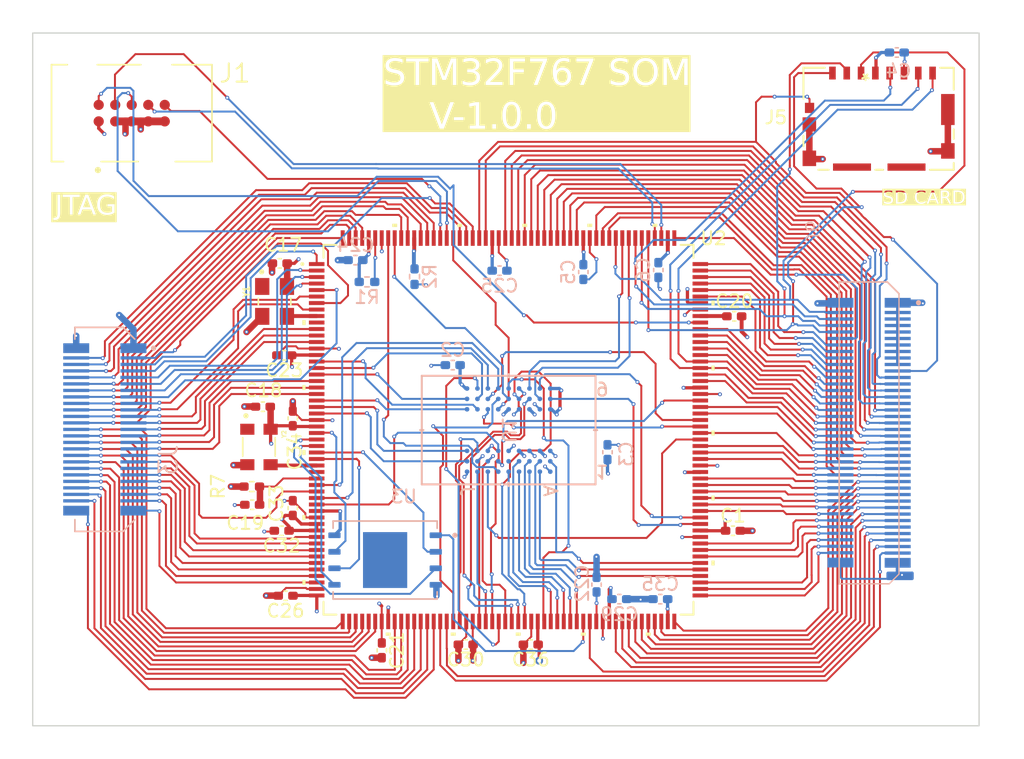
<source format=kicad_pcb>
(kicad_pcb (version 20221018) (generator pcbnew)
  (layers (0 "F.Cu" signal) (1 "In1.Cu" power) (2 "In2.Cu" power) (31 "B.Cu" signal) (34 "B.Paste" user) (35 "F.Paste" user) (36 "B.SilkS" user "B.Silkscreen") (37 "F.SilkS" user "F.Silkscreen") (38 "B.Mask" user) (39 "F.Mask" user) (44 "Edge.Cuts" user))
  (net 0 "")
  (net 1 "GND")
  (net 2 "+3V3")
  (net 3 "/Memory Interface/D0")
  (net 4 "/Memory Interface/D1")
  (net 5 "/Memory Interface/D2")
  (net 6 "/Memory Interface/D3")
  (net 7 "/Memory Interface/D4")
  (net 8 "/Memory Interface/D5")
  (net 9 "/Memory Interface/D6")
  (net 10 "/Memory Interface/D7")
  (net 11 "/Memory Interface/DQML")
  (net 12 "/Memory Interface/~{WE}")
  (net 13 "/Memory Interface/~{CAS}")
  (net 14 "/Memory Interface/~{RAS}")
  (net 15 "/Memory Interface/~{CS0}")
  (net 16 "/Memory Interface/A14")
  (net 17 "/Memory Interface/A15")
  (net 18 "/Memory Interface/A10")
  (net 19 "/Memory Interface/A0")
  (net 20 "/Memory Interface/A1")
  (net 21 "/Memory Interface/A2")
  (net 22 "/Memory Interface/A3")
  (net 23 "/Memory Interface/A4")
  (net 24 "/Memory Interface/A5")
  (net 25 "/Memory Interface/A6")
  (net 26 "/Memory Interface/A7")
  (net 27 "/Memory Interface/A8")
  (net 28 "/Memory Interface/A9")
  (net 29 "/Memory Interface/A11")
  (net 30 "/Memory Interface/A12")
  (net 31 "/Memory Interface/CKE0")
  (net 32 "/Memory Interface/CLK")
  (net 33 "/Memory Interface/DQMH")
  (net 34 "/Memory Interface/D8")
  (net 35 "/Memory Interface/D9")
  (net 36 "/Memory Interface/D10")
  (net 37 "/Memory Interface/D11")
  (net 38 "/Memory Interface/D12")
  (net 39 "/Memory Interface/D13")
  (net 40 "/Memory Interface/D14")
  (net 41 "/Memory Interface/D15")
  (net 43 "/Memory Interface/~{QUAD_CS}")
  (net 44 "Net-(U2A-VCAP_1)")
  (net 45 "/Power/~{RESET}")
  (net 47 "/Peripherals/LCD_R4")
  (net 48 "/Peripherals/LCD_R3")
  (net 49 "/Peripherals/LCD_R0")
  (net 50 "/Peripherals/LCD_R1")
  (net 51 "/Peripherals/LCD_R7")
  (net 52 "/Peripherals/LCD_R2")
  (net 53 "/Peripherals/LCD_G6")
  (net 54 "/Peripherals/LCD_G5")
  (net 55 "/Peripherals/LCD_G2")
  (net 56 "/Peripherals/LCD_G1")
  (net 57 "/Peripherals/LCD_G0")
  (net 58 "/Peripherals/LCD_VSYNC")
  (net 59 "/Peripherals/LCD_HSYNC")
  (net 60 "/Peripherals/LCD_B5")
  (net 61 "/Peripherals/PH5")
  (net 65 "/Peripherals/PA4")
  (net 66 "/Peripherals/ETH_MDC")
  (net 67 "/Peripherals/ETH_REF_CLK")
  (net 68 "/Peripherals/ETH_MDIO")
  (net 69 "/Peripherals/ETH_CRS_DV")
  (net 70 "/Peripherals/ETH_RXD0")
  (net 71 "/Peripherals/ETH_RXD1")
  (net 72 "/Peripherals/PB0")
  (net 73 "/Peripherals/PB2")
  (net 74 "/Peripherals/PI12")
  (net 75 "/Peripherals/PI13")
  (net 76 "/Peripherals/PI15")
  (net 77 "/Peripherals/LCD_CLK")
  (net 78 "/Peripherals/PC13")
  (net 79 "/Peripherals/TMS_SWDIO")
  (net 80 "/Peripherals/TMS_SWCLK")
  (net 81 "/Peripherals/TDI")
  (net 82 "/Peripherals/TMS_SWO")
  (net 83 "/Peripherals/BOOT0")
  (net 84 "VBAT")
  (net 85 "/Peripherals/~{TRST}")
  (net 86 "/Peripherals/PI8")
  (net 87 "/Peripherals/PJ3")
  (net 88 "/Peripherals/PH8")
  (net 89 "/Peripherals/PH9")
  (net 90 "/Peripherals/PH10")
  (net 91 "/Peripherals/PH11")
  (net 92 "/Peripherals/PH12")
  (net 93 "/Peripherals/PB14")
  (net 94 "/Peripherals/PB15")
  (net 95 "/Peripherals/PJ6")
  (net 96 "/Peripherals/PJ7")
  (net 97 "/Peripherals/PJ8")
  (net 98 "/Peripherals/PJ9")
  (net 99 "/Peripherals/PK0")
  (net 100 "/Peripherals/PK1")
  (net 101 "/Peripherals/PG6")
  (net 102 "/Peripherals/PG7")
  (net 103 "/Peripherals/PC6")
  (net 104 "/Peripherals/PH13")
  (net 105 "/Peripherals/PH14")
  (net 106 "/Peripherals/PH15")
  (net 107 "/Peripherals/PI0")
  (net 108 "/Peripherals/PI1")
  (net 109 "/Peripherals/PI2")
  (net 110 "/Peripherals/PI3")
  (net 111 "/Peripherals/PD3")
  (net 112 "/Peripherals/PD7")
  (net 113 "/Peripherals/PJ14")
  (net 114 "/Peripherals/PG9")
  (net 115 "/Peripherals/PG10")
  (net 116 "/Peripherals/PG11")
  (net 117 "/Peripherals/PG14")
  (net 118 "/Peripherals/PB5")
  (net 119 "/Peripherals/PB6")
  (net 120 "/Peripherals/PB8")
  (net 121 "/Peripherals/PB9")
  (net 122 "/Peripherals/PI4")
  (net 123 "/Peripherals/PI5")
  (net 124 "/Peripherals/PI6")
  (net 125 "/Peripherals/PI7")
  (net 126 "Net-(U2A-PDRON)")
  (net 127 "Net-(U2D-RCC_OSC32_IN)")
  (net 128 "Net-(U2C-QUADSPI_BK1_IO3)")
  (net 129 "Net-(U2C-QUADSPI_BK1_IO2)")
  (net 130 "Net-(U2C-QUADSPI_BK1_IO0)")
  (net 131 "Net-(U2C-QUADSPI_BK1_IO1)")
  (net 132 "Net-(U2C-QUADSPI_CLK)")
  (net 133 "Net-(U2D-RCC_OSC_IN)")
  (net 134 "/Peripherals/LCD_R5")
  (net 135 "/Peripherals/LCD_R6")
  (net 136 "/Peripherals/LCD_G3")
  (net 137 "/Peripherals/LCD_G4")
  (net 138 "/Peripherals/LCD_G7")
  (net 139 "/Peripherals/LCD_B2")
  (net 140 "/Peripherals/LCD_B0")
  (net 141 "/Peripherals/LCD_B1")
  (net 142 "/Peripherals/LCD_B3")
  (net 143 "/Peripherals/LCD_B4")
  (net 144 "/Peripherals/LCD_B6")
  (net 145 "/Peripherals/LCD_B7")
  (net 146 "/Peripherals/LCD_DE")
  (net 147 "PE2")
  (net 148 "PE3")
  (net 149 "PE4")
  (net 150 "PE5")
  (net 151 "PE6")
  (net 152 "/Peripherals/ETH_TX_EN")
  (net 153 "/Peripherals/ETH_TXD0")
  (net 154 "/Peripherals/ETH_TXD1")
  (net 155 "PG13")
  (net 156 "PB7")
  (net 157 "PH7")
  (net 158 "PH6")
  (net 159 "/Peripherals/USB_DP")
  (net 160 "/Peripherals/USB_DM")
  (net 161 "/Peripherals/USB_ID")
  (net 162 "/Peripherals/USB_VBUS")
  (net 163 "/Peripherals/USB_SOF")
  (net 164 "PC7")
  (net 165 "PG3")
  (net 166 "Net-(J5-VSS)")
  (net 167 "SMMC1_D1")
  (net 168 "SMMC1_D0")
  (net 169 "SMMC1_CK")
  (net 170 "SMMC1_CMD")
  (net 171 "SMMC1_D3")
  (net 172 "SMMC1_D2")
  (net 173 "PD5")
  (net 174 "PD4")
  (net 175 "Net-(U2A-VCAP_2)")
  (net 176 "PD13")
  (net 177 "PD12")
  (net 178 "PD11")
  (net 179 "PK4")
  (net 180 "/Peripherals/PK3")
  (footprint "Local_Footprints:LQFP-208_STM" (layer "F.Cu") (at 155.941096 94.027696)
    (fp_text reference "U2")
    (fp_text value "~")
  )
  (footprint "Capacitor_SMD:C_0402_1005Metric_Pad0.74x0.62mm_HandSolder" (layer "F.Cu") (at 146.2 111 -90)
    (fp_text reference "C21")
    (fp_text value "0.01uF")
  )
  (footprint "Local_Footprints:105162-0001_MOL" (layer "F.Cu") (at 184.4 70.1 180)
    (fp_text reference "J5")
    (fp_text value "1051620001")
  )
  (footprint "Capacitor_SMD:C_0402_1005Metric_Pad0.74x0.62mm_HandSolder" (layer "F.Cu") (at 139.3528 93.1528 90)
    (fp_text reference "C34")
    (fp_text value "0.01uF")
  )
  (footprint "Capacitor_SMD:C_0402_1005Metric_Pad0.74x0.62mm_HandSolder" (layer "F.Cu") (at 138.7 88.3 180)
    (fp_text reference "C23")
    (fp_text value "0.01uF")
  )
  (footprint "Capacitor_SMD:C_0402_1005Metric_Pad0.74x0.62mm_HandSolder" (layer "F.Cu") (at 157.6528 110.5528 180)
    (fp_text reference "C36")
    (fp_text value "0.01uF")
  )
  (footprint "Capacitor_SMD:C_0402_1005Metric_Pad0.74x0.62mm_HandSolder" (layer "F.Cu") (at 136.2325 99.8 180)
    (fp_text reference "C19")
    (fp_text value "0.1uF")
  )
  (footprint "Capacitor_SMD:C_0402_1005Metric_Pad0.74x0.62mm_HandSolder" (layer "F.Cu") (at 138.8 106.8 180)
    (fp_text reference "C26")
    (fp_text value "0.01uF")
  )
  (footprint "Capacitor_SMD:C_0402_1005Metric_Pad0.74x0.62mm_HandSolder" (layer "F.Cu") (at 152.6528 110.5528 180)
    (fp_text reference "C30")
    (fp_text value "0.01uF")
  )
  (footprint "Capacitor_SMD:C_0402_1005Metric_Pad0.74x0.62mm_HandSolder" (layer "F.Cu") (at 137.0528 92.2528 180)
    (fp_text reference "C18")
    (fp_text value "0.1uF")
  )
  (footprint "Local_Footprints:OSC_ECS-2333-160-BN-TR" (layer "F.Cu") (at 137.9528 84.1528 -90)
    (fp_text reference "Y1")
    (fp_text value "ECS-327MVATX-3-CN-TR3")
  )
  (footprint "Capacitor_SMD:C_0402_1005Metric_Pad0.74x0.62mm_HandSolder" (layer "F.Cu") (at 138.3528 81.2228 180)
    (fp_text reference "C17")
    (fp_text value "0.1uF")
  )
  (footprint "Capacitor_SMD:C_0402_1005Metric_Pad0.74x0.62mm_HandSolder" (layer "F.Cu") (at 173.3 85.3)
    (fp_text reference "C20")
    (fp_text value "2.2uF")
  )
  (footprint "Resistor_SMD:R_0402_1005Metric_Pad0.72x0.64mm_HandSolder" (layer "F.Cu") (at 136.2 98.4)
    (fp_text reference "R7")
    (fp_text value "10K")
  )
  (footprint "Capacitor_SMD:C_0402_1005Metric_Pad0.74x0.62mm_HandSolder" (layer "F.Cu") (at 139.3528 100.0528 90)
    (fp_text reference "C33")
    (fp_text value "0.01uF")
  )
  (footprint "Capacitor_SMD:C_0402_1005Metric_Pad0.74x0.62mm_HandSolder" (layer "F.Cu") (at 138.5 101.8 180)
    (fp_text reference "C32")
    (fp_text value "0.01uF")
  )
  (footprint "Local_Footprints:TAG-CONNECT_TC2050-IDC" (layer "F.Cu") (at 126.97 69.665)
    (fp_text reference "J1")
    (fp_text value "TC2050-IDC-NL")
  )
  (footprint "Local_Footprints:OSC_ECS-TXO-3225-250-TR" (layer "F.Cu") (at 136.7528 95.3528 -90)
    (fp_text reference "Y2")
    (fp_text value "ECS-TXO-3225-250-TR")
  )
  (footprint "Capacitor_SMD:C_0402_1005Metric_Pad0.74x0.62mm_HandSolder" (layer "F.Cu") (at 173.2 101.8)
    (fp_text reference "C1")
    (fp_text value "0.01uF")
  )
  (footprint "Capacitor_SMD:C_0402_1005Metric_Pad0.74x0.62mm_HandSolder" (layer "B.Cu") (at 151.6528 89.0528 180)
    (fp_text reference "C2")
    (fp_text value "0.01uF")
  )
  (footprint "Resistor_SMD:R_0402_1005Metric_Pad0.72x0.64mm_HandSolder" (layer "B.Cu") (at 148.717 82.2452 90)
    (fp_text reference "R2")
    (fp_text value "10K")
  )
  (footprint "Capacitor_SMD:C_0402_1005Metric_Pad0.74x0.62mm_HandSolder" (layer "B.Cu") (at 167.4622 81.7372 -90)
    (fp_text reference "C6")
    (fp_text value "0.01uF")
  )
  (footprint "Capacitor_SMD:C_0402_1005Metric_Pad0.74x0.62mm_HandSolder" (layer "B.Cu") (at 162.7124 105.9434 90)
    (fp_text reference "C22")
    (fp_text value "2.2uF")
  )
  (footprint "Capacitor_SMD:C_0402_1005Metric_Pad0.74x0.62mm_HandSolder" (layer "B.Cu") (at 155.2528 81.788)
    (fp_text reference "C25")
    (fp_text value "0.01uF")
  )
  (footprint "Local_Footprints:IC54_IS42S16320F-7BLI_ISI" (layer "B.Cu") (at 155.9528 94.0528 90)
    (fp_text reference "U1")
    (fp_text value "IS42S16320F-7BLI")
  )
  (footprint "Local_Footprints:PANASONIC_AXK5S50037YG" (layer "B.Cu") (at 124.9 94 90)
    (fp_text reference "J3")
    (fp_text value "AXK5S50037YG")
  )
  (footprint "Capacitor_SMD:C_0402_1005Metric_Pad0.74x0.62mm_HandSolder" (layer "B.Cu") (at 161.6964 81.8896 -90)
    (fp_text reference "C5")
    (fp_text value "0.01uF")
  )
  (footprint "Capacitor_SMD:C_0402_1005Metric_Pad0.74x0.62mm_HandSolder" (layer "B.Cu") (at 144.1704 80.9752 180)
    (fp_text reference "C24")
    (fp_text value "0.01uF")
  )
  (footprint "Capacitor_SMD:C_0402_1005Metric_Pad0.74x0.62mm_HandSolder" (layer "B.Cu") (at 167.6146 107.061 180)
    (fp_text reference "C35")
    (fp_text value "0.01uF")
  )
  (footprint "Capacitor_SMD:C_0402_1005Metric_Pad0.74x0.62mm_HandSolder" (layer "B.Cu") (at 163.5528 95.7528 90)
    (fp_text reference "C3")
    (fp_text value "0.01uF")
  )
  (footprint "Resistor_SMD:R_0402_1005Metric_Pad0.72x0.64mm_HandSolder" (layer "B.Cu") (at 145.0594 82.6516)
    (fp_text reference "R1")
    (fp_text value "10K")
  )
  (footprint "Local_Footprints:SON127P600X800X80-9N" (layer "B.Cu") (at 146.4528 104.0528 180)
    (fp_text reference "U3")
    (fp_text value "~")
  )
  (footprint "Local_Footprints:PANASONIC-AXK5S80047YG" (layer "B.Cu") (at 183.6674 94.0054 90)
    (fp_text reference "J6")
    (fp_text value "AXK680347YG")
  )
  (footprint "Capacitor_SMD:C_0402_1005Metric_Pad0.74x0.62mm_HandSolder" (layer "B.Cu") (at 164.465 107.061)
    (fp_text reference "C29")
    (fp_text value "0.01uF")
  )
  (footprint "Capacitor_SMD:C_0402_1005Metric_Pad0.74x0.62mm_HandSolder" (layer "B.Cu") (at 185.8 65 180)
    (fp_text reference "C4")
    (fp_text value "0.1uF")
  )
  (gr_rect (start 119.3546 63.5) (end 192.1256 116.8046) (stroke (width 0.1)) (fill none) (layer "Edge.Cuts"))
  (gr_text "JTAG" (at 121.0564 77.724) (layer "F.SilkS" knockout) (effects (font (size 1.5 1.5)) (justify left bottom)))
  (gr_text "STM32F767 SOM\n    V-1.0.0" (at 146.3 71.2) (layer "F.SilkS" knockout) (effects (font (size 2 2)) (justify left bottom)))
  (gr_text "SD CARD" (at 184.7 76.8) (layer "F.SilkS" knockout) (effects (font (size 1 1)) (justify left bottom)))
  (segment (start 125.7 70.3) (end 126.492 70.3) (width 0.6) (layer "F.Cu") (net 1))
  (segment (start 169.5 85.2) (end 169.922303 84.777697) (width 0.15) (layer "F.Cu") (net 1))
  (segment (start 135.8056 86.5) (end 137.0028 85.3028) (width 0.5) (layer "F.Cu") (net 1))
  (segment (start 157.0853 110.5528) (end 157.0853 111.963808) (width 0.5) (layer "F.Cu") (net 1))
  (segment (start 146.691097 107.708903) (end 146.7 107.7) (width 0.15) (layer "F.Cu") (net 1))
  (segment (start 163.191097 108.777692) (end 163.191097 110.091097) (width 0.15) (layer "F.Cu") (net 1))
  (segment (start 146.191095 79.2777) (end 146.191095 80.291095) (width 0.15) (layer "F.Cu") (net 1))
  (segment (start 138.2225 106.79) (end 138.2325 106.8) (width 0.15) (layer "F.Cu") (net 1))
  (segment (start 155.191095 79.2777) (end 155.191095 80.391095) (width 0.15) (layer "F.Cu") (net 1))
  (segment (start 146.191095 80.291095) (end 146.2 80.3) (width 0.15) (layer "F.Cu") (net 1))
  (segment (start 157.691095 109.947005) (end 157.0853 110.5528) (width 0.15) (layer "F.Cu") (net 1))
  (segment (start 152.09 111.8) (end 152.09 110.5575) (width 0.5) (layer "F.Cu") (net 1))
  (segment (start 126.492 70.3) (end 126.97 70.3) (width 0.6) (layer "F.Cu") (net 1))
  (segment (start 174.3 86.9) (end 173.8675 86.4675) (width 0.3) (layer "F.Cu") (net 1))
  (segment (start 140.3192 100.4517) (end 139.3528 99.4853) (width 0.15) (layer "F.Cu") (net 1))
  (segment (start 134.89 99.82) (end 135.645 99.82) (width 0.15) (layer "F.Cu") (net 1))
  (segment (start 162.191096 80.391096) (end 162.191096 79.2777) (width 0.15) (layer "F.Cu") (net 1))
  (segment (start 137.76 81.93) (end 137.76 81.2481) (width 0.5) (layer "F.Cu") (net 1))
  (segment (start 179.132699 73.2) (end 179.074999 73.1423) (width 0.15) (layer "F.Cu") (net 1))
  (segment (start 189.724965 72.572299) (end 189.724965 69.387335) (width 0.5) (layer "F.Cu") (net 1))
  (segment (start 138.824803 87.607697) (end 139.595417 87.607697) (width 0.15) (layer "F.Cu") (net 1))
  (segment (start 128.24 70.3) (end 129.51 70.3) (width 0.6) (layer "F.Cu") (net 1))
  (segment (start 170.691092 96.777696) (end 171.977696 96.777696) (width 0.15) (layer "F.Cu") (net 1))
  (segment (start 141.1911 106.277697) (end 140.4442 106.277697) (width 0.15) (layer "F.Cu") (net 1))
  (segment (start 152.691095 109.947005) (end 152.0853 110.5528) (width 0.15) (layer "F.Cu") (net 1))
  (segment (start 135.645 99.82) (end 135.665 99.8) (width 0.15) (layer "F.Cu") (net 1))
  (segment (start 179.074999 73.1423) (end 179.074999 70.5323) (width 0.5) (layer "F.Cu") (net 1))
  (segment (start 137.3 106.79) (end 138.2225 106.79) (width 0.5) (layer "F.Cu") (net 1))
  (segment (start 170.691092 91.277696) (end 172.177696 91.277696) (width 0.15) (layer "F.Cu") (net 1))
  (segment (start 139.3528 91.8372) (end 139.36 91.83) (width 0.15) (layer "F.Cu") (net 1))
  (segment (start 126.97 70.3) (end 127.6604 70.3) (width 0.6) (layer "F.Cu") (net 1))
  (segment (start 169.922303 84.777697) (end 170.691092 84.777697) (width 0.15) (layer "F.Cu") (net 1))
  (segment (start 135.63 92.24) (end 136.4725 92.24) (width 0.5) (layer "F.Cu") (net 1))
  (segment (start 180.1 73.2) (end 179.132699 73.2) (width 0.5) (layer "F.Cu") (net 1))
  (segment (start 163.191097 110.091097) (end 163.2 110.1) (width 0.15) (layer "F.Cu") (net 1))
  (segment (start 138.8325 106.2) (end 138.2325 106.8) (width 0.15) (layer "F.Cu") (net 1))
  (segment (start 142.4 93.3) (end 141.213405 93.3) (width 0.15) (layer "F.Cu") (net 1))
  (segment (start 152.09 110.5575) (end 152.0853 110.5528) (width 0.15) (layer "F.Cu") (net 1))
  (segment (start 146.2 111.5675) (end 145.4325 111.5675) (width 0.5) (layer "F.Cu") (net 1))
  (segment (start 140.366503 106.2) (end 138.8325 106.2) (width 0.15) (layer "F.Cu") (net 1))
  (segment (start 141.1911 93.277695) (end 140.045195 93.277695) (width 0.15) (layer "F.Cu") (net 1))
  (segment (start 155.191095 80.391095) (end 155.8 81) (width 0.15) (layer "F.Cu") (net 1))
  (segment (start 141.213405 93.3) (end 141.1911 93.277695) (width 0.15) (layer "F.Cu") (net 1))
  (segment (start 137.76 81.2481) (end 137.7853 81.2228) (width 0.15) (layer "F.Cu") (net 1))
  (segment (start 173.7675 101.8) (end 174.7 101.8) (width 0.5) (layer "F.Cu") (net 1))
  (segment (start 136.4725 92.24) (end 136.4853 92.2528) (width 0.15) (layer "F.Cu") (net 1))
  (segment (start 170.691092 102.277697) (end 169.322303 102.277697) (width 0.15) (layer "F.Cu") (net 1))
  (segment (start 137.16 101.86) (end 137.8725 101.86) (width 0.15) (layer "F.Cu") (net 1))
  (segment (start 152.691095 108.777692) (end 152.691095 109.947005) (width 0.15) (layer "F.Cu") (net 1))
  (segment (start 189.697264 72.6) (end 189.724965 72.572299) (width 0.15) (layer "F.Cu") (net 1))
  (segment (start 139.595417 87.607697) (end 139.765416 87.777696) (width 0.15) (layer "F.Cu") (net 1))
  (segment (start 157.691095 108.777692) (end 157.691095 109.947005) (width 0.15) (layer "F.Cu") (net 1))
  (segment (start 139.765416 87.777696) (end 141.1911 87.777696) (width 0.15) (layer "F.Cu") (net 1))
  (segment (start 140.4442 106.277697) (end 140.366503 106.2) (width 0.15) (layer "F.Cu") (net 1))
  (segment (start 140.391799 100.777695) (end 140.3192 100.705096) (width 0.15) (layer "F.Cu") (net 1))
  (segment (start 135.8 86.5) (end 135.8056 86.5) (width 0.5) (layer "F.Cu") (net 1))
  (segment (start 142.9 87.8) (end 142.877696 87.777696) (width 0.15) (layer "F.Cu") (net 1))
  (segment (start 127.6604 70.3) (end 127.6604 70.9168) (width 0.5) (layer "F.Cu") (net 1))
  (segment (start 126.492 70.3) (end 126.492 71.2216) (width 0.5) (layer "F.Cu") (net 1))
  (segment (start 138.1325 88.3) (end 138.824803 87.607697) (width 0.15) (layer "F.Cu") (net 1))
  (segment (start 138.71 99.5) (end 139.3381 99.5) (width 0.15) (layer "F.Cu") (net 1))
  (segment (start 127.6604 70.3) (end 128.24 70.3) (width 0.6) (layer "F.Cu") (net 1))
  (segment (start 169.322303 102.277697) (end 169.3 102.3) (width 0.15) (layer "F.Cu") (net 1))
  (segment (start 126.492 71.2216) (end 126.4412 71.2724) (width 0.15) (layer "F.Cu") (net 1))
  (segment (start 135.8256 96.75) (end 135.8578 96.7178) (width 0.15) (layer "F.Cu") (net 1))
  (segment (start 171.977696 96.777696) (end 172 96.8) (width 0.15) (layer "F.Cu") (net 1))
  (segment (start 142.877696 87.777696) (end 141.1911 87.777696) (width 0.15) (layer "F.Cu") (net 1))
  (segment (start 140.045195 93.277695) (end 139.3528 92.5853) (width 0.15) (layer "F.Cu") (net 1))
  (segment (start 139.3528 92.5853) (end 139.3528 91.8372) (width 0.5) (layer "F.Cu") (net 1))
  (segment (start 139.3381 99.5) (end 139.3528 99.4853) (width 0.15) (layer "F.Cu") (net 1))
  (segment (start 162.7 80.9) (end 162.191096 80.391096) (width 0.15) (layer "F.Cu") (net 1))
  (segment (start 140.3192 100.705096) (end 140.3192 100.4517) (width 0.15) (layer "F.Cu") (net 1))
  (segment (start 134.79 96.75) (end 135.8256 96.75) (width 0.5) (layer "F.Cu") (net 1))
  (segment (start 141.1911 100.777695) (end 140.391799 100.777695) (width 0.15) (layer "F.Cu") (net 1))
  (segment (start 188.4 72.6) (end 189.697264 72.6) (width 0.5) (layer "F.Cu") (net 1))
  (segment (start 189.724965 69.387335) (end 189.725001 69.387299) (width 0.15) (layer "F.Cu") (net 1))
  (segment (start 137.8725 101.86) (end 137.9325 101.8) (width 0.15) (layer "F.Cu") (net 1))
  (segment (start 173.8675 86.4675) (end 173.8675 85.3) (width 0.3) (layer "F.Cu") (net 1))
  (segment (start 145.4325 111.5675) (end 145.42 111.58) (width 0.15) (layer "F.Cu") (net 1))
  (segment (start 146.691097 108.777692) (end 146.691097 107.708903) (width 0.25) (layer "F.Cu") (net 1))
  (segment (start 172.177696 91.277696) (end 172.2 91.3) (width 0.15) (layer "F.Cu") (net 1))
  (via (at 138.71 99.5) (size 0.3) (drill 0.15) (layers "F.Cu" "B.Cu") (net 1))
  (via (at 156.3528 95.2528) (size 0.3) (drill 0.15) (layers "F.Cu" "B.Cu") (net 1))
  (via (at 152.5528 97.6528) (size 0.3) (drill 0.15) (layers "F.Cu" "B.Cu") (net 1))
  (via (at 166.1 107.1) (size 0.3) (drill 0.15) (layers "F.Cu" "B.Cu") (net 1))
  (via (at 142.8 81) (size 0.3) (drill 0.15) (layers "F.Cu" "B.Cu") (net 1))
  (via (at 150 89.1) (size 0.3) (drill 0.15) (layers "F.Cu" "B.Cu") (net 1))
  (via (at 139.36 91.83) (size 0.3) (drill 0.15) (layers "F.Cu" "B.Cu") (net 1))
  (via (at 134.89 99.82) (size 0.3) (drill 0.15) (layers "F.Cu" "B.Cu") (net 1))
  (via (at 172 96.8) (size 0.3) (drill 0.15) (layers "F.Cu" "B.Cu") (net 1))
  (via (at 145.42 111.58) (size 0.3) (drill 0.15) (layers "F.Cu" "B.Cu") (net 1))
  (via (at 137.16 101.86) (size 0.3) (drill 0.15) (layers "F.Cu" "B.Cu") (net 1))
  (via (at 157.9528 92.0528) (size 0.3) (drill 0.15) (layers "F.Cu" "B.Cu") (net 1))
  (via (at 167.6 83.2) (size 0.3) (drill 0.15) (layers "F.Cu" "B.Cu") (net 1))
  (via (at 174.3 86.9) (size 0.3) (drill 0.15) (layers "F.Cu" "B.Cu") (net 1))
  (via (at 180.1 73.2) (size 0.3) (drill 0.15) (layers "F.Cu" "B.Cu") (net 1))
  (via (at 150.4472 106.8447) (size 0.3) (drill 0.15) (layers "F.Cu" "B.Cu") (net 1))
  (via (at 157.9528 96.0528) (size 0.3) (drill 0.15) (layers "F.Cu" "B.Cu") (net 1))
  (via (at 156.3528 92.8528) (size 0.3) (drill 0.15) (layers "F.Cu" "B.Cu") (net 1))
  (via (at 158.7528 96.8528) (size 0.3) (drill 0.15) (layers "F.Cu" "B.Cu") (net 1))
  (via (at 122.7 86.8) (size 0.3) (drill 0.15) (layers "F.Cu" "B.Cu") (net 1))
  (via (at 164.4 95.2) (size 0.3) (drill 0.15) (layers "F.Cu" "B.Cu") (net 1))
  (via (at 146.2 80.3) (size 0.3) (drill 0.15) (layers "F.Cu" "B.Cu") (net 1))
  (via (at 172.2 91.3) (size 0.3) (drill 0.15) (layers "F.Cu" "B.Cu") (net 1))
  (via (at 135.63 92.24) (size 0.3) (drill 0.15) (layers "F.Cu" "B.Cu") (net 1))
  (via (at 169.3 102.3) (size 0.3) (drill 0.15) (layers "F.Cu" "B.Cu") (net 1))
  (via (at 135.8 86.5) (size 0.3) (drill 0.15) (layers "F.Cu" "B.Cu") (net 1))
  (via (at 146.7 107.7) (size 0.3) (drill 0.15) (layers "F.Cu" "B.Cu") (net 1))
  (via (at 169.5 85.2) (size 0.3) (drill 0.15) (layers "F.Cu" "B.Cu") (net 1))
  (via (at 142.4 93.3) (size 0.3) (drill 0.15) (layers "F.Cu" "B.Cu") (net 1))
  (via (at 174.7 101.8) (size 0.3) (drill 0.15) (layers "F.Cu" "B.Cu") (net 1))
  (via (at 159.5528 96.0528) (size 0.3) (drill 0.15) (layers "F.Cu" "B.Cu") (net 1))
  (via (at 127.6604 70.9168) (size 0.3) (drill 0.15) (layers "F.Cu" "B.Cu") (net 1))
  (via (at 134.79 96.75) (size 0.3) (drill 0.15) (layers "F.Cu" "B.Cu") (net 1))
  (via (at 149.6 82.9) (size 0.3) (drill 0.15) (layers "F.Cu" "B.Cu") (net 1))
  (via (at 142.9 87.8) (size 0.3) (drill 0.15) (layers "F.Cu" "B.Cu") (net 1))
  (via (at 188.4 72.6) (size 0.3) (drill 0.15) (layers "F.Cu" "B.Cu") (net 1))
  (via (at 163.2 110.1) (size 0.3) (drill 0.15) (layers "F.Cu" "B.Cu") (net 1))
  (via (at 137.3 106.79) (size 0.3) (drill 0.15) (layers "F.Cu" "B.Cu") (net 1))
  (via (at 152.09 111.8) (size 0.3) (drill 0.15) (layers "F.Cu" "B.Cu") (net 1))
  (via (at 157.0853 111.963808) (size 0.3) (drill 0.15) (layers "F.Cu" "B.Cu") (net 1))
  (via (at 126.4412 71.2724) (size 0.3) (drill 0.15) (layers "F.Cu" "B.Cu") (net 1))
  (via (at 137.76 81.93) (size 0.3) (drill 0.15) (layers "F.Cu" "B.Cu") (net 1))
  (via (at 162.7 80.9) (size 0.3) (drill 0.15) (layers "F.Cu" "B.Cu") (net 1))
  (via (at 162.7 103.8) (size 0.3) (drill 0.15) (layers "F.Cu" "B.Cu") (net 1))
  (via (at 155.8 81) (size 0.3) (drill 0.15) (layers "F.Cu" "B.Cu") (net 1))
  (via (at 186.2 105.2) (size 0.3) (drill 0.15) (layers "F.Cu" "B.Cu") (net 1))
  (segment (start 142.8248 80.9752) (end 142.8 81) (width 0.15) (layer "B.Cu") (net 1))
  (segment (start 157.5528 95.6528) (end 157.9528 96.0528) (width 0.15) (layer "B.Cu") (net 1))
  (segment (start 156.7528 92.4528) (end 156.3528 92.8528) (width 0.15) (layer "B.Cu") (net 1))
  (segment (start 162.7124 103.8124) (end 162.7 103.8) (width 0.15) (layer "B.Cu") (net 1))
  (segment (start 148.717 82.8427) (end 149.5427 82.8427) (width 0.15) (layer "B.Cu") (net 1))
  (segment (start 122.7 87.75) (end 122.7 86.8) (width 0.5) (layer "B.Cu") (net 1))
  (segment (start 143.6029 80.9752) (end 142.8248 80.9752) (width 0.5) (layer "B.Cu") (net 1))
  (segment (start 162.7 81.9) (end 162.7 80.9) (width 0.15) (layer "B.Cu") (net 1))
  (segment (start 149.5427 82.8427) (end 149.6 82.9) (width 0.15) (layer "B.Cu") (net 1))
  (segment (start 150.4 106.0025) (end 150.4 106.7975) (width 0.5) (layer "B.Cu") (net 1))
  (segment (start 166.061 107.061) (end 166.1 107.1) (width 0.15) (layer "B.Cu") (net 1))
  (segment (start 163.5528 95.1853) (end 164.3853 95.1853) (width 0.15) (layer "B.Cu") (net 1))
  (segment (start 186.2 105.2) (end 185.9 105.5) (width 0.15) (layer "B.Cu") (net 1))
  (segment (start 162.1429 82.4571) (end 162.7 81.9) (width 0.15) (layer "B.Cu") (net 1))
  (segment (start 152.7528 97.4528) (end 152.5528 97.6528) (width 0.15) (layer "B.Cu") (net 1))
  (segment (start 155.9528 95.6528) (end 156.3528 95.2528) (width 0.15) (layer "B.Cu") (net 1))
  (segment (start 162.7124 105.3759) (end 162.7124 103.8124) (width 0.5) (layer "B.Cu") (net 1))
  (segment (start 150.0472 89.0528) (end 150 89.1) (width 0.15) (layer "B.Cu") (net 1))
  (segment (start 150.4 106.7975) (end 150.4472 106.8447) (width 0.15) (layer "B.Cu") (net 1))
  (segment (start 164.3853 95.1853) (end 164.4 95.2) (width 0.15) (layer "B.Cu") (net 1))
  (segment (start 155.8203 81.788) (end 155.8203 81.0203) (width 0.15) (layer "B.Cu") (net 1))
  (segment (start 155.8203 81.0203) (end 155.8 81) (width 0.15) (layer "B.Cu") (net 1))
  (segment (start 167.0471 107.061) (end 166.139 107.061) (width 0.5) (layer "B.Cu") (net 1))
  (segment (start 167.4622 82.3047) (end 167.4622 83.0622) (width 0.15) (layer "B.Cu") (net 1))
  (segment (start 165.0325 107.061) (end 166.061 107.061) (width 0.5) (layer "B.Cu") (net 1))
  (segment (start 159.1528 95.6528) (end 159.5528 96.0528) (width 0.15) (layer "B.Cu") (net 1))
  (segment (start 152.7528 97.2528) (end 152.7528 97.4528) (width 0.15) (layer "B.Cu") (net 1))
  (segment (start 185.9 105.5) (end 181.6 105.5) (width 0.15) (layer "B.Cu") (net 1))
  (segment (start 159.1528 97.2528) (end 158.7528 96.8528) (width 0.15) (layer "B.Cu") (net 1))
  (segment (start 181.4674 105.3674) (end 181.4674 104.2454) (width 0.15) (layer "B.Cu") (net 1))
  (segment (start 181.6 105.5) (end 181.4674 105.3674) (width 0.15) (layer "B.Cu") (net 1))
  (segment (start 185.8674 104.2654) (end 185.9654 104.2654) (width 0.15) (layer "B.Cu") (net 1))
  (segment (start 167.4622 83.0622) (end 167.6 83.2) (width 0.15) (layer "B.Cu") (net 1))
  (segment (start 161.6964 82.4571) (end 162.1429 82.4571) (width 0.15) (layer "B.Cu") (net 1))
  (segment (start 151.0853 89.0528) (end 150.0472 89.0528) (width 0.15) (layer "B.Cu") (net 1))
  (segment (start 166.139 107.061) (end 166.1 107.1) (width 0.15) (layer "B.Cu") (net 1))
  (segment (start 157.9528 92.0528) (end 158.3528 92.4528) (width 0.15) (layer "B.Cu") (net 1))
  (segment (start 141.1911 101.277697) (end 141.1911 101.777696) (width 0.25) (layer "F.Cu") (net 2))
  (segment (start 161.691097 80.334897) (end 161.7218 80.3656) (width 0.25) (layer "F.Cu") (net 2))
  (segment (start 139.289805 88.277695) (end 139.2675 88.3) (width 0.25) (layer "F.Cu") (net 2))
  (segment (start 141.1911 88.277695) (end 139.289805 88.277695) (width 0.25) (layer "F.Cu") (net 2))
  (segment (start 141.1911 93.777696) (end 139.395404 93.777696) (width 0.25) (layer "F.Cu") (net 2))
  (segment (start 153.191096 110.523596) (end 153.191096 108.777692) (width 0.15) (layer "F.Cu") (net 2))
  (segment (start 154.691096 80.665304) (end 154.686 80.6704) (width 0.25) (layer "F.Cu") (net 2))
  (segment (start 153.2203 110.5528) (end 153.191096 110.523596) (width 0.25) (layer "F.Cu") (net 2))
  (segment (start 138.9203 82.9853) (end 138.9028 83.0028) (width 0.25) (layer "F.Cu") (net 2))
  (segment (start 159.9 92.4) (end 159.9 91.1) (width 0.25) (layer "F.Cu") (net 2))
  (segment (start 170.668789 97.3) (end 170.691092 97.277697) (width 0.25) (layer "F.Cu") (net 2))
  (segment (start 124.43 70.836) (end 124.8664 71.2724) (width 0.25) (layer "F.Cu") (net 2))
  (segment (start 154.691096 79.2777) (end 154.691096 80.665304) (width 0.25) (layer "F.Cu") (net 2))
  (segment (start 170.713396 101.8) (end 170.691092 101.777696) (width 0.25) (layer "F.Cu") (net 2))
  (segment (start 139.2675 89.1675) (end 139.3 89.2) (width 0.25) (layer "F.Cu") (net 2))
  (segment (start 139.4772 81.2228) (end 139.8 80.9) (width 0.25) (layer "F.Cu") (net 2))
  (segment (start 139.089804 101.777696) (end 139.0675 101.8) (width 0.25) (layer "F.Cu") (net 2))
  (segment (start 137.6478 95.0478) (end 137.7 95.1) (width 0.25) (layer "F.Cu") (net 2))
  (segment (start 172.6 101.7675) (end 172.6325 101.8) (width 0.25) (layer "F.Cu") (net 2))
  (segment (start 140.010197 101.277697) (end 139.3528 100.6203) (width 0.25) (layer "F.Cu") (net 2))
  (segment (start 139.0675 101.8) (end 139.0675 101.4675) (width 0.25) (layer "F.Cu") (net 2))
  (segment (start 145.191095 79.2777) (end 145.191095 80.522005) (width 0.25) (layer "F.Cu") (net 2))
  (segment (start 184.2 66.532301) (end 184.15 66.582301) (width 0.25) (layer "F.Cu") (net 2))
  (segment (start 168.191097 107.815297) (end 168.1734 107.7976) (width 0.25) (layer "F.Cu") (net 2))
  (segment (start 137.6478 93.9878) (end 137.6478 92.2803) (width 0.5) (layer "F.Cu") (net 2))
  (segment (start 168.191097 108.777692) (end 168.191097 107.815297) (width 0.25) (layer "F.Cu") (net 2))
  (segment (start 141.1911 100.277696) (end 142.977696 100.277696) (width 0.25) (layer "F.Cu") (net 2))
  (segment (start 146.191095 108.777692) (end 146.191095 110.558595) (width 0.15) (layer "F.Cu") (net 2))
  (segment (start 137.6478 93.9878) (end 137.6478 95.0478) (width 0.25) (layer "F.Cu") (net 2))
  (segment (start 158.2203 110.5528) (end 158.191097 110.523597) (width 0.25) (layer "F.Cu") (net 2))
  (segment (start 139.3528 100.6203) (end 138.7797 100.6203) (width 0.25) (layer "F.Cu") (net 2))
  (segment (start 161.691097 79.2777) (end 161.691097 80.334897) (width 0.25) (layer "F.Cu") (net 2))
  (segment (start 169.7 84.185904) (end 169.7 83.2) (width 0.25) (layer "F.Cu") (net 2))
  (segment (start 158.3 111.8) (end 158.3 110.6325) (width 0.25) (layer "F.Cu") (net 2))
  (segment (start 172.6 101) (end 172.6 101.7675) (width 0.25) (layer "F.Cu") (net 2))
  (segment (start 141.1911 101.777696) (end 139.089804 101.777696) (width 0.25) (layer "F.Cu") (net 2))
  (segment (start 168.191097 79.2777) (end 168.191097 80.408697) (width 0.3) (layer "F.Cu") (net 2))
  (segment (start 169.5 97.3) (end 170.668789 97.3) (width 0.25) (layer "F.Cu") (net 2))
  (segment (start 168.191097 80.408697) (end 168.1988 80.4164) (width 0.25) (layer "F.Cu") (net 2))
  (segment (start 139.395404 106.777696) (end 139.3528 106.8203) (width 0.25) (layer "F.Cu") (net 2))
  (segment (start 137.9153 93.7203) (end 137.6478 93.9878) (width 0.25) (layer "F.Cu") (net 2))
  (segment (start 139.2675 88.3) (end 139.2675 89.1675) (width 0.25) (layer "F.Cu") (net 2))
  (segment (start 141.1911 101.277697) (end 140.010197 101.277697) (width 0.25) (layer "F.Cu") (net 2))
  (segment (start 138.7797 100.6203) (end 138.5 100.9) (width 0.25) (layer "F.Cu") (net 2))
  (segment (start 139.3528 93.7203) (end 137.9153 93.7203) (width 0.25) (layer "F.Cu") (net 2))
  (segment (start 163.691096 106.308904) (end 163.691096 108.777692) (width 0.25) (layer "F.Cu") (net 2))
  (segment (start 153.2203 111.7797) (end 153.2 111.8) (width 0.25) (layer "F.Cu") (net 2))
  (segment (start 141.2 108) (end 141.2 106.786596) (width 0.25) (layer "F.Cu") (net 2))
  (segment (start 141.2 106.786596) (end 141.1911 106.777696) (width 0.25) (layer "F.Cu") (net 2))
  (segment (start 146.191095 107.591095) (end 146.191095 108.777692) (width 0.15) (layer "F.Cu") (net 2))
  (segment (start 153.2203 110.5528) (end 153.2203 111.7797) (width 0.5) (layer "F.Cu") (net 2))
  (segment (start 138.9203 81.2228) (end 139.4772 81.2228) (width 0.25) (layer "F.Cu") (net 2))
  (segment (start 124.43 70.3) (end 124.43 70.836) (width 0.25) (layer "F.Cu") (net 2))
  (segment (start 170.691092 84.277695) (end 169.791791 84.277695) (width 0.25) (layer "F.Cu") (net 2))
  (segment (start 159.9 91.1) (end 160 91) (width 0.25) (layer "F.Cu") (net 2))
  (segment (start 169.4 90.8) (end 170.668787 90.8) (width 0.25) (layer "F.Cu") (net 2))
  (segment (start 169.791791 84.277695) (end 169.7 84.185904) (width 0.25) (layer "F.Cu") (net 2))
  (segment (start 138.9203 81.2228) (end 138.9203 82.9853) (width 0.5) (layer "F.Cu") (net 2))
  (segment (start 163.8 106.2) (end 163.691096 106.308904) (width 0.25) (layer "F.Cu") (net 2))
  (segment (start 135.635 98.4) (end 134.6 98.4) (width 0.5) (layer "F.Cu") (net 2))
  (segment (start 184.2 65.4) (end 184.2 66.532301) (width 0.25) (layer "F.Cu") (net 2))
  (segment (start 142.977696 100.277696) (end 143 100.3) (width 0.25) (layer "F.Cu") (net 2))
  (segment (start 139.0675 101.4675) (end 138.5 100.9) (width 0.25) (layer "F.Cu") (net 2))
  (segment (start 158.3 110.6325) (end 158.2203 110.5528) (width 0.25) (layer "F.Cu") (net 2))
  (segment (start 141.1911 106.777696) (end 139.395404 106.777696) (width 0.25) (layer "F.Cu") (net 2))
  (segment (start 170.668787 90.8) (end 170.691092 90.777695) (width 0.25) (layer "F.Cu") (net 2))
  (segment (start 172.6325 101.8) (end 170.713396 101.8) (width 0.25) (layer "F.Cu") (net 2))
  (segment (start 137.6478 92.2803) (end 137.6203 92.2528) (width 0.25) (layer "F.Cu") (net 2))
  (segment (start 146 107.4) (end 146.191095 107.591095) (width 0.25) (layer "F.Cu") (net 2))
  (segment (start 158.191097 110.523597) (end 158.191097 108.777692) (width 0.25) (layer "F.Cu") (net 2))
  (via (at 143 100.3) (size 0.3) (drill 0.15) (layers "F.Cu" "B.Cu") (net 2))
  (via (at 168.1734 107.7976) (size 0.3) (drill 0.15) (layers "F.Cu" "B.Cu") (net 2))
  (via (at 152.3528 90.5528) (size 0.3) (drill 0.15) (layers "F.Cu" "B.Cu") (net 2))
  (via (at 138.5 100.9) (size 0.3) (drill 0.15) (layers "F.Cu" "B.Cu") (net 2))
  (via (at 146 107.4) (size 0.3) (drill 0.15) (layers "F.Cu" "B.Cu") (net 2))
  (via (at 158.3 111.8) (size 0.6) (drill 0.3) (layers "F.Cu" "B.Cu") (net 2))
  (via (at 169.5 97.3) (size 0.3) (drill 0.15) (layers "F.Cu" "B.Cu") (net 2))
  (via (at 160 91) (size 0.3) (drill 0.15) (layers "F.Cu" "B.Cu") (net 2))
  (via (at 124.8664 71.2724) (size 0.3) (drill 0.15) (layers "F.Cu" "B.Cu") (net 2))
  (via (at 168.1988 80.4164) (size 0.3) (drill 0.15) (layers "F.Cu" "B.Cu") (net 2))
  (via (at 187.8 84.3) (size 0.3) (drill 0.15) (layers "F.Cu" "B.Cu") (net 2))
  (via (at 179.7 84.3) (size 0.3) (drill 0.15) (layers "F.Cu" "B.Cu") (net 2))
  (via (at 126 85.2) (size 0.3) (drill 0.15) (layers "F.Cu" "B.Cu") (net 2))
  (via (at 169.7 83.2) (size 0.3) (drill 0.15) (layers "F.Cu" "B.Cu") (net 2))
  (via (at 158.7528 96.0528) (size 0.3) (drill 0.15) (layers "F.Cu" "B.Cu") (net 2))
  (via (at 155.5528 92.8528) (size 0.3) (drill 0.15) (layers "F.Cu" "B.Cu") (net 2))
  (via (at 163.6 97.4) (size 0.3) (drill 0.15) (layers "F.Cu" "B.Cu") (net 2))
  (via (at 157.9528 92.8528) (size 0.3) (drill 0.15) (layers "F.Cu" "B.Cu") (net 2))
  (via (at 153.2 111.8) (size 0.3) (drill 0.15) (layers "F.Cu" "B.Cu") (net 2))
  (via (at 139.3 89.2) (size 0.3) (drill 0.15) (layers "F.Cu" "B.Cu") (net 2))
  (via (at 157.1528 96.0528) (size 0.3) (drill 0.15) (layers "F.Cu" "B.Cu") (net 2))
  (via (at 159.6528 92.8528) (size 0.3) (drill 0.15) (layers "F.Cu" "B.Cu") (net 2))
  (via (at 163.8 106.2) (size 0.3) (drill 0.15) (layers "F.Cu" "B.Cu") (net 2))
  (via (at 141.2 108) (size 0.3) (drill 0.15) (layers "F.Cu" "B.Cu") (net 2))
  (via (at 184.2 65.4) (size 0.3) (drill 0.15) (layers "F.Cu" "B.Cu") (net 2))
  (via (at 145.191095 80.522005) (size 0.3) (drill 0.15) (layers "F.Cu" "B.Cu") (net 2))
  (via (at 134.6 98.4) (size 0.3) (drill 0.15) (layers "F.Cu" "B.Cu") (net 2))
  (via (at 169.4 90.8) (size 0.3) (drill 0.15) (layers "F.Cu" "B.Cu") (net 2))
  (via (at 161.7218 80.3656) (size 0.3) (drill 0.15) (layers "F.Cu" "B.Cu") (net 2))
  (via (at 137.7 95.1) (size 0.3) (drill 0.15) (layers "F.Cu" "B.Cu") (net 2))
  (via (at 159.9 92.4) (size 0.3) (drill 0.15) (layers "F.Cu" "B.Cu") (net 2))
  (via (at 139.8 80.9) (size 0.3) (drill 0.15) (layers "F.Cu" "B.Cu") (net 2))
  (via (at 154.686 80.6704) (size 0.3) (drill 0.15) (layers "F.Cu" "B.Cu") (net 2))
  (via (at 172.6 101) (size 0.3) (drill 0.15) (layers "F.Cu" "B.Cu") (net 2))
  (segment (start 163.8 106.2) (end 163.8 106.9635) (width 0.25) (layer "B.Cu") (net 2))
  (segment (start 159.1528 90.8528) (end 159.8528 90.8528) (width 0.25) (layer "B.Cu") (net 2))
  (segment (start 167.4622 81.1697) (end 167.4622 81.153) (width 0.25) (layer "B.Cu") (net 2))
  (segment (start 144.7379 80.9752) (end 145.191095 80.522005) (width 0.25) (layer "B.Cu") (net 2))
  (segment (start 159.6528 92.6472) (end 159.9 92.4) (width 0.25) (layer "B.Cu") (net 2))
  (segment (start 163.5528 96.3203) (end 163.5528 97.3528) (width 0.25) (layer "B.Cu") (net 2))
  (segment (start 158.3528 95.6528) (end 158.7528 96.0528) (width 0.25) (layer "B.Cu") (net 2))
  (segment (start 127.1 86.3) (end 126 85.2) (width 0.5) (layer "B.Cu") (net 2))
  (segment (start 187.7554 84.2554) (end 187.8 84.3) (width 0.25) (layer "B.Cu") (net 2))
  (segment (start 163.5528 97.3528) (end 163.6 97.4) (width 0.25) (layer "B.Cu") (net 2))
  (segment (start 163.8 106.9635) (end 163.8975 107.061) (width 0.25) (layer "B.Cu") (net 2))
  (segment (start 156.7528 95.6528) (end 157.1528 96.0528) (width 0.25) (layer "B.Cu") (net 2))
  (segment (start 185.8674 85.0054) (end 185.8674 89.0054) (width 0.25) (layer "B.Cu") (net 2))
  (segment (start 144.4619 82.6516) (end 144.4619 81.2512) (width 0.25) (layer "B.Cu") (net 2))
  (segment (start 181.4228 84.3) (end 181.4674 84.2554) (width 0.25) (layer "B.Cu") (net 2))
  (segment (start 159.6528 92.8528) (end 159.6528 92.6472) (width 0.25) (layer "B.Cu") (net 2))
  (segment (start 152.6528 90.8528) (end 152.3528 90.5528) (width 0.25) (layer "B.Cu") (net 2))
  (segment (start 184.6 65) (end 184.2 65.4) (width 0.25) (layer "B.Cu") (net 2))
  (segment (start 152.2203 90.4203) (end 152.3528 90.5528) (width 0.25) (layer "B.Cu") (net 2))
  (segment (start 159.8528 90.8528) (end 160 91) (width 0.25) (layer "B.Cu") (net 2))
  (segment (start 159.1528 92.4528) (end 159.2528 92.4528) (width 0.25) (layer "B.Cu") (net 2))
  (segment (start 168.1734 107.7976) (end 168.1734 107.0697) (width 0.25) (layer "B.Cu") (net 2))
  (segment (start 152.2203 89.0528) (end 152.2203 90.4203) (width 0.25) (layer "B.Cu") (net 2))
  (segment (start 161.7218 80.3656) (end 161.7218 81.2967) (width 0.25) (layer "B.Cu") (net 2))
  (segment (start 185.2325 65) (end 184.6 65) (width 0.25) (layer "B.Cu") (net 2))
  (segment (start 179.7 84.3) (end 181.4228 84.3) (width 0.5) (layer "B.Cu") (net 2))
  (segment (start 154.686 80.6704) (end 154.686 81.7873) (width 0.25) (layer "B.Cu") (net 2))
  (segment (start 154.686 81.7873) (end 154.6853 81.788) (width 0.25) (layer "B.Cu") (net 2))
  (segment (start 159.2528 92.4528) (end 159.6528 92.8528) (width 0.25) (layer "B.Cu") (net 2))
  (segment (start 144.4619 81.2512) (end 144.7379 80.9752) (width 0.25) (layer "B.Cu") (net 2))
  (segment (start 167.4622 81.153) (end 168.1988 80.4164) (width 0.25) (layer "B.Cu") (net 2))
  (segment (start 127.1 87.75) (end 127.1 86.3) (width 0.5) (layer "B.Cu") (net 2))
  (segment (start 152.7528 90.8528) (end 152.6528 90.8528) (width 0.25) (layer "B.Cu") (net 2))
  (segment (start 185.8674 84.2554) (end 187.7554 84.2554) (width 0.5) (layer "B.Cu") (net 2))
  (segment (start 161.7218 81.2967) (end 161.6964 81.3221) (width 0.25) (layer "B.Cu") (net 2))
  (segment (start 168.1734 107.0697) (end 168.1821 107.061) (width 0.25) (layer "B.Cu") (net 2))
  (segment (start 185.8674 84.2554) (end 185.8674 85.0054) (width 0.25) (layer "B.Cu") (net 2))
  (segment (start 155.9528 92.4528) (end 155.5528 92.8528) (width 0.25) (layer "B.Cu") (net 2))
  (segment (start 143 101.7056) (end 143 100.3) (width 0.25) (layer "B.Cu") (net 2))
  (segment (start 142.5578 102.1478) (end 143 101.7056) (width 0.25) (layer "B.Cu") (net 2))
  (segment (start 157.5528 92.4528) (end 157.9528 92.8528) (width 0.25) (layer "B.Cu") (net 2))
  (segment (start 165.5528 92.0528) (end 165.5528 100.9528) (width 0.15) (layer "F.Cu") (net 3))
  (segment (start 169.227903 101.277697) (end 170.691092 101.277697) (width 0.15) (layer "F.Cu") (net 3))
  (segment (start 165.5528 100.9528) (end 165.9528 101.3528) (width 0.15) (layer "F.Cu") (net 3))
  (segment (start 169.1528 101.3528) (end 169.227903 101.277697) (width 0.15) (layer "F.Cu") (net 3))
  (via (at 165.5528 92.0528) (size 0.3) (drill 0.15) (layers "F.Cu" "B.Cu") (net 3))
  (via (at 169.1528 101.3528) (size 0.3) (drill 0.15) (layers "F.Cu" "B.Cu") (net 3))
  (via (at 165.9528 101.3528) (size 0.3) (drill 0.15) (layers "F.Cu" "B.Cu") (net 3))
  (segment (start 165.1528 91.6528) (end 165.5528 92.0528) (width 0.15) (layer "B.Cu") (net 3))
  (segment (start 159.1528 91.6528) (end 165.1528 91.6528) (width 0.15) (layer "B.Cu") (net 3))
  (segment (start 165.9528 101.3528) (end 169.1528 101.3528) (width 0.15) (layer "B.Cu") (net 3))
  (segment (start 169.177695 100.777695) (end 170.691092 100.777695) (width 0.15) (layer "F.Cu") (net 4))
  (segment (start 166.1528 90.6528) (end 166.1528 99.8528) (width 0.15) (layer "F.Cu") (net 4))
  (segment (start 166.1528 99.8528) (end 166.9528 100.6528) (width 0.15) (layer "F.Cu") (net 4))
  (segment (start 165.8528 90.3528) (end 166.1528 90.6528) (width 0.15) (layer "F.Cu") (net 4))
  (via (at 166.9528 100.6528) (size 0.3) (drill 0.15) (layers "F.Cu" "B.Cu") (net 4))
  (via (at 165.8528 90.3528) (size 0.3) (drill 0.15) (layers "F.Cu" "B.Cu") (net 4))
  (via (at 169.177695 100.777695) (size 0.3) (drill 0.15) (layers "F.Cu" "B.Cu") (net 4))
  (segment (start 167.0528 100.7528) (end 166.9528 100.6528) (width 0.15) (layer "B.Cu") (net 4))
  (segment (start 158.3528 90.1528) (end 158.3528 90.8528) (width 0.15) (layer "B.Cu") (net 4))
  (segment (start 169.177695 100.777695) (end 169.1528 100.7528) (width 0.15) (layer "B.Cu") (net 4))
  (segment (start 165.8528 90.3528) (end 165.2528 89.7528) (width 0.15) (layer "B.Cu") (net 4))
  (segment (start 169.1528 100.7528) (end 167.0528 100.7528) (width 0.15) (layer "B.Cu") (net 4))
  (segment (start 165.2528 89.7528) (end 158.7528 89.7528) (width 0.15) (layer "B.Cu") (net 4))
  (segment (start 158.7528 89.7528) (end 158.3528 90.1528) (width 0.15) (layer "B.Cu") (net 4))
  (segment (start 165.2528 83.8962) (end 165.191095 83.834495) (width 0.15) (layer "F.Cu") (net 5))
  (segment (start 165.191095 83.834495) (end 165.191095 79.2777) (width 0.15) (layer "F.Cu") (net 5))
  (via (at 165.2528 83.8962) (size 0.3) (drill 0.15) (layers "F.Cu" "B.Cu") (net 5))
  (segment (start 158.5528 89.2528) (end 158 89.8056) (width 0.15) (layer "B.Cu") (net 5))
  (segment (start 165.2528 83.8962) (end 165.2528 88.3528) (width 0.15) (layer "B.Cu") (net 5))
  (segment (start 164.3528 89.2528) (end 158.5528 89.2528) (width 0.15) (layer "B.Cu") (net 5))
  (segment (start 165.2528 88.3528) (end 164.3528 89.2528) (width 0.15) (layer "B.Cu") (net 5))
  (segment (start 158 91.3) (end 158.3528 91.6528) (width 0.15) (layer "B.Cu") (net 5))
  (segment (start 158 89.8056) (end 158 91.3) (width 0.15) (layer "B.Cu") (net 5))
  (segment (start 164.691096 83.517704) (end 164.691096 79.2777) (width 0.15) (layer "F.Cu") (net 6))
  (segment (start 164.4396 83.7692) (end 164.691096 83.517704) (width 0.15) (layer "F.Cu") (net 6))
  (via (at 164.4396 83.7692) (size 0.3) (drill 0.15) (layers "F.Cu" "B.Cu") (net 6))
  (segment (start 157.5528 89.5528) (end 157.5528 90.8528) (width 0.15) (layer "B.Cu") (net 6))
  (segment (start 164.1528 88.7528) (end 158.3528 88.7528) (width 0.15) (layer "B.Cu") (net 6))
  (segment (start 158.3528 88.7528) (end 157.5528 89.5528) (width 0.15) (layer "B.Cu") (net 6))
  (segment (start 164.4396 88.466) (end 164.1528 88.7528) (width 0.15) (layer "B.Cu") (net 6))
  (segment (start 164.4396 83.7692) (end 164.4396 88.466) (width 0.15) (layer "B.Cu") (net 6))
  (segment (start 157.1528 94.4528) (end 156.8528 94.7528) (width 0.15) (layer "F.Cu") (net 7))
  (segment (start 156.8528 94.7528) (end 156.059498 94.7528) (width 0.15) (layer "F.Cu") (net 7))
  (segment (start 153.0528 96.246102) (end 153.0528 105.9528) (width 0.15) (layer "F.Cu") (net 7))
  (segment (start 154.875102 94.4238) (end 153.0528 96.246102) (width 0.15) (layer "F.Cu") (net 7))
  (segment (start 153.0528 105.9528) (end 152.8528 106.1528) (width 0.15) (layer "F.Cu") (net 7))
  (segment (start 156.1528 107.5528) (end 156.1528 108.739396) (width 0.15) (layer "F.Cu") (net 7))
  (segment (start 157.1528 92.0528) (end 157.1528 94.4528) (width 0.15) (layer "F.Cu") (net 7))
  (segment (start 155.730498 94.4238) (end 154.875102 94.4238) (width 0.15) (layer "F.Cu") (net 7))
  (segment (start 156.059498 94.7528) (end 155.730498 94.4238) (width 0.15) (layer "F.Cu") (net 7))
  (segment (start 156.1528 108.739396) (end 156.191096 108.777692) (width 0.15) (layer "F.Cu") (net 7))
  (via (at 157.1528 92.0528) (size 0.3) (drill 0.15) (layers "F.Cu" "B.Cu") (net 7))
  (via (at 156.1528 107.5528) (size 0.3) (drill 0.15) (layers "F.Cu" "B.Cu") (net 7))
  (via (at 152.8528 106.1528) (size 0.3) (drill 0.15) (layers "F.Cu" "B.Cu") (net 7))
  (segment (start 152.8528 106.1528) (end 152.8528 107.0528) (width 0.15) (layer "B.Cu") (net 7))
  (segment (start 152.8528 107.0528) (end 153.3528 107.5528) (width 0.15) (layer "B.Cu") (net 7))
  (segment (start 153.3818 107.5818) (end 156.1238 107.5818) (width 0.15) (layer "B.Cu") (net 7))
  (segment (start 153.3528 107.5528) (end 153.3818 107.5818) (width 0.15) (layer "B.Cu") (net 7))
  (segment (start 157.5528 91.6528) (end 157.1528 92.0528) (width 0.15) (layer "B.Cu") (net 7))
  (segment (start 156.1238 107.5818) (end 156.1528 107.5528) (width 0.15) (layer "B.Cu") (net 7))
  (segment (start 152.553349 105.246651) (end 152.5 105.193302) (width 0.15) (layer "F.Cu") (net 8))
  (segment (start 152.5 98.172757) (end 152.1478 97.820557) (width 0.15) (layer "F.Cu") (net 8))
  (segment (start 156.9028 94.3028) (end 156.9028 92.409498) (width 0.15) (layer "F.Cu") (net 8))
  (segment (start 156.7528 94.4528) (end 156.9028 94.3028) (width 0.15) (layer "F.Cu") (net 8))
  (segment (start 154.771548 94.1738) (end 155.834051 94.1738) (width 0.15) (layer "F.Cu") (net 8))
  (segment (start 156.7238 91.6818) (end 157.1528 91.2528) (width 0.15) (layer "F.Cu") (net 8))
  (segment (start 156.9028 92.409498) (end 156.7238 92.230498) (width 0.15) (layer "F.Cu") (net 8))
  (segment (start 156.691097 107.4946) (end 156.649297 107.4528) (width 0.15) (layer "F.Cu") (net 8))
  (segment (start 156.7238 92.230498) (end 156.7238 91.6818) (width 0.15) (layer "F.Cu") (net 8))
  (segment (start 152.5 105.193302) (end 152.5 98.172757) (width 0.15) (layer "F.Cu") (net 8))
  (segment (start 152.1478 97.820557) (end 152.1478 96.797548) (width 0.15) (layer "F.Cu") (net 8))
  (segment (start 156.113052 94.4528) (end 156.7528 94.4528) (width 0.15) (layer "F.Cu") (net 8))
  (segment (start 156.691097 108.777692) (end 156.691097 107.4946) (width 0.15) (layer "F.Cu") (net 8))
  (segment (start 155.834051 94.1738) (end 156.113052 94.4528) (width 0.15) (layer "F.Cu") (net 8))
  (segment (start 152.1478 96.797548) (end 154.771548 94.1738) (width 0.15) (layer "F.Cu") (net 8))
  (via (at 157.1528 91.2528) (size 0.3) (drill 0.15) (layers "F.Cu" "B.Cu") (net 8))
  (via (at 152.553349 105.246651) (size 0.3) (drill 0.15) (layers "F.Cu" "B.Cu") (net 8))
  (via (at 156.649297 107.4528) (size 0.3) (drill 0.15) (layers "F.Cu" "B.Cu") (net 8))
  (segment (start 156.7528 90.8528) (end 157.1528 91.2528) (width 0.15) (layer "B.Cu") (net 8))
  (segment (start 153.3028 105.996102) (end 153.3028 106.8028) (width 0.15) (layer "B.Cu") (net 8))
  (segment (start 153.3028 106.8028) (end 153.6238 107.1238) (width 0.15) (layer "B.Cu") (net 8))
  (segment (start 156.6238 107.1238) (end 156.649297 107.149297) (width 0.15) (layer "B.Cu") (net 8))
  (segment (start 156.649297 107.149297) (end 156.649297 107.4528) (width 0.15) (layer "B.Cu") (net 8))
  (segment (start 152.553349 105.246651) (end 153.3028 105.996102) (width 0.15) (layer "B.Cu") (net 8))
  (segment (start 153.6238 107.1238) (end 156.6238 107.1238) (width 0.15) (layer "B.Cu") (net 8))
  (segment (start 156.0528 97.6528) (end 155.4528 98.2528) (width 0.15) (layer "F.Cu") (net 9))
  (segment (start 159.1818 95.1238) (end 158.6818 95.6238) (width 0.15) (layer "F.Cu") (net 9))
  (segment (start 156.0528 96.546102) (end 156.0528 97.6528) (width 0.15) (layer "F.Cu") (net 9))
  (segment (start 158.2528 89.5528) (end 159.1818 90.4818) (width 0.15) (layer "F.Cu") (net 9))
  (segment (start 157.1528 107.4528) (end 157.191096 107.491096) (width 0.15) (layer "F.Cu") (net 9))
  (segment (start 156.975102 95.6238) (end 156.0528 96.546102) (width 0.15) (layer "F.Cu") (net 9))
  (segment (start 157.191096 107.491096) (end 157.191096 108.777692) (width 0.15) (layer "F.Cu") (net 9))
  (segment (start 156.4028 91.3028) (end 156.4028 90.096102) (width 0.15) (layer "F.Cu") (net 9))
  (segment (start 158.6818 95.6238) (end 156.975102 95.6238) (width 0.15) (layer "F.Cu") (net 9))
  (segment (start 156.4028 90.096102) (end 156.946102 89.5528) (width 0.15) (layer "F.Cu") (net 9))
  (segment (start 156.946102 89.5528) (end 158.2528 89.5528) (width 0.15) (layer "F.Cu") (net 9))
  (segment (start 159.1818 90.4818) (end 159.1818 95.1238) (width 0.15) (layer "F.Cu") (net 9))
  (via (at 156.4028 91.3028) (size 0.3) (drill 0.15) (layers "F.Cu" "B.Cu") (net 9))
  (via (at 155.4528 98.2528) (size 0.3) (drill 0.15) (layers "F.Cu" "B.Cu") (net 9))
  (via (at 157.1528 107.4528) (size 0.3) (drill 0.15) (layers "F.Cu" "B.Cu") (net 9))
  (segment (start 155.4528 105.106354) (end 156.649246 106.3028) (width 0.15) (layer "B.Cu") (net 9))
  (segment (start 156.649246 106.3028) (end 156.8028 106.3028) (width 0.15) (layer "B.Cu") (net 9))
  (segment (start 157.1528 106.6528) (end 157.1528 107.4528) (width 0.15) (layer "B.Cu") (net 9))
  (segment (start 156.4028 91.3028) (end 156.7528 91.6528) (width 0.15) (layer "B.Cu") (net 9))
  (segment (start 156.8028 106.3028) (end 157.1528 106.6528) (width 0.15) (layer "B.Cu") (net 9))
  (segment (start 155.4528 98.2528) (end 155.4528 105.106354) (width 0.15) (layer "B.Cu") (net 9))
  (segment (start 158.691096 108.777692) (end 158.6238 108.710396) (width 0.15) (layer "F.Cu") (net 10))
  (segment (start 160.0528 103.4528) (end 160.5528 102.9528) (width 0.15) (layer "F.Cu") (net 10))
  (segment (start 157.9528 90.1528) (end 156.9528 90.1528) (width 0.15) (layer "F.Cu") (net 10))
  (segment (start 159.0528 103.4528) (end 160.0528 103.4528) (width 0.15) (layer "F.Cu") (net 10))
  (segment (start 158.6238 103.8818) (end 159.0528 103.4528) (width 0.15) (layer "F.Cu") (net 10))
  (segment (start 158.6238 108.710396) (end 158.6238 103.8818) (width 0.15) (layer "F.Cu") (net 10))
  (segment (start 158.6528 90.8528) (end 157.9528 90.1528) (width 0.15) (layer "F.Cu") (net 10))
  (segment (start 158.6528 94.6528) (end 158.6528 90.8528) (width 0.15) (layer "F.Cu") (net 10))
  (via (at 156.9528 90.1528) (size 0.3) (drill 0.15) (layers "F.Cu" "B.Cu") (net 10))
  (via (at 160.5528 102.9528) (size 0.3) (drill 0.15) (layers "F.Cu" "B.Cu") (net 10))
  (via (at 158.6528 94.6528) (size 0.3) (drill 0.15) (layers "F.Cu" "B.Cu") (net 10))
  (segment (start 158.8528 94.8528) (end 160.1528 94.8528) (width 0.15) (layer "B.Cu") (net 10))
  (segment (start 160.5528 95.2528) (end 160.1528 94.8528) (width 0.15) (layer "B.Cu") (net 10))
  (segment (start 156.2528 90.1528) (end 155.9528 90.4528) (width 0.15) (layer "B.Cu") (net 10))
  (segment (start 155.9528 90.4528) (end 155.9528 90.8528) (width 0.15) (layer "B.Cu") (net 10))
  (segment (start 160.5528 95.2528) (end 160.5528 102.9528) (width 0.15) (layer "B.Cu") (net 10))
  (segment (start 158.8528 94.8528) (end 158.6528 94.6528) (width 0.15) (layer "B.Cu") (net 10))
  (segment (start 156.9528 90.1528) (end 156.2528 90.1528) (width 0.15) (layer "B.Cu") (net 10))
  (segment (start 147.191096 82.214504) (end 147.191096 79.2777) (width 0.15) (layer "F.Cu") (net 11))
  (segment (start 147.1528 82.2528) (end 147.191096 82.214504) (width 0.15) (layer "F.Cu") (net 11))
  (via (at 147.1528 82.2528) (size 0.3) (drill 0.15) (layers "F.Cu" "B.Cu") (net 11))
  (segment (start 155.5056 89.1056) (end 152.6 86.2) (width 0.15) (layer "B.Cu") (net 11))
  (segment (start 151.1 86.2) (end 147.1528 82.2528) (width 0.15) (layer "B.Cu") (net 11))
  (segment (start 155.5056 91.2056) (end 155.5056 89.1056) (width 0.15) (layer "B.Cu") (net 11))
  (segment (start 152.6 86.2) (end 151.1 86.2) (width 0.15) (layer "B.Cu") (net 11))
  (segment (start 155.9528 91.6528) (end 155.5056 91.2056) (width 0.15) (layer "B.Cu") (net 11))
  (segment (start 142.927905 98.277695) (end 142.9528 98.2528) (width 0.15) (layer "F.Cu") (net 12))
  (segment (start 141.1911 98.277695) (end 142.927905 98.277695) (width 0.15) (layer "F.Cu") (net 12))
  (via (at 142.9528 98.2528) (size 0.3) (drill 0.15) (layers "F.Cu" "B.Cu") (net 12))
  (segment (start 143.1528 98.0528) (end 142.9528 98.2528) (width 0.15) (layer "B.Cu") (net 12))
  (segment (start 155.1528 89.3528) (end 153.1528 87.3528) (width 0.15) (layer "B.Cu") (net 12))
  (segment (start 155.1528 90.8528) (end 155.1528 89.3528) (width 0.15) (layer "B.Cu") (net 12))
  (segment (start 144.2528 87.3528) (end 143.1528 88.4528) (width 0.15) (layer "B.Cu") (net 12))
  (segment (start 153.1528 87.3528) (end 144.2528 87.3528) (width 0.15) (layer "B.Cu") (net 12))
  (segment (start 143.1528 88.4528) (end 143.1528 98.0528) (width 0.15) (layer "B.Cu") (net 12))
  (segment (start 155.9528 91.6528) (end 155.9528 86.9528) (width 0.15) (layer "F.Cu") (net 13))
  (segment (start 155.5528 92.0528) (end 155.9528 91.6528) (width 0.15) (layer "F.Cu") (net 13))
  (segment (start 155.9528 86.9528) (end 154.9528 85.9528) (width 0.15) (layer "F.Cu") (net 13))
  (segment (start 154.9528 85.9528) (end 154.9528 84.2528) (width 0.15) (layer "F.Cu") (net 13))
  (segment (start 151.691097 80.991097) (end 151.691097 79.2777) (width 0.15) (layer "F.Cu") (net 13))
  (segment (start 154.9528 84.2528) (end 151.691097 80.991097) (width 0.15) (layer "F.Cu") (net 13))
  (via (at 155.5528 92.0528) (size 0.3) (drill 0.15) (layers "F.Cu" "B.Cu") (net 13))
  (segment (start 155.1528 92.4528) (end 155.5528 92.0528) (width 0.15) (layer "B.Cu") (net 13))
  (segment (start 150.9028 94.5028) (end 150.9028 96.731457) (width 0.15) (layer "F.Cu") (net 14))
  (segment (start 150.7 96.934257) (end 150.7 105.6) (width 0.15) (layer "F.Cu") (net 14))
  (segment (start 150.1528 93.7528) (end 150.9028 94.5028) (width 0.15) (layer "F.Cu") (net 14))
  (segment (start 150.9028 96.731457) (end 150.7 96.934257) (width 0.15) (layer "F.Cu") (net 14))
  (segment (start 150.7 105.6) (end 151.691097 106.591097) (width 0.15) (layer "F.Cu") (net 14))
  (segment (start 151.691097 106.591097) (end 151.691097 108.777692) (width 0.15) (layer "F.Cu") (net 14))
  (via (at 150.1528 93.7528) (size 0.3) (drill 0.15) (layers "F.Cu" "B.Cu") (net 14))
  (segment (start 154.7056 92.1) (end 154.7056 93.5) (width 0.15) (layer "B.Cu") (net 14))
  (segment (start 150.2528 93.8528) (end 150.1528 93.7528) (width 0.15) (layer "B.Cu") (net 14))
  (segment (start 154.3528 93.8528) (end 150.2528 93.8528) (width 0.15) (layer "B.Cu") (net 14))
  (segment (start 155.1528 91.6528) (end 154.7056 92.1) (width 0.15) (layer "B.Cu") (net 14))
  (segment (start 154.7056 93.5) (end 154.3528 93.8528) (width 0.15) (layer "B.Cu") (net 14))
  (segment (start 143.527904 99.277696) (end 141.1911 99.277696) (width 0.15) (layer "F.Cu") (net 15))
  (segment (start 143.5528 99.2528) (end 143.527904 99.277696) (width 0.15) (layer "F.Cu") (net 15))
  (via (at 143.5528 99.2528) (size 0.3) (drill 0.15) (layers "F.Cu" "B.Cu") (net 15))
  (segment (start 145.0528 87.7528) (end 143.9528 88.8528) (width 0.15) (layer "B.Cu") (net 15))
  (segment (start 154.3528 89.0528) (end 153.0528 87.7528) (width 0.15) (layer "B.Cu") (net 15))
  (segment (start 143.9528 88.8528) (end 143.9528 98.8528) (width 0.15) (layer "B.Cu") (net 15))
  (segment (start 153.0528 87.7528) (end 145.0528 87.7528) (width 0.15) (layer "B.Cu") (net 15))
  (segment (start 143.9528 98.8528) (end 143.5528 99.2528) (width 0.15) (layer "B.Cu") (net 15))
  (segment (start 154.3528 90.8528) (end 154.3528 89.0528) (width 0.15) (layer "B.Cu") (net 15))
  (segment (start 154.0528 93.0528) (end 154.0528 93.5528) (width 0.15) (layer "F.Cu") (net 16))
  (segment (start 156.0528 93.5528) (end 156.3528 93.8528) (width 0.15) (layer "F.Cu") (net 16))
  (segment (start 154.0528 93.5528) (end 156.0528 93.5528) (width 0.15) (layer "F.Cu") (net 16))
  (segment (start 170.691092 93.777696) (end 167.7528 93.777696) (width 0.15) (layer "F.Cu") (net 16))
  (via (at 156.3528 93.8528) (size 0.3) (drill 0.15) (layers "F.Cu" "B.Cu") (net 16))
  (via (at 167.7528 93.777696) (size 0.3) (drill 0.15) (layers "F.Cu" "B.Cu") (net 16))
  (via (at 154.0528 93.0528) (size 0.3) (drill 0.15) (layers "F.Cu" "B.Cu") (net 16))
  (segment (start 154.3528 92.4528) (end 154.3528 92.7528) (width 0.15) (layer "B.Cu") (net 16))
  (segment (start 167.677696 93.8528) (end 167.7528 93.777696) (width 0.15) (layer "B.Cu") (net 16))
  (segment (start 156.3528 93.8528) (end 167.677696 93.8528) (width 0.15) (layer "B.Cu") (net 16))
  (segment (start 154.3528 92.7528) (end 154.0528 93.0528) (width 0.15) (layer "B.Cu") (net 16))
  (segment (start 167.2528 88.9528) (end 167.2528 92.7528) (width 0.15) (layer "F.Cu") (net 17))
  (segment (start 167.2528 92.7528) (end 167.777695 93.277695) (width 0.15) (layer "F.Cu") (net 17))
  (segment (start 163.7528 88.0528) (end 166.3528 88.0528) (width 0.15) (layer "F.Cu") (net 17))
  (segment (start 154.7528 91.2528) (end 155.4528 90.5528) (width 0.15) (layer "F.Cu") (net 17))
  (segment (start 166.3528 88.0528) (end 167.2528 88.9528) (width 0.15) (layer "F.Cu") (net 17))
  (segment (start 167.777695 93.277695) (end 170.691092 93.277695) (width 0.15) (layer "F.Cu") (net 17))
  (segment (start 155.4528 90.5528) (end 155.4528 88.3528) (width 0.15) (layer "F.Cu") (net 17))
  (via (at 163.7528 88.0528) (size 0.3) (drill 0.15) (layers "F.Cu" "B.Cu") (net 17))
  (via (at 155.4528 88.3528) (size 0.3) (drill 0.15) (layers "F.Cu" "B.Cu") (net 17))
  (via (at 154.7528 91.2528) (size 0.3) (drill 0.15) (layers "F.Cu" "B.Cu") (net 17))
  (segment (start 155.4528 88.3528) (end 155.7528 88.0528) (width 0.15) (layer "B.Cu") (net 17))
  (segment (start 154.3528 91.6528) (end 154.7528 91.2528) (width 0.15) (layer "B.Cu") (net 17))
  (segment (start 155.7528 88.0528) (end 163.7528 88.0528) (width 0.15) (layer "B.Cu") (net 17))
  (segment (start 151.7528 90.0528) (end 153.3528 90.0528) (width 0.15) (layer "F.Cu") (net 18))
  (segment (start 151.1528 90.6528) (end 151.7528 90.0528) (width 0.15) (layer "F.Cu") (net 18))
  (segment (start 151.1528 97.0528) (end 151.1528 90.6528) (width 0.15) (layer "F.Cu") (net 18))
  (segment (start 155.191095 110.314505) (end 155.191095 108.777692) (width 0.15) (layer "F.Cu") (net 18))
  (segment (start 154.9528 110.5528) (end 155.191095 110.314505) (width 0.15) (layer "F.Cu") (net 18))
  (segment (start 154.7528 110.5528) (end 154.9528 110.5528) (width 0.15) (layer "F.Cu") (net 18))
  (via (at 153.3528 90.0528) (size 0.3) (drill 0.15) (layers "F.Cu" "B.Cu") (net 18))
  (via (at 151.1528 97.0528) (size 0.3) (drill 0.15) (layers "F.Cu" "B.Cu") (net 18))
  (via (at 154.7528 110.5528) (size 0.3) (drill 0.15) (layers "F.Cu" "B.Cu") (net 18))
  (segment (start 152.1 98) (end 151.1528 97.0528) (width 0.15) (layer "B.Cu") (net 18))
  (segment (start 154.7528 110.5528) (end 152.1 107.9) (width 0.15) (layer "B.Cu") (net 18))
  (segment (start 153.5528 90.2528) (end 153.3528 90.0528) (width 0.15) (layer "B.Cu") (net 18))
  (segment (start 152.1 107.9) (end 152.1 98) (width 0.15) (layer "B.Cu") (net 18))
  (segment (start 153.5528 90.8528) (end 153.5528 90.2528) (width 0.15) (layer "B.Cu") (net 18))
  (segment (start 144.727904 88.777696) (end 141.1911 88.777696) (width 0.15) (layer "F.Cu") (net 19))
  (segment (start 144.7528 88.7528) (end 144.727904 88.777696) (width 0.15) (layer "F.Cu") (net 19))
  (via (at 144.7528 88.7528) (size 0.3) (drill 0.15) (layers "F.Cu" "B.Cu") (net 19))
  (segment (start 144.9528 88.9528) (end 144.7528 88.7528) (width 0.15) (layer "B.Cu") (net 19))
  (segment (start 144.9528 90.0528) (end 144.9528 88.9528) (width 0.15) (layer "B.Cu") (net 19))
  (segment (start 153.5528 92.4528) (end 153.2 92.1) (width 0.15) (layer "B.Cu") (net 19))
  (segment (start 147 92.1) (end 144.9528 90.0528) (width 0.15) (layer "B.Cu") (net 19))
  (segment (start 153.2 92.1) (end 147 92.1) (width 0.15) (layer "B.Cu") (net 19))
  (segment (start 141.1911 89.277695) (end 145.527905 89.277695) (width 0.15) (layer "F.Cu") (net 20))
  (segment (start 145.527905 89.277695) (end 145.5528 89.2528) (width 0.15) (layer "F.Cu") (net 20))
  (via (at 145.5528 89.2528) (size 0.3) (drill 0.15) (layers "F.Cu" "B.Cu") (net 20))
  (segment (start 153.9056 88.959154) (end 153.099246 88.1528) (width 0.15) (layer "B.Cu") (net 20))
  (segment (start 146.6528 88.1528) (end 145.5528 89.2528) (width 0.15) (layer "B.Cu") (net 20))
  (segment (start 153.5528 91.6528) (end 153.9056 91.3) (width 0.15) (layer "B.Cu") (net 20))
  (segment (start 153.9056 91.3) (end 153.9056 88.959154) (width 0.15) (layer "B.Cu") (net 20))
  (segment (start 153.099246 88.1528) (end 146.6528 88.1528) (width 0.15) (layer "B.Cu") (net 20))
  (segment (start 145.8528 89.7528) (end 145.827903 89.777697) (width 0.15) (layer "F.Cu") (net 21))
  (segment (start 145.827903 89.777697) (end 141.1911 89.777697) (width 0.15) (layer "F.Cu") (net 21))
  (via (at 145.8528 89.7528) (size 0.3) (drill 0.15) (layers "F.Cu" "B.Cu") (net 21))
  (segment (start 147.7528 91.6528) (end 145.8528 89.7528) (width 0.15) (layer "B.Cu") (net 21))
  (segment (start 152.7528 91.6528) (end 147.7528 91.6528) (width 0.15) (layer "B.Cu") (net 21))
  (segment (start 145.8528 91.7528) (end 145.827905 91.777695) (width 0.15) (layer "F.Cu") (net 22))
  (segment (start 145.827905 91.777695) (end 141.1911 91.777695) (width 0.15) (layer "F.Cu") (net 22))
  (via (at 145.8528 91.7528) (size 0.3) (drill 0.15) (layers "F.Cu" "B.Cu") (net 22))
  (segment (start 152.7528 92.4528) (end 146.5528 92.4528) (width 0.15) (layer "B.Cu") (net 22))
  (segment (start 146.5528 92.4528) (end 145.8528 91.7528) (width 0.15) (layer "B.Cu") (net 22))
  (segment (start 145.577697 92.277697) (end 141.1911 92.277697) (width 0.15) (layer "F.Cu") (net 23))
  (segment (start 145.8528 92.5528) (end 145.577697 92.277697) (width 0.15) (layer "F.Cu") (net 23))
  (via (at 145.8528 92.5528) (size 0.3) (drill 0.15) (layers "F.Cu" "B.Cu") (net 23))
  (segment (start 145.8528 95.1528) (end 145.8528 92.5528) (width 0.15) (layer "B.Cu") (net 23))
  (segment (start 146.3528 95.6528) (end 145.8528 95.1528) (width 0.15) (layer "B.Cu") (net 23))
  (segment (start 152.7528 95.6528) (end 146.3528 95.6528) (width 0.15) (layer "B.Cu") (net 23))
  (segment (start 145.0528 92.7528) (end 145.027904 92.777696) (width 0.15) (layer "F.Cu") (net 24))
  (segment (start 145.027904 92.777696) (end 141.1911 92.777696) (width 0.15) (layer "F.Cu") (net 24))
  (via (at 145.0528 92.7528) (size 0.3) (drill 0.15) (layers "F.Cu" "B.Cu") (net 24))
  (segment (start 146.3528 96.4528) (end 145.3528 95.4528) (width 0.15) (layer "B.Cu") (net 24))
  (segment (start 145.3528 95.4528) (end 145.3528 93.0528) (width 0.15) (layer "B.Cu") (net 24))
  (segment (start 145.3528 93.0528) (end 145.0528 92.7528) (width 0.15) (layer "B.Cu") (net 24))
  (segment (start 152.7528 96.4528) (end 146.3528 96.4528) (width 0.15) (layer "B.Cu") (net 24))
  (segment (start 152.2528 94.7528) (end 152.3 94.7528) (width 0.15) (layer "F.Cu") (net 25))
  (segment (start 152.149349 105.079308) (end 152.149349 108.735945) (width 0.15) (layer "F.Cu") (net 25))
  (segment (start 151.8978 97.924111) (end 152.25 98.276311) (width 0.15) (layer "F.Cu") (net 25))
  (segment (start 152.25 104.978657) (end 152.149349 105.079308) (width 0.15) (layer "F.Cu") (net 25))
  (segment (start 152.149349 108.735945) (end 152.191096 108.777692) (width 0.15) (layer "F.Cu") (net 25))
  (segment (start 152.3 96.291794) (end 151.8978 96.693994) (width 0.15) (layer "F.Cu") (net 25))
  (segment (start 152.25 98.276311) (end 152.25 104.978657) (width 0.15) (layer "F.Cu") (net 25))
  (segment (start 151.8978 96.693994) (end 151.8978 97.924111) (width 0.15) (layer "F.Cu") (net 25))
  (segment (start 152.3 94.7528) (end 152.3 96.291794) (width 0.15) (layer "F.Cu") (net 25))
  (via (at 152.2528 94.7528) (size 0.3) (drill 0.15) (layers "F.Cu" "B.Cu") (net 25))
  (segment (start 153.2528 94.7528) (end 153.5528 95.0528) (width 0.15) (layer "B.Cu") (net 25))
  (segment (start 152.2528 94.7528) (end 153.2528 94.7528) (width 0.15) (layer "B.Cu") (net 25))
  (segment (start 153.5528 95.0528) (end 153.5528 95.6528) (width 0.15) (layer "B.Cu") (net 25))
  (segment (start 153.9528 96.0528) (end 153.691095 96.314505) (width 0.15) (layer "F.Cu") (net 26))
  (segment (start 153.691095 96.314505) (end 153.691095 108.777692) (width 0.15) (layer "F.Cu") (net 26))
  (via (at 153.9528 96.0528) (size 0.3) (drill 0.15) (layers "F.Cu" "B.Cu") (net 26))
  (segment (start 153.5528 96.4528) (end 153.9528 96.0528) (width 0.15) (layer "B.Cu") (net 26))
  (segment (start 154.191097 106.491097) (end 154.191097 108.777692) (width 0.15) (layer "F.Cu") (net 27))
  (segment (start 154.1528 106.4528) (end 154.191097 106.491097) (width 0.15) (layer "F.Cu") (net 27))
  (via (at 154.1528 106.4528) (size 0.3) (drill 0.15) (layers "F.Cu" "B.Cu") (net 27))
  (segment (start 153.5528 105.8528) (end 154.1528 106.4528) (width 0.15) (layer "B.Cu") (net 27))
  (segment (start 153.5528 97.2528) (end 153.5528 105.8528) (width 0.15) (layer "B.Cu") (net 27))
  (segment (start 154.691096 106.487593) (end 154.691096 108.777692) (width 0.15) (layer "F.Cu") (net 28))
  (segment (start 155.1818 95.7818) (end 155.1818 96.2528) (width 0.15) (layer "F.Cu") (net 28))
  (segment (start 154.9528 96.4818) (end 154.9528 101.246102) (width 0.15) (layer "F.Cu") (net 28))
  (segment (start 154.596 105.096) (end 154.6528 105.1528) (width 0.15) (layer "F.Cu") (net 28))
  (segment (start 154.9528 101.246102) (end 154.596 101.602902) (width 0.15) (layer "F.Cu") (net 28))
  (segment (start 154.656303 106.4528) (end 154.691096 106.487593) (width 0.15) (layer "F.Cu") (net 28))
  (segment (start 155.1818 96.2528) (end 154.9528 96.4818) (width 0.15) (layer "F.Cu") (net 28))
  (segment (start 154.596 101.602902) (end 154.596 105.096) (width 0.15) (layer "F.Cu") (net 28))
  (segment (start 154.6528 95.2528) (end 155.1818 95.7818) (width 0.15) (layer "F.Cu") (net 28))
  (via (at 154.6528 105.1528) (size 0.3) (drill 0.15) (layers "F.Cu" "B.Cu") (net 28))
  (via (at 154.656303 106.4528) (size 0.3) (drill 0.15) (layers "F.Cu" "B.Cu") (net 28))
  (via (at 154.6528 95.2528) (size 0.3) (drill 0.15) (layers "F.Cu" "B.Cu") (net 28))
  (segment (start 154.6528 105.1528) (end 154.6528 106.449297) (width 0.15) (layer "B.Cu") (net 28))
  (segment (start 154.3528 95.6528) (end 154.3528 95.5528) (width 0.15) (layer "B.Cu") (net 28))
  (segment (start 154.6528 106.449297) (end 154.656303 106.4528) (width 0.15) (layer "B.Cu") (net 28))
  (segment (start 154.3528 95.5528) (end 154.6528 95.2528) (width 0.15) (layer "B.Cu") (net 28))
  (segment (start 154.7528 96.0528) (end 153.9528 96.8528) (width 0.15) (layer "F.Cu") (net 29))
  (segment (start 153.9528 96.8528) (end 153.9528 105.646102) (width 0.15) (layer "F.Cu") (net 29))
  (segment (start 153.9528 105.646102) (end 154.259498 105.9528) (width 0.15) (layer "F.Cu") (net 29))
  (segment (start 155.691096 106.391096) (end 155.691096 108.777692) (width 0.15) (layer "F.Cu") (net 29))
  (segment (start 155.2528 105.9528) (end 155.691096 106.391096) (width 0.15) (layer "F.Cu") (net 29))
  (segment (start 154.259498 105.9528) (end 155.2528 105.9528) (width 0.15) (layer "F.Cu") (net 29))
  (via (at 154.7528 96.0528) (size 0.3) (drill 0.15) (layers "F.Cu" "B.Cu") (net 29))
  (segment (start 154.3528 96.4528) (end 154.7528 96.0528) (width 0.15) (layer "B.Cu") (net 29))
  (segment (start 166.5528 102.3528) (end 167.7528 101.1528) (width 0.15) (layer "F.Cu") (net 30))
  (segment (start 155.2 102.3528) (end 166.5528 102.3528) (width 0.15) (layer "F.Cu") (net 30))
  (segment (start 155 102.1528) (end 155.2 102.3528) (width 0.15) (layer "F.Cu") (net 30))
  (segment (start 167.7528 95.8528) (end 168.827903 94.777697) (width 0.15) (layer "F.Cu") (net 30))
  (segment (start 167.7528 101.1528) (end 167.7528 95.8528) (width 0.15) (layer "F.Cu") (net 30))
  (segment (start 168.827903 94.777697) (end 170.691092 94.777697) (width 0.15) (layer "F.Cu") (net 30))
  (via (at 155 102.1528) (size 0.3) (drill 0.15) (layers "F.Cu" "B.Cu") (net 30))
  (segment (start 155 102.1528) (end 154.3528 101.5056) (width 0.15) (layer "B.Cu") (net 30))
  (segment (start 154.3528 101.5056) (end 154.3528 97.2528) (width 0.15) (layer "B.Cu") (net 30))
  (segment (start 146.727905 99.777695) (end 141.1911 99.777695) (width 0.15) (layer "F.Cu") (net 31))
  (segment (start 147.1528 94.5528) (end 147.1528 99.3528) (width 0.15) (layer "F.Cu") (net 31))
  (segment (start 147.1528 99.3528) (end 146.727905 99.777695) (width 0.15) (layer "F.Cu") (net 31))
  (via (at 147.1528 94.5528) (size 0.3) (drill 0.15) (layers "F.Cu" "B.Cu") (net 31))
  (segment (start 155.1528 95.146102) (end 154.259498 94.2528) (width 0.15) (layer "B.Cu") (net 31))
  (segment (start 155.1528 95.6528) (end 155.1528 95.146102) (width 0.15) (layer "B.Cu") (net 31))
  (segment (start 147.4528 94.2528) (end 147.1528 94.5528) (width 0.15) (layer "B.Cu") (net 31))
  (segment (start 154.259498 94.2528) (end 147.4528 94.2528) (width 0.15) (layer "B.Cu") (net 31))
  (segment (start 167.7528 91.9528) (end 167.927905 91.777695) (width 0.15) (layer "F.Cu") (net 32))
  (segment (start 167.927905 91.777695) (end 170.691092 91.777695) (width 0.15) (layer "F.Cu") (net 32))
  (segment (start 155.5528 94.8528) (end 155.4528 94.9528) (width 0.15) (layer "F.Cu") (net 32))
  (segment (start 155.4528 94.9528) (end 155.4528 96.7528) (width 0.15) (layer "F.Cu") (net 32))
  (via (at 167.7528 91.9528) (size 0.3) (drill 0.15) (layers "F.Cu" "B.Cu") (net 32))
  (via (at 155.5528 94.8528) (size 0.3) (drill 0.15) (layers "F.Cu" "B.Cu") (net 32))
  (via (at 155.4528 96.7528) (size 0.3) (drill 0.15) (layers "F.Cu" "B.Cu") (net 32))
  (segment (start 155.8528 93.3528) (end 166.3528 93.3528) (width 0.15) (layer "B.Cu") (net 32))
  (segment (start 155.1528 96.4528) (end 155.4528 96.7528) (width 0.15) (layer "B.Cu") (net 32))
  (segment (start 155.5528 93.6528) (end 155.8528 93.3528) (width 0.15) (layer "B.Cu") (net 32))
  (segment (start 155.5528 94.8528) (end 155.5528 93.6528) (width 0.15) (layer "B.Cu") (net 32))
  (segment (start 166.3528 93.3528) (end 167.7528 91.9528) (width 0.15) (layer "B.Cu") (net 32))
  (segment (start 146.691097 92.914503) (end 146.691097 79.2777) (width 0.15) (layer "F.Cu") (net 33))
  (segment (start 146.3528 93.2528) (end 146.691097 92.914503) (width 0.15) (layer "F.Cu") (net 33))
  (via (at 146.3528 93.2528) (size 0.3) (drill 0.15) (layers "F.Cu" "B.Cu") (net 33))
  (segment (start 153.501065 96.9) (end 153.1528 96.551735) (width 0.15) (layer "B.Cu") (net 33))
  (segment (start 147.8528 95.0528) (end 146.8528 95.0528) (width 0.15) (layer "B.Cu") (net 33))
  (segment (start 146.3528 94.5528) (end 146.3528 93.2528) (width 0.15) (layer "B.Cu") (net 33))
  (segment (start 153.1528 95.553865) (end 152.851735 95.2528) (width 0.15) (layer "B.Cu") (net 33))
  (segment (start 154.8 96.9) (end 153.501065 96.9) (width 0.15) (layer "B.Cu") (net 33))
  (segment (start 152.851735 95.2528) (end 148.0528 95.2528) (width 0.15) (layer "B.Cu") (net 33))
  (segment (start 153.1528 96.551735) (end 153.1528 95.553865) (width 0.15) (layer "B.Cu") (net 33))
  (segment (start 148.0528 95.2528) (end 147.8528 95.0528) (width 0.15) (layer "B.Cu") (net 33))
  (segment (start 155.1528 97.2528) (end 154.8 96.9) (width 0.15) (layer "B.Cu") (net 33))
  (segment (start 146.8528 95.0528) (end 146.3528 94.5528) (width 0.15) (layer "B.Cu") (net 33))
  (segment (start 159.191097 106.491097) (end 159.191097 108.777692) (width 0.15) (layer "F.Cu") (net 34))
  (segment (start 159.0528 106.3528) (end 159.191097 106.491097) (width 0.15) (layer "F.Cu") (net 34))
  (via (at 159.0528 106.3528) (size 0.3) (drill 0.15) (layers "F.Cu" "B.Cu") (net 34))
  (segment (start 156.7528 106.0528) (end 158.7528 106.0528) (width 0.15) (layer "B.Cu") (net 34))
  (segment (start 155.9528 97.2528) (end 155.9528 105.2528) (width 0.15) (layer "B.Cu") (net 34))
  (segment (start 155.9528 105.2528) (end 156.7528 106.0528) (width 0.15) (layer "B.Cu") (net 34))
  (segment (start 158.7528 106.0528) (end 159.0528 106.3528) (width 0.15) (layer "B.Cu") (net 34))
  (segment (start 159.691096 106.9528) (end 159.691096 108.777692) (width 0.15) (layer "F.Cu") (net 35))
  (via (at 159.691096 106.9528) (size 0.3) (drill 0.15) (layers "F.Cu" "B.Cu") (net 35))
  (segment (start 156.3056 105.0056) (end 156.3056 96.9) (width 0.15) (layer "B.Cu") (net 35))
  (segment (start 159.691096 106.384398) (end 159.059498 105.7528) (width 0.15) (layer "B.Cu") (net 35))
  (segment (start 159.691096 106.9528) (end 159.691096 106.384398) (width 0.15) (layer "B.Cu") (net 35))
  (segment (start 159.059498 105.7528) (end 157.0528 105.7528) (width 0.15) (layer "B.Cu") (net 35))
  (segment (start 157.0528 105.7528) (end 156.3056 105.0056) (width 0.15) (layer "B.Cu") (net 35))
  (segment (start 156.3056 96.9) (end 156.7528 96.4528) (width 0.15) (layer "B.Cu") (net 35))
  (segment (start 160.1528 106.3528) (end 160.191095 106.391095) (width 0.15) (layer "F.Cu") (net 36))
  (segment (start 160.191095 106.391095) (end 160.191095 108.777692) (width 0.15) (layer "F.Cu") (net 36))
  (via (at 160.1528 106.3528) (size 0.3) (drill 0.15) (layers "F.Cu" "B.Cu") (net 36))
  (segment (start 159.2528 105.3528) (end 160.1528 106.2528) (width 0.15) (layer "B.Cu") (net 36))
  (segment (start 156.7528 104.8528) (end 157.2528 105.3528) (width 0.15) (layer "B.Cu") (net 36))
  (segment (start 157.2528 105.3528) (end 159.2528 105.3528) (width 0.15) (layer "B.Cu") (net 36))
  (segment (start 160.1528 106.2528) (end 160.1528 106.3528) (width 0.15) (layer "B.Cu") (net 36))
  (segment (start 156.7528 97.2528) (end 156.7528 104.8528) (width 0.15) (layer "B.Cu") (net 36))
  (segment (start 160.691097 106.991097) (end 160.691097 108.777692) (width 0.15) (layer "F.Cu") (net 37))
  (segment (start 160.6528 106.9528) (end 160.691097 106.991097) (width 0.15) (layer "F.Cu") (net 37))
  (via (at 160.6528 106.9528) (size 0.3) (drill 0.15) (layers "F.Cu" "B.Cu") (net 37))
  (segment (start 157.6028 105.1028) (end 159.5738 105.1028) (width 0.15) (layer "B.Cu") (net 37))
  (segment (start 157.2 104.7) (end 157.6028 105.1028) (width 0.15) (layer "B.Cu") (net 37))
  (segment (start 160.6528 106.1818) (end 160.6528 106.9528) (width 0.15) (layer "B.Cu") (net 37))
  (segment (start 157.2 96.8056) (end 157.2 104.7) (width 0.15) (layer "B.Cu") (net 37))
  (segment (start 157.5528 96.4528) (end 157.2 96.8056) (width 0.15) (layer "B.Cu") (net 37))
  (segment (start 159.5738 105.1028) (end 160.6528 106.1818) (width 0.15) (layer "B.Cu") (net 37))
  (segment (start 161.1528 106.3528) (end 161.191096 106.391096) (width 0.15) (layer "F.Cu") (net 38))
  (segment (start 161.191096 106.391096) (end 161.191096 108.777692) (width 0.15) (layer "F.Cu") (net 38))
  (via (at 161.1528 106.3528) (size 0.3) (drill 0.15) (layers "F.Cu" "B.Cu") (net 38))
  (segment (start 157.5528 97.2528) (end 157.5528 104.4528) (width 0.15) (layer "B.Cu") (net 38))
  (segment (start 159.9528 104.7528) (end 161.1528 105.9528) (width 0.15) (layer "B.Cu") (net 38))
  (segment (start 157.5528 104.4528) (end 157.8528 104.7528) (width 0.15) (layer "B.Cu") (net 38))
  (segment (start 157.8528 104.7528) (end 159.9528 104.7528) (width 0.15) (layer "B.Cu") (net 38))
  (segment (start 161.1528 105.9528) (end 161.1528 106.3528) (width 0.15) (layer "B.Cu") (net 38))
  (segment (start 161.431407 105.277696) (end 170.691092 105.277696) (width 0.15) (layer "F.Cu") (net 39))
  (segment (start 161.3528 105.356303) (end 161.431407 105.277696) (width 0.15) (layer "F.Cu") (net 39))
  (via (at 161.3528 105.356303) (size 0.3) (drill 0.15) (layers "F.Cu" "B.Cu") (net 39))
  (segment (start 158.3528 96.4528) (end 158 96.8056) (width 0.15) (layer "B.Cu") (net 39))
  (segment (start 158.1528 104.4528) (end 160.346102 104.4528) (width 0.15) (layer "B.Cu") (net 39))
  (segment (start 161.249605 105.356303) (end 161.3528 105.356303) (width 0.15) (layer "B.Cu") (net 39))
  (segment (start 158 96.8056) (end 158 104.3) (width 0.15) (layer "B.Cu") (net 39))
  (segment (start 160.346102 104.4528) (end 161.249605 105.356303) (width 0.15) (layer "B.Cu") (net 39))
  (segment (start 158 104.3) (end 158.1528 104.4528) (width 0.15) (layer "B.Cu") (net 39))
  (segment (start 161.3528 104.8528) (end 161.427905 104.777695) (width 0.15) (layer "F.Cu") (net 40))
  (segment (start 161.427905 104.777695) (end 170.691092 104.777695) (width 0.15) (layer "F.Cu") (net 40))
  (via (at 161.3528 104.8528) (size 0.3) (drill 0.15) (layers "F.Cu" "B.Cu") (net 40))
  (segment (start 160.5528 104.0528) (end 161.3528 104.8528) (width 0.15) (layer "B.Cu") (net 40))
  (segment (start 158.4528 104.0528) (end 160.5528 104.0528) (width 0.15) (layer "B.Cu") (net 40))
  (segment (start 158.3528 97.2528) (end 158.3528 103.9528) (width 0.15) (layer "B.Cu") (net 40))
  (segment (start 158.3528 103.9528) (end 158.4528 104.0528) (width 0.15) (layer "B.Cu") (net 40))
  (segment (start 161.3528 103.9528) (end 161.677696 104.277696) (width 0.15) (layer "F.Cu") (net 41))
  (segment (start 161.677696 104.277696) (end 170.691092 104.277696) (width 0.15) (layer "F.Cu") (net 41))
  (via (at 161.3528 103.9528) (size 0.3) (drill 0.15) (layers "F.Cu" "B.Cu") (net 41))
  (segment (start 160.8528 103.4528) (end 161.3528 103.9528) (width 0.15) (layer "B.Cu") (net 41))
  (segment (start 159.1528 96.4528) (end 159.6056 96.9056) (width 0.15) (layer "B.Cu") (net 41))
  (segment (start 159.6056 96.9056) (end 159.6056 103.4056) (width 0.15) (layer "B.Cu") (net 41))
  (segment (start 159.6528 103.4528) (end 160.8528 103.4528) (width 0.15) (layer "B.Cu") (net 41))
  (segment (start 159.6056 103.4056) (end 159.6528 103.4528) (width 0.15) (layer "B.Cu") (net 41))
  (segment (start 161.691097 110.314503) (end 161.691097 108.777692) (width 0.15) (layer "F.Cu") (net 43))
  (segment (start 161.6528 110.3528) (end 161.691097 110.314503) (width 0.15) (layer "F.Cu") (net 43))
  (via (at 161.6528 110.3528) (size 0.3) (drill 0.15) (layers "F.Cu" "B.Cu") (net 43))
  (segment (start 151.395 102.1478) (end 151.7 102.4528) (width 0.15) (layer "B.Cu") (net 43))
  (segment (start 151.7 102.4528) (end 151.7 108.6) (width 0.15) (layer "B.Cu") (net 43))
  (segment (start 150.3478 102.1478) (end 151.395 102.1478) (width 0.15) (layer "B.Cu") (net 43))
  (segment (start 160.9528 111.0528) (end 161.6528 110.3528) (width 0.15) (layer "B.Cu") (net 43))
  (segment (start 151.7 108.6) (end 154.1528 111.0528) (width 0.15) (layer "B.Cu") (net 43))
  (segment (start 154.1528 111.0528) (end 160.9528 111.0528) (width 0.15) (layer "B.Cu") (net 43))
  (segment (start 162.7124 107.3658) (end 162.7124 108.756387) (width 0.15) (layer "F.Cu") (net 44))
  (segment (start 162.7124 108.756387) (end 162.691095 108.777692) (width 0.15) (layer "F.Cu") (net 44))
  (via (at 162.7124 107.3658) (size 0.3) (drill 0.15) (layers "F.Cu" "B.Cu") (net 44))
  (segment (start 162.7124 106.5109) (end 162.7124 107.3658) (width 0.15) (layer "B.Cu") (net 44))
  (segment (start 138.622304 97.777696) (end 141.1911 97.777696) (width 0.15) (layer "F.Cu") (net 45))
  (segment (start 136.83 98.4) (end 136.83 99.77) (width 0.5) (layer "F.Cu") (net 45))
  (segment (start 136.83 98.4) (end 138 98.4) (width 0.15) (layer "F.Cu") (net 45))
  (segment (start 138 98.4) (end 138.622304 97.777696) (width 0.15) (layer "F.Cu") (net 45))
  (segment (start 136.83 99.77) (end 136.8 99.8) (width 0.15) (layer "F.Cu") (net 45))
  (segment (start 127.503503 94.503503) (end 124.6 94.503503) (width 0.15) (layer "F.Cu") (net 47))
  (segment (start 143.691095 109.576993) (end 143.618496 109.649592) (width 0.15) (layer "F.Cu") (net 47))
  (segment (start 143.691095 108.777692) (end 143.691095 109.576993) (width 0.15) (layer "F.Cu") (net 47))
  (segment (start 129.454618 109.649592) (end 127.75 107.944974) (width 0.15) (layer "F.Cu") (net 47))
  (segment (start 127.75 107.944974) (end 127.75 94.75) (width 0.15) (layer "F.Cu") (net 47))
  (segment (start 129.454618 109.649592) (end 143.618496 109.649592) (width 0.15) (layer "F.Cu") (net 47))
  (segment (start 127.75 94.75) (end 127.503503 94.503503) (width 0.15) (layer "F.Cu") (net 47))
  (via (at 124.6 94.503503) (size 0.3) (drill 0.15) (layers "F.Cu" "B.Cu") (net 47))
  (segment (start 122.7 94.5) (end 124.596497 94.5) (width 0.15) (layer "B.Cu") (net 47))
  (segment (start 124.596497 94.5) (end 124.6 94.503503) (width 0.15) (layer "B.Cu") (net 47))
  (segment (start 143.402513 113.997487) (end 128.302513 113.997487) (width 0.15) (layer "F.Cu") (net 48))
  (segment (start 123.6 109.294974) (end 123.6 101.3) (width 0.15) (layer "F.Cu") (net 48))
  (segment (start 148.019845 114.65) (end 144.055026 114.65) (width 0.15) (layer "F.Cu") (net 48))
  (segment (start 150.191095 112.47875) (end 148.019845 114.65) (width 0.15) (layer "F.Cu") (net 48))
  (segment (start 150.191095 108.777692) (end 150.191095 112.47875) (width 0.15) (layer "F.Cu") (net 48))
  (segment (start 128.302513 113.997487) (end 123.6 109.294974) (width 0.15) (layer "F.Cu") (net 48))
  (segment (start 144.055026 114.65) (end 143.402513 113.997487) (width 0.15) (layer "F.Cu") (net 48))
  (via (at 123.6 101.3) (size 0.3) (drill 0.15) (layers "F.Cu" "B.Cu") (net 48))
  (segment (start 123.6 100.5) (end 123.6 101.3) (width 0.15) (layer "B.Cu") (net 48))
  (segment (start 122.7 100.25) (end 123.35 100.25) (width 0.15) (layer "B.Cu") (net 48))
  (segment (start 123.35 100.25) (end 123.6 100.5) (width 0.15) (layer "B.Cu") (net 48))
  (segment (start 130 98) (end 129.110509 98) (width 0.15) (layer "F.Cu") (net 49))
  (segment (start 141.1911 103.777697) (end 131.377697 103.777697) (width 0.15) (layer "F.Cu") (net 49))
  (segment (start 131.377697 103.777697) (end 130.7 103.1) (width 0.15) (layer "F.Cu") (net 49))
  (segment (start 129.110509 98) (end 129.1 97.989491) (width 0.15) (layer "F.Cu") (net 49))
  (segment (start 130.7 98.7) (end 130 98) (width 0.15) (layer "F.Cu") (net 49))
  (segment (start 130.7 103.1) (end 130.7 98.7) (width 0.15) (layer "F.Cu") (net 49))
  (via (at 129.1 97.989491) (size 0.3) (drill 0.15) (layers "F.Cu" "B.Cu") (net 49))
  (segment (start 129.089491 98) (end 129.1 97.989491) (width 0.15) (layer "B.Cu") (net 49))
  (segment (start 127.1 98) (end 129.089491 98) (width 0.15) (layer "B.Cu") (net 49))
  (segment (start 130.35 98.95) (end 130.35 103.75) (width 0.15) (layer "F.Cu") (net 50))
  (segment (start 129.892994 98.492994) (end 130.35 98.95) (width 0.15) (layer "F.Cu") (net 50))
  (segment (start 129.1 98.492994) (end 129.892994 98.492994) (width 0.15) (layer "F.Cu") (net 50))
  (segment (start 130.35 103.75) (end 130.877696 104.277696) (width 0.15) (layer "F.Cu") (net 50))
  (segment (start 130.877696 104.277696) (end 141.1911 104.277696) (width 0.15) (layer "F.Cu") (net 50))
  (via (at 129.1 98.492994) (size 0.3) (drill 0.15) (layers "F.Cu" "B.Cu") (net 50))
  (segment (start 127.1 98.5) (end 129.1 98.5) (width 0.15) (layer "B.Cu") (net 50))
  (segment (start 129.1 98.5) (end 129.1 98.492994) (width 0.15) (layer "B.Cu") (net 50))
  (segment (start 124.6 99.2) (end 124.6 109.284922) (width 0.15) (layer "F.Cu") (net 51))
  (segment (start 143.255026 112.8) (end 144.355026 113.9) (width 0.15) (layer "F.Cu") (net 51))
  (segment (start 124.6 109.284922) (end 128.115078 112.8) (width 0.15) (layer "F.Cu") (net 51))
  (segment (start 124.5 99.1) (end 124.6 99.2) (width 0.15) (layer "F.Cu") (net 51))
  (segment (start 147.779897 113.9) (end 149.191097 112.4888) (width 0.15) (layer "F.Cu") (net 51))
  (segment (start 144.355026 113.9) (end 147.779897 113.9) (width 0.15) (layer "F.Cu") (net 51))
  (segment (start 149.191097 112.4888) (end 149.191097 108.777692) (width 0.15) (layer "F.Cu") (net 51))
  (segment (start 128.115078 112.8) (end 143.255026 112.8) (width 0.15) (layer "F.Cu") (net 51))
  (via (at 124.5 99.1) (size 0.3) (drill 0.15) (layers "F.Cu" "B.Cu") (net 51))
  (segment (start 122.7 99) (end 124.4 99) (width 0.15) (layer "B.Cu") (net 51))
  (segment (start 124.4 99) (end 124.5 99.1) (width 0.15) (layer "B.Cu") (net 51))
  (segment (start 144.2 114.3) (end 147.874871 114.3) (width 0.15) (layer "F.Cu") (net 52))
  (segment (start 143.1 113.2) (end 128 113.2) (width 0.15) (layer "F.Cu") (net 52))
  (segment (start 124.1 109.3) (end 128 113.2) (width 0.15) (layer "F.Cu") (net 52))
  (segment (start 149.691096 112.483775) (end 147.874871 114.3) (width 0.15) (layer "F.Cu") (net 52))
  (segment (start 149.691096 108.777692) (end 149.691096 112.483775) (width 0.15) (layer "F.Cu") (net 52))
  (segment (start 144.2 114.3) (end 143.1 113.2) (width 0.15) (layer "F.Cu") (net 52))
  (segment (start 124.1 109.3) (end 124.1 99.5) (width 0.15) (layer "F.Cu") (net 52))
  (via (at 124.1 99.5) (size 0.3) (drill 0.15) (layers "F.Cu" "B.Cu") (net 52))
  (segment (start 122.7 99.5) (end 124.1 99.5) (width 0.15) (layer "B.Cu") (net 52))
  (segment (start 132.6 91.815077) (end 132.6 93.7) (width 0.15) (layer "F.Cu") (net 53))
  (segment (start 137.13738 87.277697) (end 132.6 91.815077) (width 0.15) (layer "F.Cu") (net 53))
  (segment (start 132.338533 93.961467) (end 129.1 93.961467) (width 0.15) (layer "F.Cu") (net 53))
  (segment (start 132.6 93.7) (end 132.338533 93.961467) (width 0.15) (layer "F.Cu") (net 53))
  (segment (start 141.1911 87.277697) (end 137.13738 87.277697) (width 0.15) (layer "F.Cu") (net 53))
  (via (at 129.1 93.961467) (size 0.3) (drill 0.15) (layers "F.Cu" "B.Cu") (net 53))
  (segment (start 129.061467 94) (end 129.1 93.961467) (width 0.15) (layer "B.Cu") (net 53))
  (segment (start 127.1 94) (end 129.061467 94) (width 0.15) (layer "B.Cu") (net 53))
  (segment (start 130 104.2) (end 130 99.3) (width 0.15) (layer "F.Cu") (net 54))
  (segment (start 130 99.3) (end 129.696497 98.996497) (width 0.15) (layer "F.Cu") (net 54))
  (segment (start 129.696497 98.996497) (end 129.1 98.996497) (width 0.15) (layer "F.Cu") (net 54))
  (segment (start 141.1911 104.777695) (end 130.577695 104.777695) (width 0.15) (layer "F.Cu") (net 54))
  (segment (start 130.577695 104.777695) (end 130 104.2) (width 0.15) (layer "F.Cu") (net 54))
  (via (at 129.1 98.996497) (size 0.3) (drill 0.15) (layers "F.Cu" "B.Cu") (net 54))
  (segment (start 129.096497 99) (end 129.1 98.996497) (width 0.15) (layer "B.Cu") (net 54))
  (segment (start 127.1 99) (end 129.096497 99) (width 0.15) (layer "B.Cu") (net 54))
  (segment (start 144.191097 109.571965) (end 143.763062 110) (width 0.15) (layer "F.Cu") (net 55))
  (segment (start 126.907006 95.007006) (end 124.6 95.007006) (width 0.15) (layer "F.Cu") (net 55))
  (segment (start 144.191097 108.777692) (end 144.191097 109.571965) (width 0.15) (layer "F.Cu") (net 55))
  (segment (start 129.310052 110) (end 127.4 108.089948) (width 0.15) (layer "F.Cu") (net 55))
  (segment (start 127.4 108.089948) (end 127.4 95.5) (width 0.15) (layer "F.Cu") (net 55))
  (segment (start 127.4 95.5) (end 126.907006 95.007006) (width 0.15) (layer "F.Cu") (net 55))
  (segment (start 143.763062 110) (end 129.310052 110) (width 0.15) (layer "F.Cu") (net 55))
  (via (at 124.6 95.007006) (size 0.3) (drill 0.15) (layers "F.Cu" "B.Cu") (net 55))
  (segment (start 124.592994 95) (end 124.6 95.007006) (width 0.15) (layer "B.Cu") (net 55))
  (segment (start 122.7 95) (end 124.592994 95) (width 0.15) (layer "B.Cu") (net 55))
  (segment (start 128.730156 111.4) (end 126 108.669844) (width 0.15) (layer "F.Cu") (net 56))
  (segment (start 126 97.7) (end 125.321018 97.021018) (width 0.15) (layer "F.Cu") (net 56))
  (segment (start 125.321018 97.021018) (end 124.6 97.021018) (width 0.15) (layer "F.Cu") (net 56))
  (segment (start 147.2 108.786596) (end 147.2 112.5) (width 0.15) (layer "F.Cu") (net 56))
  (segment (start 126 108.669844) (end 126 97.7) (width 0.15) (layer "F.Cu") (net 56))
  (segment (start 147.2 112.5) (end 145.2 112.5) (width 0.15) (layer "F.Cu") (net 56))
  (segment (start 145.2 112.5) (end 144.1 111.4) (width 0.15) (layer "F.Cu") (net 56))
  (segment (start 147.191096 108.777692) (end 147.2 108.786596) (width 0.15) (layer "F.Cu") (net 56))
  (segment (start 144.1 111.4) (end 128.730156 111.4) (width 0.15) (layer "F.Cu") (net 56))
  (via (at 124.6 97.021018) (size 0.3) (drill 0.15) (layers "F.Cu" "B.Cu") (net 56))
  (segment (start 124.578982 97) (end 124.6 97.021018) (width 0.15) (layer "B.Cu") (net 56))
  (segment (start 122.7 97) (end 124.578982 97) (width 0.15) (layer "B.Cu") (net 56))
  (segment (start 125.124521 97.524521) (end 124.6 97.524521) (width 0.15) (layer "F.Cu") (net 57))
  (segment (start 125.65 98.05) (end 125.124521 97.524521) (width 0.15) (layer "F.Cu") (net 57))
  (segment (start 145 112.85) (end 143.9 111.75) (width 0.15) (layer "F.Cu") (net 57))
  (segment (start 125.65 108.814818) (end 125.65 98.05) (width 0.15) (layer "F.Cu") (net 57))
  (segment (start 147.344975 112.85) (end 145 112.85) (width 0.15) (layer "F.Cu") (net 57))
  (segment (start 147.691095 112.50388) (end 147.344975 112.85) (width 0.15) (layer "F.Cu") (net 57))
  (segment (start 143.9 111.75) (end 128.585182 111.75) (width 0.15) (layer "F.Cu") (net 57))
  (segment (start 128.585182 111.75) (end 125.65 108.814818) (width 0.15) (layer "F.Cu") (net 57))
  (segment (start 147.691095 108.777692) (end 147.691095 112.50388) (width 0.15) (layer "F.Cu") (net 57))
  (via (at 124.6 97.524521) (size 0.3) (drill 0.15) (layers "F.Cu" "B.Cu") (net 57))
  (segment (start 124.575479 97.5) (end 124.6 97.524521) (width 0.15) (layer "B.Cu") (net 57))
  (segment (start 122.7 97.5) (end 124.575479 97.5) (width 0.15) (layer "B.Cu") (net 57))
  (segment (start 129.145539 93) (end 129.1 92.954461) (width 0.15) (layer "F.Cu") (net 58))
  (segment (start 137.12733 86.277696) (end 131.9 91.505026) (width 0.15) (layer "F.Cu") (net 58))
  (segment (start 141.1911 86.277696) (end 137.12733 86.277696) (width 0.15) (layer "F.Cu") (net 58))
  (segment (start 131.9 91.505026) (end 131.9 92.7) (width 0.15) (layer "F.Cu") (net 58))
  (segment (start 131.9 92.7) (end 131.6 93) (width 0.15) (layer "F.Cu") (net 58))
  (segment (start 131.6 93) (end 129.145539 93) (width 0.15) (layer "F.Cu") (net 58))
  (via (at 129.1 92.954461) (size 0.3) (drill 0.15) (layers "F.Cu" "B.Cu") (net 58))
  (segment (start 129.054461 93) (end 129.1 92.954461) (width 0.15) (layer "B.Cu") (net 58))
  (segment (start 127.1 93) (end 129.054461 93) (width 0.15) (layer "B.Cu") (net 58))
  (segment (start 132.25 91.65) (end 137.122305 86.777695) (width 0.15) (layer "F.Cu") (net 59))
  (segment (start 129.142036 93.5) (end 129.1 93.457964) (width 0.15) (layer "F.Cu") (net 59))
  (segment (start 129.2 93.5) (end 129.142036 93.5) (width 0.15) (layer "F.Cu") (net 59))
  (segment (start 141.1911 86.777695) (end 137.122305 86.777695) (width 0.15) (layer "F.Cu") (net 59))
  (segment (start 132.25 91.65) (end 132.25 93.25) (width 0.15) (layer "F.Cu") (net 59))
  (segment (start 132.25 93.25) (end 132 93.5) (width 0.15) (layer "F.Cu") (net 59))
  (segment (start 132 93.5) (end 129.2 93.5) (width 0.15) (layer "F.Cu") (net 59))
  (via (at 129.1 93.457964) (size 0.3) (drill 0.15) (layers "F.Cu" "B.Cu") (net 59))
  (segment (start 129.057964 93.5) (end 129.1 93.457964) (width 0.15) (layer "B.Cu") (net 59))
  (segment (start 127.1 93.5) (end 129.057964 93.5) (width 0.15) (layer "B.Cu") (net 59))
  (segment (start 129.1 104.5) (end 129.1 100.3) (width 0.15) (layer "F.Cu") (net 60))
  (segment (start 130.377695 105.777695) (end 129.1 104.5) (width 0.15) (layer "F.Cu") (net 60))
  (segment (start 141.1911 105.777695) (end 130.377695 105.777695) (width 0.15) (layer "F.Cu") (net 60))
  (via (at 129.1 100.3) (size 0.3) (drill 0.15) (layers "F.Cu" "B.Cu") (net 60))
  (segment (start 129.05 100.25) (end 127.1 100.25) (width 0.15) (layer "B.Cu") (net 60))
  (segment (start 129.1 100.3) (end 129.05 100.25) (width 0.15) (layer "B.Cu") (net 60))
  (segment (start 129.6 99.8) (end 129.3 99.5) (width 0.15) (layer "F.Cu") (net 61))
  (segment (start 141.1911 105.277696) (end 130.377696 105.277696) (width 0.15) (layer "F.Cu") (net 61))
  (segment (start 129.6 104.5) (end 129.6 99.8) (width 0.15) (layer "F.Cu") (net 61))
  (segment (start 129.3 99.5) (end 129.1 99.5) (width 0.15) (layer "F.Cu") (net 61))
  (segment (start 130.377696 105.277696) (end 129.6 104.5) (width 0.15) (layer "F.Cu") (net 61))
  (via (at 129.1 99.5) (size 0.3) (drill 0.15) (layers "F.Cu" "B.Cu") (net 61))
  (segment (start 127.1 99.5) (end 129.1 99.5) (width 0.15) (layer "B.Cu") (net 61))
  (segment (start 142.669196 109.299592) (end 129.599592 109.299592) (width 0.15) (layer "F.Cu") (net 65))
  (segment (start 129.599592 109.299592) (end 128.1 107.8) (width 0.15) (layer "F.Cu") (net 65))
  (segment (start 143.191096 108.777692) (end 142.669196 109.299592) (width 0.15) (layer "F.Cu") (net 65))
  (segment (start 127.7 94) (end 124.6 94) (width 0.15) (layer "F.Cu") (net 65))
  (segment (start 128.1 107.8) (end 128.1 94.4) (width 0.15) (layer "F.Cu") (net 65))
  (segment (start 128.1 94.4) (end 127.7 94) (width 0.15) (layer "F.Cu") (net 65))
  (via (at 124.6 94) (size 0.3) (drill 0.15) (layers "F.Cu" "B.Cu") (net 65))
  (segment (start 122.7 94) (end 124.6 94) (width 0.15) (layer "B.Cu") (net 65))
  (segment (start 129.979896 96) (end 129.124521 96) (width 0.15) (layer "F.Cu") (net 66))
  (segment (start 138.1 99.3) (end 138.1 100) (width 0.15) (layer "F.Cu") (net 66))
  (segment (start 141.1911 98.777697) (end 138.622303 98.777697) (width 0.15) (layer "F.Cu") (net 66))
  (segment (start 132.15 100.55) (end 132.15 98.170104) (width 0.15) (layer "F.Cu") (net 66))
  (segment (start 129.124521 96) (end 129.1 95.975479) (width 0.15) (layer "F.Cu") (net 66))
  (segment (start 132.15 98.170104) (end 129.979896 96) (width 0.15) (layer "F.Cu") (net 66))
  (segment (start 138.1 100) (end 137.3 100.8) (width 0.15) (layer "F.Cu") (net 66))
  (segment (start 137.3 100.8) (end 132.4 100.8) (width 0.15) (layer "F.Cu") (net 66))
  (segment (start 132.4 100.8) (end 132.15 100.55) (width 0.15) (layer "F.Cu") (net 66))
  (segment (start 138.622303 98.777697) (end 138.1 99.3) (width 0.15) (layer "F.Cu") (net 66))
  (via (at 129.1 95.975479) (size 0.3) (drill 0.15) (layers "F.Cu" "B.Cu") (net 66))
  (segment (start 129.075479 96) (end 129.1 95.975479) (width 0.15) (layer "B.Cu") (net 66))
  (segment (start 127.1 96) (end 129.075479 96) (width 0.15) (layer "B.Cu") (net 66))
  (segment (start 131.977696 102.777696) (end 131.4 102.2) (width 0.15) (layer "F.Cu") (net 67))
  (segment (start 131.4 98.410052) (end 129.989948 97) (width 0.15) (layer "F.Cu") (net 67))
  (segment (start 131.4 102.2) (end 131.4 98.410052) (width 0.15) (layer "F.Cu") (net 67))
  (segment (start 141.1911 102.777696) (end 131.977696 102.777696) (width 0.15) (layer "F.Cu") (net 67))
  (segment (start 129.117515 97) (end 129.1 96.982485) (width 0.15) (layer "F.Cu") (net 67))
  (segment (start 129.989948 97) (end 129.117515 97) (width 0.15) (layer "F.Cu") (net 67))
  (via (at 129.1 96.982485) (size 0.3) (drill 0.15) (layers "F.Cu" "B.Cu") (net 67))
  (segment (start 129.082485 97) (end 129.1 96.982485) (width 0.15) (layer "B.Cu") (net 67))
  (segment (start 127.1 97) (end 129.082485 97) (width 0.15) (layer "B.Cu") (net 67))
  (segment (start 131.05 102.65) (end 131.05 98.555026) (width 0.15) (layer "F.Cu") (net 68))
  (segment (start 129.1 97.5) (end 129.1 97.485988) (width 0.15) (layer "F.Cu") (net 68))
  (segment (start 141.1911 103.277695) (end 141.168795 103.3) (width 0.15) (layer "F.Cu") (net 68))
  (segment (start 131.7 103.3) (end 131.05 102.65) (width 0.15) (layer "F.Cu") (net 68))
  (segment (start 129.994974 97.5) (end 129.1 97.5) (width 0.15) (layer "F.Cu") (net 68))
  (segment (start 131.05 98.555026) (end 129.994974 97.5) (width 0.15) (layer "F.Cu") (net 68))
  (segment (start 141.168795 103.3) (end 131.7 103.3) (width 0.15) (layer "F.Cu") (net 68))
  (via (at 129.1 97.485988) (size 0.3) (drill 0.15) (layers "F.Cu" "B.Cu") (net 68))
  (segment (start 129.085988 97.5) (end 129.1 97.485988) (width 0.15) (layer "B.Cu") (net 68))
  (segment (start 127.1 97.5) (end 129.085988 97.5) (width 0.15) (layer "B.Cu") (net 68))
  (segment (start 144.691096 108.777692) (end 144.691096 109.56694) (width 0.15) (layer "F.Cu") (net 69))
  (segment (start 144.691096 109.56694) (end 143.908036 110.35) (width 0.15) (layer "F.Cu") (net 69))
  (segment (start 129.165078 110.35) (end 127.05 108.234922) (width 0.15) (layer "F.Cu") (net 69))
  (segment (start 126.510509 95.510509) (end 124.6 95.510509) (width 0.15) (layer "F.Cu") (net 69))
  (segment (start 143.908036 110.35) (end 129.165078 110.35) (width 0.15) (layer "F.Cu") (net 69))
  (segment (start 127.05 108.234922) (end 127.05 96.05) (width 0.15) (layer "F.Cu") (net 69))
  (segment (start 127.05 96.05) (end 126.510509 95.510509) (width 0.15) (layer "F.Cu") (net 69))
  (via (at 124.6 95.510509) (size 0.3) (drill 0.15) (layers "F.Cu" "B.Cu") (net 69))
  (segment (start 122.7 95.5) (end 124.589491 95.5) (width 0.15) (layer "B.Cu") (net 69))
  (segment (start 124.589491 95.5) (end 124.6 95.510509) (width 0.15) (layer "B.Cu") (net 69))
  (segment (start 144.05301 110.7) (end 129.020104 110.7) (width 0.15) (layer "F.Cu") (net 70))
  (segment (start 129.020104 110.7) (end 126.7 108.379896) (width 0.15) (layer "F.Cu") (net 70))
  (segment (start 126.7 108.379896) (end 126.7 96.6) (width 0.15) (layer "F.Cu") (net 70))
  (segment (start 145.191097 109.561913) (end 144.05301 110.7) (width 0.15) (layer "F.Cu") (net 70))
  (segment (start 145.191097 108.777692) (end 145.191097 109.561913) (width 0.15) (layer "F.Cu") (net 70))
  (segment (start 126.7 96.6) (end 126.114012 96.014012) (width 0.15) (layer "F.Cu") (net 70))
  (segment (start 126.114012 96.014012) (end 124.6 96.014012) (width 0.15) (layer "F.Cu") (net 70))
  (via (at 124.6 96.014012) (size 0.3) (drill 0.15) (layers "F.Cu" "B.Cu") (net 70))
  (segment (start 122.7 96) (end 124.585988 96) (width 0.15) (layer "B.Cu") (net 70))
  (segment (start 124.585988 96) (end 124.6 96.014012) (width 0.15) (layer "B.Cu") (net 70))
  (segment (start 145.691096 109.556888) (end 144.197985 111.05) (width 0.15) (layer "F.Cu") (net 71))
  (segment (start 126.35 108.52487) (end 126.35 97.15) (width 0.15) (layer "F.Cu") (net 71))
  (segment (start 128.87513 111.05) (end 126.35 108.52487) (width 0.15) (layer "F.Cu") (net 71))
  (segment (start 126.35 97.15) (end 125.717515 96.517515) (width 0.15) (layer "F.Cu") (net 71))
  (segment (start 145.691096 108.777692) (end 145.691096 109.556888) (width 0.15) (layer "F.Cu") (net 71))
  (segment (start 125.717515 96.517515) (end 124.6 96.517515) (width 0.15) (layer "F.Cu") (net 71))
  (segment (start 144.197985 111.05) (end 128.87513 111.05) (width 0.15) (layer "F.Cu") (net 71))
  (via (at 124.6 96.517515) (size 0.3) (drill 0.15) (layers "F.Cu" "B.Cu") (net 71))
  (segment (start 124.582485 96.5) (end 124.6 96.517515) (width 0.15) (layer "B.Cu") (net 71))
  (segment (start 122.7 96.5) (end 124.582485 96.5) (width 0.15) (layer "B.Cu") (net 71))
  (segment (start 139.565417 102.277695) (end 139.443112 102.4) (width 0.15) (layer "F.Cu") (net 72))
  (segment (start 132.2 102.4) (end 131.8 102) (width 0.15) (layer "F.Cu") (net 72))
  (segment (start 131.8 98.315078) (end 129.963904 96.478982) (width 0.15) (layer "F.Cu") (net 72))
  (segment (start 129.963904 96.478982) (end 129.1 96.478982) (width 0.15) (layer "F.Cu") (net 72))
  (segment (start 131.8 102) (end 131.8 98.315078) (width 0.15) (layer "F.Cu") (net 72))
  (segment (start 141.1911 102.277695) (end 139.565417 102.277695) (width 0.15) (layer "F.Cu") (net 72))
  (segment (start 139.443112 102.4) (end 132.2 102.4) (width 0.15) (layer "F.Cu") (net 72))
  (via (at 129.1 96.478982) (size 0.3) (drill 0.15) (layers "F.Cu" "B.Cu") (net 72))
  (segment (start 127.1 96.5) (end 129.078982 96.5) (width 0.15) (layer "B.Cu") (net 72))
  (segment (start 129.078982 96.5) (end 129.1 96.478982) (width 0.15) (layer "B.Cu") (net 72))
  (segment (start 125.3 108.959792) (end 125.3 98.3) (width 0.15) (layer "F.Cu") (net 73))
  (segment (start 125.017245 98.017245) (end 124.703627 98.017245) (width 0.15) (layer "F.Cu") (net 73))
  (segment (start 125.3 98.3) (end 125.017245 98.017245) (width 0.15) (layer "F.Cu") (net 73))
  (segment (start 147.489949 113.2) (end 144.8 113.2) (width 0.15) (layer "F.Cu") (net 73))
  (segment (start 143.7 112.1) (end 128.440208 112.1) (width 0.15) (layer "F.Cu") (net 73))
  (segment (start 144.8 113.2) (end 143.7 112.1) (width 0.15) (layer "F.Cu") (net 73))
  (segment (start 148.191096 112.498853) (end 147.489949 113.2) (width 0.15) (layer "F.Cu") (net 73))
  (segment (start 148.191096 108.777692) (end 148.191096 112.498853) (width 0.15) (layer "F.Cu") (net 73))
  (segment (start 128.440208 112.1) (end 125.3 108.959792) (width 0.15) (layer "F.Cu") (net 73))
  (via (at 124.6 98.017245) (size 0.3) (drill 0.15) (layers "F.Cu" "B.Cu") (net 73))
  (segment (start 124.582755 98) (end 124.6 98.017245) (width 0.15) (layer "B.Cu") (net 73))
  (segment (start 122.7 98) (end 124.582755 98) (width 0.15) (layer "B.Cu") (net 73))
  (segment (start 132.53503 94.46497) (end 129.1 94.46497) (width 0.15) (layer "F.Cu") (net 74))
  (segment (start 141.1911 90.277696) (end 134.632356 90.277696) (width 0.15) (layer "F.Cu") (net 74))
  (segment (start 132.95 91.960051) (end 132.95 94.05) (width 0.15) (layer "F.Cu") (net 74))
  (segment (start 132.95 94.05) (end 132.53503 94.46497) (width 0.15) (layer "F.Cu") (net 74))
  (segment (start 134.632356 90.277696) (end 132.95 91.960051) (width 0.15) (layer "F.Cu") (net 74))
  (via (at 129.1 94.46497) (size 0.3) (drill 0.15) (layers "F.Cu" "B.Cu") (net 74))
  (segment (start 127.1 94.5) (end 129.06497 94.5) (width 0.15) (layer "B.Cu") (net 74))
  (segment (start 129.06497 94.5) (end 129.1 94.46497) (width 0.15) (layer "B.Cu") (net 74))
  (segment (start 133.3 94.6) (end 132.931527 94.968473) (width 0.15) (layer "F.Cu") (net 75))
  (segment (start 141.168795 90.8) (end 134.605026 90.8) (width 0.15) (layer "F.Cu") (net 75))
  (segment (start 134.605026 90.8) (end 133.3 92.105026) (width 0.15) (layer "F.Cu") (net 75))
  (segment (start 141.1911 90.777695) (end 141.168795 90.8) (width 0.15) (layer "F.Cu") (net 75))
  (segment (start 132.931527 94.968473) (end 129.1 94.968473) (width 0.15) (layer "F.Cu") (net 75))
  (segment (start 133.3 92.105026) (end 133.3 94.6) (width 0.15) (layer "F.Cu") (net 75))
  (via (at 129.1 94.968473) (size 0.3) (drill 0.15) (layers "F.Cu" "B.Cu") (net 75))
  (segment (start 127.1 95) (end 129.068473 95) (width 0.15) (layer "B.Cu") (net 75))
  (segment (start 129.068473 95) (end 129.1 94.968473) (width 0.15) (layer "B.Cu") (net 75))
  (segment (start 147.634923 113.55) (end 148.691095 112.493828) (width 0.15) (layer "F.Cu") (net 76))
  (segment (start 124.95 98.758592) (end 124.95 109.139948) (width 0.15) (layer "F.Cu") (net 76))
  (segment (start 124.6 98.520748) (end 124.712156 98.520748) (width 0.15) (layer "F.Cu") (net 76))
  (segment (start 124.95 109.139948) (end 128.260052 112.45) (width 0.15) (layer "F.Cu") (net 76))
  (segment (start 143.4 112.45) (end 144.5 113.55) (width 0.15) (layer "F.Cu") (net 76))
  (segment (start 124.712156 98.520748) (end 124.95 98.758592) (width 0.15) (layer "F.Cu") (net 76))
  (segment (start 128.260052 112.45) (end 143.4 112.45) (width 0.15) (layer "F.Cu") (net 76))
  (segment (start 144.5 113.55) (end 147.634923 113.55) (width 0.15) (layer "F.Cu") (net 76))
  (segment (start 148.691095 112.493828) (end 148.691095 108.777692) (width 0.15) (layer "F.Cu") (net 76))
  (via (at 124.6 98.520748) (size 0.3) (drill 0.15) (layers "F.Cu" "B.Cu") (net 76))
  (segment (start 124.579252 98.5) (end 122.7 98.5) (width 0.15) (layer "B.Cu") (net 76))
  (segment (start 124.6 98.520748) (end 124.579252 98.5) (width 0.15) (layer "B.Cu") (net 76))
  (segment (start 133.7 92.2) (end 133.7 95) (width 0.15) (layer "F.Cu") (net 77))
  (segment (start 129.128024 95.5) (end 133.2 95.5) (width 0.15) (layer "F.Cu") (net 77))
  (segment (start 133.7 92.2) (end 134.622304 91.277696) (width 0.15) (layer "F.Cu") (net 77))
  (segment (start 133.7 95) (end 133.2 95.5) (width 0.15) (layer "F.Cu") (net 77))
  (segment (start 141.1911 91.277696) (end 134.622304 91.277696) (width 0.15) (layer "F.Cu") (net 77))
  (segment (start 129.128024 95.5) (end 129.1 95.471976) (width 0.15) (layer "F.Cu") (net 77))
  (via (at 129.1 95.471976) (size 0.3) (drill 0.15) (layers "F.Cu" "B.Cu") (net 77))
  (segment (start 127.1 95.5) (end 128.275 95.5) (width 0.15) (layer "B.Cu") (net 77))
  (segment (start 128.303024 95.471976) (end 129.1 95.471976) (width 0.15) (layer "B.Cu") (net 77))
  (segment (start 128.275 95.5) (end 128.303024 95.471976) (width 0.15) (layer "B.Cu") (net 77))
  (segment (start 135.15 87.760052) (end 130.459082 92.45097) (width 0.15) (layer "F.Cu") (net 78))
  (segment (start 130.459082 92.45097) (end 129.096683 92.45097) (width 0.15) (layer "F.Cu") (net 78))
  (segment (start 135.6822 84.3778) (end 135.15 84.91) (width 0.15) (layer "F.Cu") (net 78))
  (segment (start 139.7278 84.3778) (end 135.6822 84.3778) (width 0.15) (layer "F.Cu") (net 78))
  (segment (start 140.127697 84.777697) (end 139.7278 84.3778) (width 0.15) (layer "F.Cu") (net 78))
  (segment (start 141.1911 84.777697) (end 140.127697 84.777697) (width 0.15) (layer "F.Cu") (net 78))
  (segment (start 135.15 84.91) (end 135.15 87.760052) (width 0.15) (layer "F.Cu") (net 78))
  (via (at 129.096683 92.45097) (size 0.3) (drill 0.15) (layers "F.Cu" "B.Cu") (net 78))
  (segment (start 127.1 92.5) (end 129.047653 92.5) (width 0.15) (layer "B.Cu") (net 78))
  (segment (start 129.047653 92.5) (end 129.096683 92.45097) (width 0.15) (layer "B.Cu") (net 78))
  (segment (start 157.1244 85.217) (end 157.3276 85.217) (width 0.15) (layer "F.Cu") (net 79))
  (segment (start 169.800895 85.777695) (end 170.691092 85.777695) (width 0.15) (layer "F.Cu") (net 79))
  (segment (start 157.3276 85.217) (end 157.888295 85.777695) (width 0.15) (layer "F.Cu") (net 79))
  (segment (start 124.43 69.03) (end 124.43 68.356) (width 0.15) (layer "F.Cu") (net 79))
  (segment (start 124.43 68.356) (end 124.6124 68.1736) (width 0.15) (layer "F.Cu") (net 79))
  (segment (start 169.799 85.7758) (end 169.800895 85.777695) (width 0.15) (layer "F.Cu") (net 79))
  (segment (start 157.888295 85.777695) (end 165.733105 85.777695) (width 0.15) (layer "F.Cu") (net 79))
  (segment (start 165.733105 85.777695) (end 165.735 85.7758) (width 0.15) (layer "F.Cu") (net 79))
  (via (at 124.6124 68.1736) (size 0.3) (drill 0.15) (layers "F.Cu" "B.Cu") (net 79))
  (via (at 165.735 85.7758) (size 0.3) (drill 0.15) (layers "F.Cu" "B.Cu") (net 79))
  (via (at 157.1244 85.217) (size 0.3) (drill 0.15) (layers "F.Cu" "B.Cu") (net 79))
  (via (at 169.799 85.7758) (size 0.3) (drill 0.15) (layers "F.Cu" "B.Cu") (net 79))
  (segment (start 151.447545 75.480855) (end 151.7142 75.2142) (width 0.15) (layer "B.Cu") (net 79))
  (segment (start 165.735 85.7758) (end 169.799 85.7758) (width 0.15) (layer "B.Cu") (net 79))
  (segment (start 127.1002 67.955043) (end 127.1002 74.86831) (width 0.15) (layer "B.Cu") (net 79))
  (segment (start 151.7142 75.2142) (end 151.7142 79.8068) (width 0.15) (layer "B.Cu") (net 79))
  (segment (start 145.80331 74.5576) (end 150.524291 74.557601) (width 0.15) (layer "B.Cu") (net 79))
  (segment (start 151.7142 79.8068) (end 157.1244 85.217) (width 0.15) (layer "B.Cu") (net 79))
  (segment (start 128.27949 76.0476) (end 144.31331 76.0476) (width 0.15) (layer "B.Cu") (net 79))
  (segment (start 125.0682 67.7178) (end 126.862957 67.7178) (width 0.15) (layer "B.Cu") (net 79))
  (segment (start 127.1002 74.86831) (end 128.27949 76.0476) (width 0.15) (layer "B.Cu") (net 79))
  (segment (start 144.31331 76.0476) (end 145.80331 74.5576) (width 0.15) (layer "B.Cu") (net 79))
  (segment (start 126.862957 67.7178) (end 127.1002 67.955043) (width 0.15) (layer "B.Cu") (net 79))
  (segment (start 150.524291 74.557601) (end 151.447545 75.480855) (width 0.15) (layer "B.Cu") (net 79))
  (segment (start 124.6124 68.1736) (end 125.0682 67.7178) (width 0.15) (layer "B.Cu") (net 79))
  (segment (start 125.7 69.03) (end 125.6792 69.0092) (width 0.15) (layer "F.Cu") (net 80))
  (segment (start 127.254 65.1256) (end 130.9624 65.1256) (width 0.15) (layer "F.Cu") (net 80))
  (segment (start 130.9624 65.1256) (end 134.3152 68.4784) (width 0.15) (layer "F.Cu") (net 80))
  (segment (start 167.691095 79.2777) (end 167.691095 78.257695) (width 0.15) (layer "F.Cu") (net 80))
  (segment (start 125.6792 69.0092) (end 125.6792 66.7004) (width 0.15) (layer "F.Cu") (net 80))
  (segment (start 125.6792 66.7004) (end 127.254 65.1256) (width 0.15) (layer "F.Cu") (net 80))
  (segment (start 167.691095 78.257695) (end 167.6908 78.2574) (width 0.15) (layer "F.Cu") (net 80))
  (via (at 134.3152 68.4784) (size 0.3) (drill 0.15) (layers "F.Cu" "B.Cu") (net 80))
  (via (at 167.6908 78.2574) (size 0.3) (drill 0.15) (layers "F.Cu" "B.Cu") (net 80))
  (segment (start 134.3152 68.4784) (end 139.4206 73.5838) (width 0.15) (layer "B.Cu") (net 80))
  (segment (start 139.4206 73.5838) (end 145.758878 73.5838) (width 0.15) (layer "B.Cu") (net 80))
  (segment (start 145.758878 73.5838) (end 164.5412 73.5838) (width 0.15) (layer "B.Cu") (net 80))
  (segment (start 167.6908 76.7334) (end 167.6908 78.2574) (width 0.15) (layer "B.Cu") (net 80))
  (segment (start 164.5412 73.5838) (end 167.6908 76.7334) (width 0.15) (layer "B.Cu") (net 80))
  (segment (start 151.191095 79.2777) (end 151.191095 78.120105) (width 0.15) (layer "F.Cu") (net 81))
  (segment (start 126.6952 68.1228) (end 126.97 68.3976) (width 0.15) (layer "F.Cu") (net 81))
  (segment (start 126.97 68.3976) (end 126.97 69.03) (width 0.15) (layer "F.Cu") (net 81))
  (segment (start 151.191095 78.120105) (end 151.2062 78.105) (width 0.15) (layer "F.Cu") (net 81))
  (via (at 151.2062 78.105) (size 0.3) (drill 0.15) (layers "F.Cu" "B.Cu") (net 81))
  (via (at 126.6952 68.1228) (size 0.3) (drill 0.15) (layers "F.Cu" "B.Cu") (net 81))
  (segment (start 126.6952 68.1228) (end 126.238 68.1228) (width 0.15) (layer "B.Cu") (net 81))
  (segment (start 150.3876 74.8876) (end 151.2062 75.7062) (width 0.15) (layer "B.Cu") (net 81))
  (segment (start 125.8824 74.1172) (end 130.523826 78.758626) (width 0.15) (layer "B.Cu") (net 81))
  (segment (start 125.8824 68.4784) (end 125.8824 74.1172) (width 0.15) (layer "B.Cu") (net 81))
  (segment (start 126.238 68.1228) (end 125.8824 68.4784) (width 0.15) (layer "B.Cu") (net 81))
  (segment (start 130.523826 78.758626) (end 142.068974 78.758626) (width 0.15) (layer "B.Cu") (net 81))
  (segment (start 145.94 74.8876) (end 150.3876 74.8876) (width 0.15) (layer "B.Cu") (net 81))
  (segment (start 151.2062 75.7062) (end 151.2062 78.105) (width 0.15) (layer "B.Cu") (net 81))
  (segment (start 142.068974 78.758626) (end 145.94 74.8876) (width 0.15) (layer "B.Cu") (net 81))
  (segment (start 128.7272 69.5172) (end 128.7272 69.5452) (width 0.15) (layer "F.Cu") (net 82))
  (segment (start 128.24 69.03) (end 128.7272 69.5172) (width 0.15) (layer "F.Cu") (net 82))
  (segment (start 167 78.2) (end 167.191096 78.391096) (width 0.15) (layer "F.Cu") (net 82))
  (segment (start 167.191096 78.391096) (end 167.191096 79.2777) (width 0.15) (layer "F.Cu") (net 82))
  (via (at 128.7272 69.5452) (size 0.3) (drill 0.15) (layers "F.Cu" "B.Cu") (net 82))
  (via (at 167 78.2) (size 0.3) (drill 0.15) (layers "F.Cu" "B.Cu") (net 82))
  (segment (start 139.283909 73.913799) (end 134.91531 69.5452) (width 0.15) (layer "B.Cu") (net 82))
  (segment (start 145.903852 73.9338) (end 145.883852 73.9138) (width 0.15) (layer "B.Cu") (net 82))
  (segment (start 164.3832 73.9338) (end 145.903852 73.9338) (width 0.15) (layer "B.Cu") (net 82))
  (segment (start 167 76.5506) (end 164.3832 73.9338) (width 0.15) (layer "B.Cu") (net 82))
  (segment (start 167 78.2) (end 167 76.5506) (width 0.15) (layer "B.Cu") (net 82))
  (segment (start 145.883852 73.9138) (end 139.283909 73.913799) (width 0.15) (layer "B.Cu") (net 82))
  (segment (start 134.91531 69.5452) (end 128.7272 69.5452) (width 0.15) (layer "B.Cu") (net 82))
  (segment (start 148.691095 80.264505) (end 148.6662 80.2894) (width 0.15) (layer "F.Cu") (net 83))
  (segment (start 148.691095 79.2777) (end 148.691095 80.264505) (width 0.3) (layer "F.Cu") (net 83))
  (via (at 148.6662 80.2894) (size 0.3) (drill 0.15) (layers "F.Cu" "B.Cu") (net 83))
  (segment (start 148.6662 81.5594) (end 148.6916 81.5848) (width 0.15) (layer "B.Cu") (net 83))
  (segment (start 148.6662 80.2894) (end 148.6662 81.5594) (width 0.3) (layer "B.Cu") (net 83))
  (segment (start 134.8 84.765026) (end 134.8 87.1) (width 0.15) (layer "F.Cu") (net 84))
  (segment (start 141.1911 83.777696) (end 139.877904 83.777696) (width 0.15) (layer "F.Cu") (net 84))
  (segment (start 134.8 87.1) (end 129.95251 91.94749) (width 0.15) (layer "F.Cu") (net 84))
  (segment (start 139.6278 84.0278) (end 135.537226 84.0278) (width 0.15) (layer "F.Cu") (net 84))
  (segment (start 129.95251 91.94749) (end 129.101441 91.94749) (width 0.15) (layer "F.Cu") (net 84))
  (segment (start 139.877904 83.777696) (end 139.6278 84.0278) (width 0.15) (layer "F.Cu") (net 84))
  (segment (start 135.537226 84.0278) (end 134.8 84.765026) (width 0.15) (layer "F.Cu") (net 84))
  (via (at 129.101441 91.94749) (size 0.3) (drill 0.15) (layers "F.Cu" "B.Cu") (net 84))
  (segment (start 129.048931 92) (end 129.101441 91.94749) (width 0.15) (layer "B.Cu") (net 84))
  (segment (start 127.1 92) (end 129.048931 92) (width 0.15) (layer "B.Cu") (net 84))
  (segment (start 150.691096 78.239104) (end 150.6982 78.232) (width 0.15) (layer "F.Cu") (net 85))
  (segment (start 149.288149 74.727) (end 149.857199 75.29605) (width 0.15) (layer "F.Cu") (net 85))
  (segment (start 132.191464 69.504264) (end 137.4142 74.727) (width 0.15) (layer "F.Cu") (net 85))
  (segment (start 129.984264 69.504264) (end 132.191464 69.504264) (width 0.15) (layer "F.Cu") (net 85))
  (segment (start 150.691096 79.2777) (end 150.691096 78.239104) (width 0.15) (layer "F.Cu") (net 85))
  (segment (start 137.4142 74.727) (end 149.288149 74.727) (width 0.15) (layer "F.Cu") (net 85))
  (segment (start 129.51 69.03) (end 129.984264 69.504264) (width 0.15) (layer "F.Cu") (net 85))
  (via (at 149.857199 75.29605) (size 0.3) (drill 0.15) (layers "F.Cu" "B.Cu") (net 85))
  (via (at 150.6982 78.232) (size 0.3) (drill 0.15) (layers "F.Cu" "B.Cu") (net 85))
  (segment (start 150.6982 76.075902) (end 149.859898 75.2376) (width 0.15) (layer "B.Cu") (net 85))
  (segment (start 150.6982 78.232) (end 150.6982 76.075902) (width 0.15) (layer "B.Cu") (net 85))
  (segment (start 130.7 87.218974) (end 138.218974 79.7) (width 0.15) (layer "F.Cu") (net 86))
  (segment (start 130.7 87.5) (end 130.7 87.218974) (width 0.15) (layer "F.Cu") (net 86))
  (segment (start 130.3 87.9) (end 130.7 87.5) (width 0.15) (layer "F.Cu") (net 86))
  (segment (start 142.063 80.263) (end 142.063 81.363) (width 0.15) (layer "F.Cu") (net 86))
  (segment (start 138.218974 79.7) (end 141.5 79.7) (width 0.15) (layer "F.Cu") (net 86))
  (segment (start 143.6 82.9) (end 143.6 83.7) (width 0.15) (layer "F.Cu") (net 86))
  (segment (start 141.5 79.7) (end 142.063 80.263) (width 0.15) (layer "F.Cu") (net 86))
  (segment (start 143.6 83.7) (end 143.022305 84.277695) (width 0.15) (layer "F.Cu") (net 86))
  (segment (start 142.063 81.363) (end 143.6 82.9) (width 0.15) (layer "F.Cu") (net 86))
  (segment (start 143.022305 84.277695) (end 141.1911 84.277695) (width 0.15) (layer "F.Cu") (net 86))
  (via (at 130.3 87.9) (size 0.3) (drill 0.15) (layers "F.Cu" "B.Cu") (net 86))
  (segment (start 130.1382 88.0618) (end 129.197426 88.0618) (width 0.15) (layer "B.Cu") (net 86))
  (segment (start 128.759226 88.5) (end 127.1 88.5) (width 0.15) (layer "B.Cu") (net 86))
  (segment (start 130.3 87.9) (end 130.1382 88.0618) (width 0.15) (layer "B.Cu") (net 86))
  (segment (start 129.197426 88.0618) (end 128.759226 88.5) (width 0.15) (layer "B.Cu") (net 86))
  (segment (start 150.691096 112.14627) (end 151.879626 113.3348) (width 0.15) (layer "F.Cu") (net 87))
  (segment (start 151.879626 113.3348) (end 180.3908 113.3348) (width 0.15) (layer "F.Cu") (net 87))
  (segment (start 180.3908 113.3348) (end 184.5056 109.22) (width 0.15) (layer "F.Cu") (net 87))
  (segment (start 184.5056 109.22) (end 184.5056 104.951704) (width 0.15) (layer "F.Cu") (net 87))
  (segment (start 150.691096 108.777692) (end 150.691096 112.14627) (width 0.15) (layer "F.Cu") (net 87))
  (via (at 184.5056 104.951704) (size 0.3) (drill 0.15) (layers "F.Cu" "B.Cu") (net 87))
  (segment (start 184.5056 103.6963) (end 184.6875 103.5144) (width 0.15) (layer "B.Cu") (net 87))
  (segment (start 184.6875 103.5144) (end 185.8625 103.5144) (width 0.15) (layer "B.Cu") (net 87))
  (segment (start 184.5056 104.951704) (end 184.5056 103.6963) (width 0.15) (layer "B.Cu") (net 87))
  (segment (start 166.5814 111.2348) (end 179.520956 111.2348) (width 0.15) (layer "F.Cu") (net 88))
  (segment (start 183.056205 100.532104) (end 183.1594 100.532104) (width 0.15) (layer "F.Cu") (net 88))
  (segment (start 182.2816 108.474156) (end 182.2816 101.306709) (width 0.15) (layer "F.Cu") (net 88))
  (segment (start 179.520956 111.2348) (end 182.2816 108.474156) (width 0.15) (layer "F.Cu") (net 88))
  (segment (start 165.691097 108.777692) (end 165.691097 110.344497) (width 0.15) (layer "F.Cu") (net 88))
  (segment (start 165.691097 110.344497) (end 166.5814 111.2348) (width 0.15) (layer "F.Cu") (net 88))
  (segment (start 182.2816 101.306709) (end 183.056205 100.532104) (width 0.15) (layer "F.Cu") (net 88))
  (via (at 183.1594 100.532104) (size 0.3) (drill 0.15) (layers "F.Cu" "B.Cu") (net 88))
  (segment (start 183.1594 100.532104) (end 183.177104 100.5144) (width 0.15) (layer "B.Cu") (net 88))
  (segment (start 183.177104 100.5144) (end 185.8625 100.5144) (width 0.15) (layer "B.Cu") (net 88))
  (segment (start 181.9316 108.329182) (end 181.9316 100.954516) (width 0.15) (layer "F.Cu") (net 89))
  (segment (start 166.191096 108.777692) (end 166.191096 110.184096) (width 0.15) (layer "F.Cu") (net 89))
  (segment (start 166.8918 110.8848) (end 179.375982 110.8848) (width 0.15) (layer "F.Cu") (net 89))
  (segment (start 181.9316 100.954516) (end 182.8292 100.056916) (width 0.15) (layer "F.Cu") (net 89))
  (segment (start 166.191096 110.184096) (end 166.8918 110.8848) (width 0.15) (layer "F.Cu") (net 89))
  (segment (start 179.375982 110.8848) (end 181.9316 108.329182) (width 0.15) (layer "F.Cu") (net 89))
  (via (at 182.8292 100.056916) (size 0.3) (drill 0.15) (layers "F.Cu" "B.Cu") (net 89))
  (segment (start 182.871716 100.0144) (end 185.8625 100.0144) (width 0.15) (layer "B.Cu") (net 89))
  (segment (start 182.8292 100.056916) (end 182.871716 100.0144) (width 0.15) (layer "B.Cu") (net 89))
  (segment (start 182.766491 99.490704) (end 182.8292 99.553413) (width 0.15) (layer "F.Cu") (net 90))
  (segment (start 181.5816 108.184208) (end 181.5816 100.697818) (width 0.15) (layer "F.Cu") (net 90))
  (segment (start 179.231008 110.5348) (end 181.5816 108.184208) (width 0.15) (layer "F.Cu") (net 90))
  (segment (start 167.253 110.5348) (end 179.231008 110.5348) (width 0.15) (layer "F.Cu") (net 90))
  (segment (start 166.691097 109.972897) (end 167.253 110.5348) (width 0.15) (layer "F.Cu") (net 90))
  (segment (start 166.691097 108.777692) (end 166.691097 109.972897) (width 0.15) (layer "F.Cu") (net 90))
  (segment (start 181.5816 100.697818) (end 182.726005 99.553413) (width 0.15) (layer "F.Cu") (net 90))
  (segment (start 182.726005 99.553413) (end 182.8292 99.553413) (width 0.15) (layer "F.Cu") (net 90))
  (via (at 182.8292 99.553413) (size 0.3) (drill 0.15) (layers "F.Cu" "B.Cu") (net 90))
  (segment (start 182.868213 99.5144) (end 185.8625 99.5144) (width 0.15) (layer "B.Cu") (net 90))
  (segment (start 182.8292 99.553413) (end 182.868213 99.5144) (width 0.15) (layer "B.Cu") (net 90))
  (segment (start 181.2316 100.530621) (end 182.712311 99.04991) (width 0.15) (layer "F.Cu") (net 91))
  (segment (start 167.5888 110.1848) (end 179.086034 110.1848) (width 0.15) (layer "F.Cu") (net 91))
  (segment (start 167.191096 109.787096) (end 167.5888 110.1848) (width 0.15) (layer "F.Cu") (net 91))
  (segment (start 182.712311 99.04991) (end 182.8292 99.04991) (width 0.15) (layer "F.Cu") (net 91))
  (segment (start 167.191096 108.777692) (end 167.191096 109.787096) (width 0.15) (layer "F.Cu") (net 91))
  (segment (start 181.2316 108.039234) (end 181.2316 100.530621) (width 0.15) (layer "F.Cu") (net 91))
  (segment (start 179.086034 110.1848) (end 181.2316 108.039234) (width 0.15) (layer "F.Cu") (net 91))
  (segment (start 182.787394 99.008104) (end 182.8292 99.04991) (width 0.15) (layer "F.Cu") (net 91))
  (via (at 182.8292 99.04991) (size 0.3) (drill 0.15) (layers "F.Cu" "B.Cu") (net 91))
  (segment (start 182.86471 99.0144) (end 185.8625 99.0144) (width 0.15) (layer "B.Cu") (net 91))
  (segment (start 182.8292 99.04991) (end 182.86471 99.0144) (width 0.15) (layer "B.Cu") (net 91))
  (segment (start 180.8816 100.385647) (end 182.72084 98.546407) (width 0.15) (layer "F.Cu") (net 92))
  (segment (start 180.8816 107.89426) (end 180.8816 100.385647) (width 0.15) (layer "F.Cu") (net 92))
  (segment (start 182.72084 98.546407) (end 182.8292 98.546407) (width 0.15) (layer "F.Cu") (net 92))
  (segment (start 167.691095 108.777692) (end 167.691095 109.57699) (width 0.15) (layer "F.Cu") (net 92))
  (segment (start 167.691095 109.57699) (end 167.948905 109.8348) (width 0.15) (layer "F.Cu") (net 92))
  (segment (start 178.94106 109.8348) (end 180.8816 107.89426) (width 0.15) (layer "F.Cu") (net 92))
  (segment (start 167.948905 109.8348) (end 178.94106 109.8348) (width 0.15) (layer "F.Cu") (net 92))
  (via (at 182.8292 98.546407) (size 0.3) (drill 0.15) (layers "F.Cu" "B.Cu") (net 92))
  (segment (start 182.8292 98.546407) (end 182.861207 98.5144) (width 0.15) (layer "B.Cu") (net 92))
  (segment (start 182.861207 98.5144) (end 185.8625 98.5144) (width 0.15) (layer "B.Cu") (net 92))
  (segment (start 179.2478 105.2012) (end 179.2534 105.2068) (width 0.15) (layer "F.Cu") (net 93))
  (segment (start 179.2478 103.2256) (end 179.2478 105.2012) (width 0.15) (layer "F.Cu") (net 93))
  (segment (start 178.723329 106.277697) (end 170.691092 106.277697) (width 0.15) (layer "F.Cu") (net 93))
  (segment (start 179.7763 103.011904) (end 179.461496 103.011904) (width 0.15) (layer "F.Cu") (net 93))
  (segment (start 179.2534 105.2068) (end 179.2534 105.747626) (width 0.15) (layer "F.Cu") (net 93))
  (segment (start 179.2534 105.747626) (end 178.723329 106.277697) (width 0.15) (layer "F.Cu") (net 93))
  (segment (start 179.461496 103.011904) (end 179.2478 103.2256) (width 0.15) (layer "F.Cu") (net 93))
  (via (at 179.7763 103.011904) (size 0.3) (drill 0.15) (layers "F.Cu" "B.Cu") (net 93))
  (segment (start 179.783204 103.005) (end 179.7763 103.011904) (width 0.15) (layer "B.Cu") (net 93))
  (segment (start 181.4576 103.005) (end 179.783204 103.005) (width 0.15) (layer "B.Cu") (net 93))
  (segment (start 178.9034 105.3846) (end 178.8978 105.379) (width 0.15) (layer "F.Cu") (net 94))
  (segment (start 178.510305 105.777695) (end 178.9034 105.3846) (width 0.15) (layer "F.Cu") (net 94))
  (segment (start 179.7763 102.508401) (end 179.157799 102.508401) (width 0.15) (layer "F.Cu") (net 94))
  (segment (start 170.691092 105.777695) (end 178.510305 105.777695) (width 0.15) (layer "F.Cu") (net 94))
  (segment (start 178.8978 105.379) (end 178.8978 102.7684) (width 0.15) (layer "F.Cu") (net 94))
  (segment (start 179.157799 102.508401) (end 178.8978 102.7684) (width 0.15) (layer "F.Cu") (net 94))
  (via (at 179.7763 102.508401) (size 0.3) (drill 0.15) (layers "F.Cu" "B.Cu") (net 94))
  (segment (start 181.4576 102.505) (end 179.779701 102.505) (width 0.15) (layer "B.Cu") (net 94))
  (segment (start 179.779701 102.505) (end 179.7763 102.508401) (width 0.15) (layer "B.Cu") (net 94))
  (segment (start 170.691092 100.277696) (end 177.067504 100.277696) (width 0.15) (layer "F.Cu") (net 95))
  (segment (start 179.8017 100.516104) (end 177.305912 100.516104) (width 0.15) (layer "F.Cu") (net 95))
  (segment (start 177.305912 100.516104) (end 177.067504 100.277696) (width 0.15) (layer "F.Cu") (net 95))
  (via (at 179.8017 100.516104) (size 0.3) (drill 0.15) (layers "F.Cu" "B.Cu") (net 95))
  (segment (start 179.819404 100.4984) (end 179.8017 100.516104) (width 0.15) (layer "B.Cu") (net 95))
  (segment (start 181.4576 100.4984) (end 179.819404 100.4984) (width 0.15) (layer "B.Cu") (net 95))
  (segment (start 179.568892 99.927696) (end 177.011902 99.927696) (width 0.15) (layer "F.Cu") (net 96))
  (segment (start 170.691092 99.777697) (end 176.861903 99.777697) (width 0.15) (layer "F.Cu") (net 96))
  (segment (start 177.011902 99.927696) (end 176.861903 99.777697) (width 0.15) (layer "F.Cu") (net 96))
  (segment (start 179.6493 100.008104) (end 179.568892 99.927696) (width 0.15) (layer "F.Cu") (net 96))
  (via (at 179.6493 100.008104) (size 0.3) (drill 0.15) (layers "F.Cu" "B.Cu") (net 96))
  (segment (start 181.4576 99.9984) (end 179.659004 99.9984) (width 0.15) (layer "B.Cu") (net 96))
  (segment (start 179.659004 99.9984) (end 179.6493 100.008104) (width 0.15) (layer "B.Cu") (net 96))
  (segment (start 170.691092 99.277696) (end 176.856877 99.277696) (width 0.15) (layer "F.Cu") (net 97))
  (segment (start 177.083782 99.504601) (end 176.856877 99.277696) (width 0.15) (layer "F.Cu") (net 97))
  (segment (start 179.6493 99.504601) (end 177.083782 99.504601) (width 0.15) (layer "F.Cu") (net 97))
  (via (at 179.6493 99.504601) (size 0.3) (drill 0.15) (layers "F.Cu" "B.Cu") (net 97))
  (segment (start 179.655501 99.4984) (end 179.6493 99.504601) (width 0.15) (layer "B.Cu") (net 97))
  (segment (start 181.4576 99.4984) (end 179.655501 99.4984) (width 0.15) (layer "B.Cu") (net 97))
  (segment (start 177.212897 98.777697) (end 170.691092 98.777697) (width 0.15) (layer "F.Cu") (net 98))
  (segment (start 179.569429 99.0092) (end 177.4444 99.0092) (width 0.15) (layer "F.Cu") (net 98))
  (segment (start 177.4444 99.0092) (end 177.212897 98.777697) (width 0.15) (layer "F.Cu") (net 98))
  (via (at 179.57148 99.007149) (size 0.3) (drill 0.15) (layers "F.Cu" "B.Cu") (net 98))
  (segment (start 181.4576 98.9984) (end 179.580229 98.9984) (width 0.15) (layer "B.Cu") (net 98))
  (segment (start 179.580229 98.9984) (end 179.57148 99.007149) (width 0.15) (layer "B.Cu") (net 98))
  (segment (start 176.922697 96.277697) (end 178.138504 97.493504) (width 0.15) (layer "F.Cu") (net 99))
  (segment (start 178.138504 97.493504) (end 179.4207 97.493504) (width 0.15) (layer "F.Cu") (net 99))
  (segment (start 170.691092 96.277697) (end 176.922697 96.277697) (width 0.15) (layer "F.Cu") (net 99))
  (via (at 179.4207 97.493504) (size 0.3) (drill 0.15) (layers "F.Cu" "B.Cu") (net 99))
  (segment (start 179.425596 97.4984) (end 179.4207 97.493504) (width 0.15) (layer "B.Cu") (net 99))
  (segment (start 181.4576 97.4984) (end 179.425596 97.4984) (width 0.15) (layer "B.Cu") (net 99))
  (segment (start 177.057695 95.777695) (end 178.290904 97.010904) (width 0.15) (layer "F.Cu") (net 100))
  (segment (start 178.290904 97.010904) (end 179.5731 97.010904) (width 0.15) (layer "F.Cu") (net 100))
  (segment (start 170.691092 95.777695) (end 177.057695 95.777695) (width 0.15) (layer "F.Cu") (net 100))
  (via (at 179.5731 97.010904) (size 0.3) (drill 0.15) (layers "F.Cu" "B.Cu") (net 100))
  (segment (start 179.585604 96.9984) (end 179.5731 97.010904) (width 0.15) (layer "B.Cu") (net 100))
  (segment (start 181.4576 96.9984) (end 179.585604 96.9984) (width 0.15) (layer "B.Cu") (net 100))
  (segment (start 170.691092 92.777696) (end 176.583265 92.777696) (width 0.15) (layer "F.Cu") (net 101))
  (segment (start 179.317873 95.512304) (end 176.583265 92.777696) (width 0.15) (layer "F.Cu") (net 101))
  (segment (start 179.3953 95.512304) (end 179.317873 95.512304) (width 0.15) (layer "F.Cu") (net 101))
  (via (at 179.3953 95.512304) (size 0.3) (drill 0.15) (layers "F.Cu" "B.Cu") (net 101))
  (segment (start 179.409204 95.4984) (end 179.3953 95.512304) (width 0.15) (layer "B.Cu") (net 101))
  (segment (start 181.4576 95.4984) (end 179.409204 95.4984) (width 0.15) (layer "B.Cu") (net 101))
  (segment (start 179.421764 95.009497) (end 179.353485 95.009497) (width 0.15) (layer "F.Cu") (net 102))
  (segment (start 170.691092 92.277697) (end 176.621685 92.277697) (width 0.15) (layer "F.Cu") (net 102))
  (segment (start 179.353485 95.009497) (end 176.621685 92.277697) (width 0.15) (layer "F.Cu") (net 102))
  (via (at 179.421764 95.009497) (size 0.3) (drill 0.15) (layers "F.Cu" "B.Cu") (net 102))
  (segment (start 179.432861 94.9984) (end 179.421764 95.009497) (width 0.15) (layer "B.Cu") (net 102))
  (segment (start 181.4576 94.9984) (end 179.432861 94.9984) (width 0.15) (layer "B.Cu") (net 102))
  (segment (start 176.880395 91.927697) (end 179.474402 94.521704) (width 0.15) (layer "F.Cu") (net 103))
  (segment (start 174.249097 91.927697) (end 176.880395 91.927697) (width 0.15) (layer "F.Cu") (net 103))
  (segment (start 172.599096 90.277696) (end 174.249097 91.927697) (width 0.15) (layer "F.Cu") (net 103))
  (segment (start 170.691092 90.277696) (end 172.599096 90.277696) (width 0.15) (layer "F.Cu") (net 103))
  (segment (start 179.474402 94.521704) (end 179.5731 94.521704) (width 0.15) (layer "F.Cu") (net 103))
  (via (at 179.5731 94.521704) (size 0.3) (drill 0.15) (layers "F.Cu" "B.Cu") (net 103))
  (segment (start 179.596404 94.4984) (end 179.5731 94.521704) (width 0.15) (layer "B.Cu") (net 103))
  (segment (start 181.4576 94.4984) (end 179.596404 94.4984) (width 0.15) (layer "B.Cu") (net 103))
  (segment (start 174.9298 87.947826) (end 175.759671 88.777697) (width 0.15) (layer "F.Cu") (net 104))
  (segment (start 173.896896 83.777696) (end 174.9298 84.8106) (width 0.15) (layer "F.Cu") (net 104))
  (segment (start 170.691092 83.777696) (end 173.896896 83.777696) (width 0.15) (layer "F.Cu") (net 104))
  (segment (start 174.9298 84.8106) (end 174.9298 87.947826) (width 0.15) (layer "F.Cu") (net 104))
  (segment (start 179.049297 88.777697) (end 179.451 89.1794) (width 0.15) (layer "F.Cu") (net 104))
  (segment (start 175.759671 88.777697) (end 179.049297 88.777697) (width 0.15) (layer "F.Cu") (net 104))
  (via (at 179.451 89.1794) (size 0.3) (drill 0.15) (layers "F.Cu" "B.Cu") (net 104))
  (segment (start 179.520931 89.1794) (end 180.346931 90.0054) (width 0.15) (layer "B.Cu") (net 104))
  (segment (start 180.346931 90.0054) (end 181.4674 90.0054) (width 0.15) (layer "B.Cu") (net 104))
  (segment (start 179.451 89.1794) (end 179.520931 89.1794) (width 0.15) (layer "B.Cu") (net 104))
  (segment (start 175.2798 87.7006) (end 175.8696 88.2904) (width 0.15) (layer "F.Cu") (net 105))
  (segment (start 175.8696 88.2904) (end 178.2064 88.2904) (width 0.15) (layer "F.Cu") (net 105))
  (segment (start 170.691092 83.277695) (end 174.565295 83.277695) (width 0.15) (layer "F.Cu") (net 105))
  (segment (start 175.2798 83.9922) (end 175.2798 87.7006) (width 0.15) (layer "F.Cu") (net 105))
  (segment (start 174.565295 83.277695) (end 175.2798 83.9922) (width 0.15) (layer "F.Cu") (net 105))
  (via (at 178.2064 88.2904) (size 0.3) (drill 0.15) (layers "F.Cu" "B.Cu") (net 105))
  (segment (start 180.383698 89.5054) (end 181.4674 89.5054) (width 0.15) (layer "B.Cu") (net 105))
  (segment (start 178.2064 88.2904) (end 179.168698 88.2904) (width 0.15) (layer "B.Cu") (net 105))
  (segment (start 179.168698 88.2904) (end 180.383698 89.5054) (width 0.15) (layer "B.Cu") (net 105))
  (segment (start 175.6298 83.847225) (end 174.56027 82.777696) (width 0.15) (layer "F.Cu") (net 106))
  (segment (start 174.56027 82.777696) (end 170.691092 82.777696) (width 0.15) (layer "F.Cu") (net 106))
  (segment (start 176.0982 87.8586) (end 175.6298 87.3902) (width 0.15) (layer "F.Cu") (net 106))
  (segment (start 178.562 87.8586) (end 176.0982 87.8586) (width 0.15) (layer "F.Cu") (net 106))
  (segment (start 175.6298 87.3902) (end 175.6298 83.847225) (width 0.15) (layer "F.Cu") (net 106))
  (via (at 178.562 87.8586) (size 0.3) (drill 0.15) (layers "F.Cu" "B.Cu") (net 106))
  (segment (start 180.378672 89.0054) (end 181.4674 89.0054) (width 0.15) (layer "B.Cu") (net 106))
  (segment (start 179.231872 87.8586) (end 180.378672 89.0054) (width 0.15) (layer "B.Cu") (net 106))
  (segment (start 178.562 87.8586) (end 179.231872 87.8586) (width 0.15) (layer "B.Cu") (net 106))
  (segment (start 175.9798 87.0036) (end 175.9798 83.702251) (width 0.15) (layer "F.Cu") (net 107))
  (segment (start 175.9798 83.702251) (end 174.555245 82.277697) (width 0.15) (layer "F.Cu") (net 107))
  (segment (start 174.555245 82.277697) (end 170.691092 82.277697) (width 0.15) (layer "F.Cu") (net 107))
  (segment (start 176.3974 87.4212) (end 175.9798 87.0036) (width 0.15) (layer "F.Cu") (net 107))
  (segment (start 178.2826 87.4212) (end 176.3974 87.4212) (width 0.15) (layer "F.Cu") (net 107))
  (via (at 178.2826 87.4212) (size 0.3) (drill 0.15) (layers "F.Cu" "B.Cu") (net 107))
  (segment (start 180.373646 88.5054) (end 181.4674 88.5054) (width 0.15) (layer "B.Cu") (net 107))
  (segment (start 178.2826 87.4212) (end 179.289446 87.4212) (width 0.15) (layer "B.Cu") (net 107))
  (segment (start 179.289446 87.4212) (end 180.373646 88.5054) (width 0.15) (layer "B.Cu") (net 107))
  (segment (start 176.3298 86.5154) (end 176.3298 83.557277) (width 0.15) (layer "F.Cu") (net 108))
  (segment (start 176.3298 83.557277) (end 174.550217 81.777695) (width 0.15) (layer "F.Cu") (net 108))
  (segment (start 178.0286 86.9696) (end 176.784 86.9696) (width 0.15) (layer "F.Cu") (net 108))
  (segment (start 176.784 86.9696) (end 176.3298 86.5154) (width 0.15) (layer "F.Cu") (net 108))
  (segment (start 174.550217 81.777695) (end 170.691092 81.777695) (width 0.15) (layer "F.Cu") (net 108))
  (via (at 178.0286 86.9696) (size 0.3) (drill 0.15) (layers "F.Cu" "B.Cu") (net 108))
  (segment (start 179.33282 86.9696) (end 180.36862 88.0054) (width 0.15) (layer "B.Cu") (net 108))
  (segment (start 178.0286 86.9696) (end 179.33282 86.9696) (width 0.15) (layer "B.Cu") (net 108))
  (segment (start 180.36862 88.0054) (end 181.4674 88.0054) (width 0.15) (layer "B.Cu") (net 108))
  (segment (start 174.545192 81.277696) (end 170.691092 81.277696) (width 0.15) (layer "F.Cu") (net 109))
  (segment (start 177.1396 86.5124) (end 176.6798 86.0526) (width 0.15) (layer "F.Cu") (net 109))
  (segment (start 176.6798 83.412303) (end 174.545192 81.277696) (width 0.15) (layer "F.Cu") (net 109))
  (segment (start 178.6128 86.5124) (end 177.1396 86.5124) (width 0.15) (layer "F.Cu") (net 109))
  (segment (start 176.6798 86.0526) (end 176.6798 83.412303) (width 0.15) (layer "F.Cu") (net 109))
  (via (at 178.6128 86.5124) (size 0.3) (drill 0.15) (layers "F.Cu" "B.Cu") (net 109))
  (segment (start 181.4674 87.5054) (end 180.363594 87.5054) (width 0.15) (layer "B.Cu") (net 109))
  (segment (start 180.363594 87.5054) (end 179.370594 86.5124) (width 0.15) (layer "B.Cu") (net 109))
  (segment (start 179.370594 86.5124) (end 178.6128 86.5124) (width 0.15) (layer "B.Cu") (net 109))
  (segment (start 168.691096 79.2777) (end 173.2777 79.2777) (width 0.15) (layer "F.Cu") (net 110))
  (segment (start 173.2777 79.2777) (end 176.0928 82.0928) (width 0.15) (layer "F.Cu") (net 110))
  (segment (start 176.0928 82.0928) (end 178.0794 82.0928) (width 0.15) (layer "F.Cu") (net 110))
  (via (at 178.0794 82.0928) (size 0.3) (drill 0.15) (layers "F.Cu" "B.Cu") (net 110))
  (segment (start 182.6424 87.0054) (end 182.7424 86.9054) (width 0.15) (layer "B.Cu") (net 110))
  (segment (start 182.7276 83.1342) (end 181.6862 82.0928) (width 0.15) (layer "B.Cu") (net 110))
  (segment (start 181.4674 87.0054) (end 182.6424 87.0054) (width 0.15) (layer "B.Cu") (net 110))
  (segment (start 181.6862 82.0928) (end 178.0794 82.0928) (width 0.15) (layer "B.Cu") (net 110))
  (segment (start 182.7424 86.9054) (end 182.7424 83.149) (width 0.15) (layer "B.Cu") (net 110))
  (segment (start 182.7424 83.149) (end 182.7276 83.1342) (width 0.15) (layer "B.Cu") (net 110))
  (segment (start 178.3 81.6878) (end 177.911643 81.6878) (width 0.15) (layer "F.Cu") (net 111))
  (segment (start 181.1112 97.536) (end 180.4 96.8248) (width 0.15) (layer "F.Cu") (net 111))
  (segment (start 172.2 77.7) (end 164.509497 77.7) (width 0.15) (layer "F.Cu") (net 111))
  (segment (start 177.911643 81.6878) (end 177.899443 81.7) (width 0.15) (layer "F.Cu") (net 111))
  (segment (start 177.899443 81.7) (end 176.2 81.7) (width 0.15) (layer "F.Cu") (net 111))
  (segment (start 164.509497 77.7) (end 163.691096 78.518401) (width 0.15) (layer "F.Cu") (net 111))
  (segment (start 180.4 83.7878) (end 180.4 96.8248) (width 0.15) (layer "F.Cu") (net 111))
  (segment (start 178.3 81.6878) (end 180.4 83.7878) (width 0.15) (layer "F.Cu") (net 111))
  (segment (start 176.2 81.7) (end 172.2 77.7) (width 0.15) (layer "F.Cu") (net 111))
  (segment (start 182.9054 97.536) (end 181.1112 97.536) (width 0.15) (layer "F.Cu") (net 111))
  (segment (start 163.691096 78.518401) (end 163.691096 79.2777) (width 0.15) (layer "F.Cu") (net 111))
  (via (at 182.9054 97.536) (size 0.3) (drill 0.15) (layers "F.Cu" "B.Cu") (net 111))
  (segment (start 182.9308 97.5106) (end 184.2262 97.5106) (width 0.15) (layer "B.Cu") (net 111))
  (segment (start 184.231 97.5154) (end 185.8674 97.5154) (width 0.15) (layer "B.Cu") (net 111))
  (segment (start 182.9054 97.536) (end 182.9308 97.5106) (width 0.15) (layer "B.Cu") (net 111))
  (segment (start 184.2262 97.5106) (end 184.231 97.5154) (width 0.15) (layer "B.Cu") (net 111))
  (segment (start 161.2748 76.1898) (end 173.0654 76.1898) (width 0.15) (layer "F.Cu") (net 112))
  (segment (start 181.9148 83.356026) (end 181.9148 95.1484) (width 0.15) (layer "F.Cu") (net 112))
  (segment (start 160.691097 76.773503) (end 161.2748 76.1898) (width 0.15) (layer "F.Cu") (net 112))
  (segment (start 178.564175 80.0054) (end 181.9148 83.356026) (width 0.15) (layer "F.Cu") (net 112))
  (segment (start 173.0654 76.1898) (end 176.881 80.0054) (width 0.15) (layer "F.Cu") (net 112))
  (segment (start 176.881 80.0054) (end 178.564175 80.0054) (width 0.15) (layer "F.Cu") (net 112))
  (segment (start 160.691097 79.2777) (end 160.691097 76.773503) (width 0.15) (layer "F.Cu") (net 112))
  (segment (start 181.9148 95.1484) (end 182.2958 95.5294) (width 0.15) (layer "F.Cu") (net 112))
  (segment (start 182.2958 95.5294) (end 183.1594 95.5294) (width 0.15) (layer "F.Cu") (net 112))
  (via (at 183.1594 95.5294) (size 0.3) (drill 0.15) (layers "F.Cu" "B.Cu") (net 112))
  (segment (start 184.6058 95.5054) (end 185.8674 95.5054) (width 0.15) (layer "B.Cu") (net 112))
  (segment (start 184.5818 95.5294) (end 184.6058 95.5054) (width 0.15) (layer "B.Cu") (net 112))
  (segment (start 183.1594 95.5294) (end 184.5818 95.5294) (width 0.15) (layer "B.Cu") (net 112))
  (segment (start 173.506748 75.1332) (end 177.328948 78.9554) (width 0.15) (layer "F.Cu") (net 113))
  (segment (start 160.02 75.1332) (end 173.506748 75.1332) (width 0.15) (layer "F.Cu") (net 113))
  (segment (start 182.976 82.9254) (end 182.976 93.695) (width 0.15) (layer "F.Cu") (net 113))
  (segment (start 182.976 93.695) (end 183.2864 94.0054) (width 0.15) (layer "F.Cu") (net 113))
  (segment (start 177.328948 78.9554) (end 179.006 78.9554) (width 0.15) (layer "F.Cu") (net 113))
  (segment (start 159.191097 75.962103) (end 160.02 75.1332) (width 0.15) (layer "F.Cu") (net 113))
  (segment (start 159.191097 79.2777) (end 159.191097 75.962103) (width 0.15) (layer "F.Cu") (net 113))
  (segment (start 179.006 78.9554) (end 182.976 82.9254) (width 0.15) (layer "F.Cu") (net 113))
  (via (at 183.2864 94.0054) (size 0.3) (drill 0.15) (layers "F.Cu" "B.Cu") (net 113))
  (segment (start 183.2864 94.0054) (end 185.8674 94.0054) (width 0.15) (layer "B.Cu") (net 113))
  (segment (start 158.191097 79.2777) (end 158.191097 75.234903) (width 0.15) (layer "F.Cu") (net 114))
  (segment (start 158.191097 75.234903) (end 158.9928 74.4332) (width 0.15) (layer "F.Cu") (net 114))
  (segment (start 177.7218 78.2554) (end 179.308974 78.2554) (width 0.15) (layer "F.Cu") (net 114))
  (segment (start 183.6928 82.639226) (end 183.6928 92.837) (width 0.15) (layer "F.Cu") (net 114))
  (segment (start 179.308974 78.2554) (end 183.6928 82.639226) (width 0.15) (layer "F.Cu") (net 114))
  (segment (start 183.6928 92.837) (end 183.8706 93.0148) (width 0.15) (layer "F.Cu") (net 114))
  (segment (start 173.8996 74.4332) (end 177.7218 78.2554) (width 0.15) (layer "F.Cu") (net 114))
  (segment (start 158.9928 74.4332) (end 173.8996 74.4332) (width 0.15) (layer "F.Cu") (net 114))
  (via (at 183.8706 93.0148) (size 0.3) (drill 0.15) (layers "F.Cu" "B.Cu") (net 114))
  (segment (start 183.8706 93.0148) (end 183.88 93.0054) (width 0.15) (layer "B.Cu") (net 114))
  (segment (start 183.88 93.0054) (end 185.8674 93.0054) (width 0.15) (layer "B.Cu") (net 114))
  (segment (start 158.3522 74.0832) (end 174.044574 74.0832) (width 0.15) (layer "F.Cu") (net 115))
  (segment (start 157.691095 74.744305) (end 158.3522 74.0832) (width 0.15) (layer "F.Cu") (net 115))
  (segment (start 179.453948 77.9054) (end 184.1246 82.576052) (width 0.15) (layer "F.Cu") (net 115))
  (segment (start 177.866774 77.9054) (end 179.453948 77.9054) (width 0.15) (layer "F.Cu") (net 115))
  (segment (start 184.1246 82.576052) (end 184.1246 92.5322) (width 0.15) (layer "F.Cu") (net 115))
  (segment (start 174.044574 74.0832) (end 177.866774 77.9054) (width 0.15) (layer "F.Cu") (net 115))
  (segment (start 157.691095 79.2777) (end 157.691095 74.744305) (width 0.15) (layer "F.Cu") (net 115))
  (via (at 184.1246 92.5322) (size 0.3) (drill 0.15) (layers "F.Cu" "B.Cu") (net 115))
  (segment (start 184.1514 92.5054) (end 185.8674 92.5054) (width 0.15) (layer "B.Cu") (net 115))
  (segment (start 184.1246 92.5322) (end 184.1514 92.5054) (width 0.15) (layer "B.Cu") (net 115))
  (segment (start 178.0124 77.5554) (end 179.8158 77.5554) (width 0.15) (layer "F.Cu") (net 116))
  (segment (start 179.8158 77.5554) (end 183.3372 81.0768) (width 0.15) (layer "F.Cu") (net 116))
  (segment (start 157.191096 79.2777) (end 157.191096 74.431504) (width 0.15) (layer "F.Cu") (net 116))
  (segment (start 183.3372 81.0768) (end 183.3372 81.1022) (width 0.15) (layer "F.Cu") (net 116))
  (segment (start 157.191096 74.431504) (end 157.988 73.6346) (width 0.15) (layer "F.Cu") (net 116))
  (segment (start 157.988 73.6346) (end 174.0916 73.6346) (width 0.15) (layer "F.Cu") (net 116))
  (segment (start 174.0916 73.6346) (end 178.0124 77.5554) (width 0.15) (layer "F.Cu") (net 116))
  (via (at 183.3372 81.1022) (size 0.3) (drill 0.15) (layers "F.Cu" "B.Cu") (net 116))
  (segment (start 183.0924 81.347) (end 183.0924 87.050374) (width 0.15) (layer "B.Cu") (net 116))
  (segment (start 183.3372 81.1022) (end 183.0924 81.347) (width 0.15) (layer "B.Cu") (net 116))
  (segment (start 182.88 91.694) (end 183.1848 91.9988) (width 0.15) (layer "B.Cu") (net 116))
  (segment (start 184.4868 92.0054) (end 185.8674 92.0054) (width 0.15) (layer "B.Cu") (net 116))
  (segment (start 182.88 87.262774) (end 182.88 91.694) (width 0.15) (layer "B.Cu") (net 116))
  (segment (start 183.0924 87.050374) (end 182.88 87.262774) (width 0.15) (layer "B.Cu") (net 116))
  (segment (start 184.4802 91.9988) (end 184.4868 92.0054) (width 0.15) (layer "B.Cu") (net 116))
  (segment (start 183.1848 91.9988) (end 184.4802 91.9988) (width 0.15) (layer "B.Cu") (net 116))
  (segment (start 178.511148 76.5054) (end 181.0518 76.5054) (width 0.15) (layer "F.Cu") (net 117))
  (segment (start 155.691096 73.340704) (end 156.4584 72.5734) (width 0.15) (layer "F.Cu") (net 117))
  (segment (start 184.5818 80.0354) (end 184.5818 80.5434) (width 0.15) (layer "F.Cu") (net 117))
  (segment (start 174.579149 72.5734) (end 178.511148 76.5054) (width 0.15) (layer "F.Cu") (net 117))
  (segment (start 156.4584 72.5734) (end 174.579149 72.5734) (width 0.15) (layer "F.Cu") (net 117))
  (segment (start 181.0518 76.5054) (end 184.5818 80.0354) (width 0.15) (layer "F.Cu") (net 117))
  (segment (start 155.691096 79.2777) (end 155.691096 73.340704) (width 0.15) (layer "F.Cu") (net 117))
  (via (at 184.5818 80.5434) (size 0.3) (drill 0.15) (layers "F.Cu" "B.Cu") (net 117))
  (segment (start 184.5818 80.5434) (end 184.5818 82.1868) (width 0.15) (layer "B.Cu") (net 117))
  (segment (start 183.93 90.4326) (end 183.9976 90.5002) (width 0.15) (layer "B.Cu") (net 117))
  (segment (start 184.5362 90.5054) (end 185.8674 90.5054) (width 0.15) (layer "B.Cu") (net 117))
  (segment (start 183.9976 90.5002) (end 184.531 90.5002) (width 0.15) (layer "B.Cu") (net 117))
  (segment (start 184.1424 88.0272) (end 183.93 88.2396) (width 0.15) (layer "B.Cu") (net 117))
  (segment (start 184.531 90.5002) (end 184.5362 90.5054) (width 0.15) (layer "B.Cu") (net 117))
  (segment (start 184.5818 82.1868) (end 184.1424 82.6262) (width 0.15) (layer "B.Cu") (net 117))
  (segment (start 184.1424 82.6262) (end 184.1424 88.0272) (width 0.15) (layer "B.Cu") (net 117))
  (segment (start 183.93 88.2396) (end 183.93 90.4326) (width 0.15) (layer "B.Cu") (net 117))
  (segment (start 125.3744 89.5096) (end 124.9934 89.5096) (width 0.15) (layer "F.Cu") (net 118))
  (segment (start 125.6056 89.2784) (end 125.3744 89.5096) (width 0.15) (layer "F.Cu") (net 118))
  (segment (start 147.857174 75.785) (end 141.195478 75.785) (width 0.15) (layer "F.Cu") (net 118))
  (segment (start 150.191095 79.2777) (end 150.191095 78.118921) (width 0.15) (layer "F.Cu") (net 118))
  (segment (start 136.937261 76.295739) (end 125.6056 87.6274) (width 0.15) (layer "F.Cu") (net 118))
  (segment (start 141.195478 75.785) (end 140.684739 76.295739) (width 0.15) (layer "F.Cu") (net 118))
  (segment (start 140.684739 76.295739) (end 136.937261 76.295739) (width 0.15) (layer "F.Cu") (net 118))
  (segment (start 150.191095 78.118921) (end 147.857174 75.785) (width 0.15) (layer "F.Cu") (net 118))
  (segment (start 125.6056 87.6274) (end 125.6056 89.2784) (width 0.15) (layer "F.Cu") (net 118))
  (via (at 124.9934 89.5096) (size 0.3) (drill 0.15) (layers "F.Cu" "B.Cu") (net 118))
  (segment (start 124.9838 89.5) (end 124.9934 89.5096) (width 0.15) (layer "B.Cu") (net 118))
  (segment (start 122.7 89.5) (end 124.9838 89.5) (width 0.15) (layer "B.Cu") (net 118))
  (segment (start 125.9556 89.595579) (end 125.5776 89.973579) (width 0.15) (layer "F.Cu") (net 119))
  (segment (start 147.7122 76.135) (end 141.340452 76.135) (width 0.15) (layer "F.Cu") (net 119))
  (segment (start 137.0076 76.7842) (end 125.9556 87.8362) (width 0.15) (layer "F.Cu") (net 119))
  (segment (start 141.340452 76.135) (end 140.691252 76.7842) (width 0.15) (layer "F.Cu") (net 119))
  (segment (start 149.691096 78.113896) (end 147.7122 76.135) (width 0.15) (layer "F.Cu") (net 119))
  (segment (start 140.691252 76.7842) (end 137.0076 76.7842) (width 0.15) (layer "F.Cu") (net 119))
  (segment (start 149.691096 79.2777) (end 149.691096 78.113896) (width 0.15) (layer "F.Cu") (net 119))
  (segment (start 125.9556 87.8362) (end 125.9556 89.595579) (width 0.15) (layer "F.Cu") (net 119))
  (via (at 125.5776 89.973579) (size 0.3) (drill 0.15) (layers "F.Cu" "B.Cu") (net 119))
  (segment (start 125.551179 90) (end 125.5776 89.973579) (width 0.15) (layer "B.Cu") (net 119))
  (segment (start 122.7 90) (end 125.551179 90) (width 0.15) (layer "B.Cu") (net 119))
  (segment (start 126.3904 91.0082) (end 125.605215 91.0082) (width 0.15) (layer "F.Cu") (net 120))
  (segment (start 126.6556 90.743) (end 126.3904 91.0082) (width 0.15) (layer "F.Cu") (net 120))
  (segment (start 148.191096 77.68551) (end 147.543786 77.0382) (width 0.15) (layer "F.Cu") (net 120))
  (segment (start 147.543786 77.0382) (end 146.520226 77.0382) (width 0.15) (layer "F.Cu") (net 120))
  (segment (start 140.9377 77.5277) (end 137.3309 77.5277) (width 0.15) (layer "F.Cu") (net 120))
  (segment (start 137.3309 77.5277) (end 126.6556 88.203) (width 0.15) (layer "F.Cu") (net 120))
  (segment (start 126.6556 88.203) (end 126.6556 90.743) (width 0.15) (layer "F.Cu") (net 120))
  (segment (start 148.191096 79.2777) (end 148.191096 77.68551) (width 0.15) (layer "F.Cu") (net 120))
  (segment (start 146.520226 77.0382) (end 146.317026 76.835) (width 0.15) (layer "F.Cu") (net 120))
  (segment (start 125.605215 91.0082) (end 125.5776 90.980585) (width 0.15) (layer "F.Cu") (net 120))
  (segment (start 146.317026 76.835) (end 141.6304 76.835) (width 0.15) (layer "F.Cu") (net 120))
  (segment (start 141.6304 76.835) (end 140.9377 77.5277) (width 0.15) (layer "F.Cu") (net 120))
  (via (at 125.5776 90.980585) (size 0.3) (drill 0.15) (layers "F.Cu" "B.Cu") (net 120))
  (segment (start 125.558185 91) (end 125.5776 90.980585) (width 0.15) (layer "B.Cu") (net 120))
  (segment (start 122.7 91) (end 125.558185 91) (width 0.15) (layer "B.Cu") (net 120))
  (segment (start 143.90502 77.2074) (end 141.779676 77.2074) (width 0.15) (layer "F.Cu") (net 121))
  (segment (start 137.476526 77.8777) (end 127.0056 88.348626) (width 0.15) (layer "F.Cu") (net 121))
  (segment (start 144.19302 77.4954) (end 143.90502 77.2074) (width 0.15) (layer "F.Cu") (net 121))
  (segment (start 147.691095 79.2777) (end 147.691095 77.680483) (width 0.15) (layer "F.Cu") (net 121))
  (segment (start 141.109376 77.8777) (end 137.476526 77.8777) (width 0.15) (layer "F.Cu") (net 121))
  (segment (start 147.691095 77.680483) (end 147.506012 77.4954) (width 0.15) (layer "F.Cu") (net 121))
  (segment (start 125.609712 91.5162) (end 125.5776 91.484088) (width 0.15) (layer "F.Cu") (net 121))
  (segment (start 126.746 91.5162) (end 125.609712 91.5162) (width 0.15) (layer "F.Cu") (net 121))
  (segment (start 147.506012 77.4954) (end 144.19302 77.4954) (width 0.15) (layer "F.Cu") (net 121))
  (segment (start 141.779676 77.2074) (end 141.109376 77.8777) (width 0.15) (layer "F.Cu") (net 121))
  (segment (start 127.0056 88.348626) (end 127.0056 91.2566) (width 0.15) (layer "F.Cu") (net 121))
  (segment (start 127.0056 91.2566) (end 126.746 91.5162) (width 0.15) (layer "F.Cu") (net 121))
  (via (at 125.5776 91.484088) (size 0.3) (drill 0.15) (layers "F.Cu" "B.Cu") (net 121))
  (segment (start 125.561688 91.5) (end 125.5776 91.484088) (width 0.15) (layer "B.Cu") (net 121))
  (segment (start 122.7 91.5) (end 125.561688 91.5) (width 0.15) (layer "B.Cu") (net 121))
  (segment (start 125.614213 92.0242) (end 125.577603 91.98759) (width 0.15) (layer "F.Cu") (net 122))
  (segment (start 127.3556 88.4936) (end 127.3556 91.7956) (width 0.15) (layer "F.Cu") (net 122))
  (segment (start 127.127 92.0242) (end 125.614213 92.0242) (width 0.15) (layer "F.Cu") (net 122))
  (segment (start 141.254351 78.2277) (end 141.924651 77.5574) (width 0.15) (layer "F.Cu") (net 122))
  (segment (start 144.691096 79.2777) (end 144.691096 78.48845) (width 0.15) (layer "F.Cu") (net 122))
  (segment (start 127.3556 88.4936) (end 137.6215 78.2277) (width 0.15) (layer "F.Cu") (net 122))
  (segment (start 127.3556 91.7956) (end 127.127 92.0242) (width 0.15) (layer "F.Cu") (net 122))
  (segment (start 137.6215 78.2277) (end 141.254351 78.2277) (width 0.15) (layer "F.Cu") (net 122))
  (segment (start 144.691096 78.48845) (end 143.760046 77.5574) (width 0.15) (layer "F.Cu") (net 122))
  (segment (start 143.760046 77.5574) (end 141.924651 77.5574) (width 0.15) (layer "F.Cu") (net 122))
  (via (at 125.577603 91.98759) (size 0.3) (drill 0.15) (layers "F.Cu" "B.Cu") (net 122))
  (segment (start 125.565193 92) (end 125.577603 91.98759) (width 0.15) (layer "B.Cu") (net 122))
  (segment (start 122.7 92) (end 125.565193 92) (width 0.15) (layer "B.Cu") (net 122))
  (segment (start 127.37196 92.491092) (end 125.577566 92.491092) (width 0.15) (layer "F.Cu") (net 123))
  (segment (start 127.406726 92.456326) (end 127.37196 92.491092) (width 0.15) (layer "F.Cu") (net 123))
  (segment (start 144.191097 78.483427) (end 143.615071 77.9074) (width 0.15) (layer "F.Cu") (net 123))
  (segment (start 141.399326 78.5777) (end 142.069626 77.9074) (width 0.15) (layer "F.Cu") (net 123))
  (segment (start 142.069626 77.9074) (end 143.615071 77.9074) (width 0.15) (layer "F.Cu") (net 123))
  (segment (start 127.7168 92.146252) (end 127.406726 92.456326) (width 0.15) (layer "F.Cu") (net 123))
  (segment (start 144.191097 79.2777) (end 144.191097 78.483427) (width 0.15) (layer "F.Cu") (net 123))
  (segment (start 137.8557 78.5777) (end 141.399326 78.5777) (width 0.15) (layer "F.Cu") (net 123))
  (segment (start 127.7168 88.7166) (end 137.8557 78.5777) (width 0.15) (layer "F.Cu") (net 123))
  (segment (start 127.7168 88.7166) (end 127.7168 92.146252) (width 0.15) (layer "F.Cu") (net 123))
  (via (at 125.577566 92.491092) (size 0.3) (drill 0.15) (layers "F.Cu" "B.Cu") (net 123))
  (segment (start 125.568658 92.5) (end 125.577566 92.491092) (width 0.15) (layer "B.Cu") (net 123))
  (segment (start 122.7 92.5) (end 125.568658 92.5) (width 0.15) (layer "B.Cu") (net 123))
  (segment (start 143.691095 78.478399) (end 143.470096 78.2574) (width 0.15) (layer "F.Cu") (net 124))
  (segment (start 141.5443 78.9277) (end 138.001326 78.9277) (width 0.15) (layer "F.Cu") (net 124))
  (segment (start 142.2146 78.2574) (end 141.5443 78.9277) (width 0.15) (layer "F.Cu") (net 124))
  (segment (start 128.0668 92.291226) (end 127.363433 92.994593) (width 0.15) (layer "F.Cu") (net 124))
  (segment (start 143.470096 78.2574) (end 142.2146 78.2574) (width 0.15) (layer "F.Cu") (net 124))
  (segment (start 143.691095 79.2777) (end 143.691095 78.478399) (width 0.15) (layer "F.Cu") (net 124))
  (segment (start 138.001326 78.9277) (end 128.0668 88.862226) (width 0.15) (layer "F.Cu") (net 124))
  (segment (start 127.363433 92.994593) (end 125.578664 92.994593) (width 0.15) (layer "F.Cu") (net 124))
  (segment (start 128.0668 88.862226) (end 128.0668 92.291226) (width 0.15) (layer "F.Cu") (net 124))
  (via (at 125.578664 92.994593) (size 0.3) (drill 0.15) (layers "F.Cu" "B.Cu") (net 124))
  (segment (start 122.7 93) (end 125.573257 93) (width 0.15) (layer "B.Cu") (net 124))
  (segment (start 125.5522 93.4974) (end 127.3556 93.4974) (width 0.15) (layer "F.Cu") (net 125))
  (segment (start 138.1463 79.2777) (end 143.191096 79.2777) (width 0.15) (layer "F.Cu") (net 125))
  (segment (start 128.4224 92.4306) (end 128.4224 89.0016) (width 0.15) (layer "F.Cu") (net 125))
  (segment (start 127.3556 93.4974) (end 128.4224 92.4306) (width 0.15) (layer "F.Cu") (net 125))
  (segment (start 128.4224 89.0016) (end 138.1463 79.2777) (width 0.15) (layer "F.Cu") (net 125))
  (via (at 125.5522 93.4974) (size 0.3) (drill 0.15) (layers "F.Cu" "B.Cu") (net 125))
  (segment (start 125.5496 93.5) (end 125.5522 93.4974) (width 0.15) (layer "B.Cu") (net 125))
  (segment (start 122.7 93.5) (end 125.5496 93.5) (width 0.15) (layer "B.Cu") (net 125))
  (segment (start 145.691096 80.791096) (end 145.7 80.8) (width 0.15) (layer "F.Cu") (net 126))
  (segment (start 145.691096 79.2777) (end 145.691096 80.791096) (width 0.15) (layer "F.Cu") (net 126))
  (via (at 145.7 80.8) (size 0.3) (drill 0.15) (layers "F.Cu" "B.Cu") (net 126))
  (segment (start 145.6569 82.6516) (end 145.6569 80.8431) (width 0.15) (layer "B.Cu") (net 126))
  (segment (start 145.6569 80.8431) (end 145.7 80.8) (width 0.15) (layer "B.Cu") (net 126))
  (segment (start 141.1911 85.277696) (end 138.927904 85.277696) (width 0.3) (layer "F.Cu") (net 127))
  (segment (start 138.927904 85.277696) (end 138.9028 85.3028) (width 0.15) (layer "F.Cu") (net 127))
  (segment (start 142.3528 94.2528) (end 141.215996 94.2528) (width 0.15) (layer "F.Cu") (net 128))
  (segment (start 141.215996 94.2528) (end 141.1911 94.277696) (width 0.15) (layer "F.Cu") (net 128))
  (via (at 142.3528 94.2528) (size 0.3) (drill 0.15) (layers "F.Cu" "B.Cu") (net 128))
  (segment (start 142.5578 103.4178) (end 143.405 102.5706) (width 0.15) (layer "B.Cu") (net 128))
  (segment (start 142.7 94.6) (end 142.3528 94.2528) (width 0.15) (layer "B.Cu") (net 128))
  (segment (start 142.5478 98.085043) (end 142.7 97.932843) (width 0.15) (layer "B.Cu") (net 128))
  (segment (start 142.5478 98.8478) (end 142.5478 98.085043) (width 0.15) (layer "B.Cu") (net 128))
  (segment (start 142.7 97.932843) (end 142.7 94.6) (width 0.15) (layer "B.Cu") (net 128))
  (segment (start 143.405 102.5706) (end 143.405 99.705) (width 0.15) (layer "B.Cu") (net 128))
  (segment (start 143.405 99.705) (end 142.5478 98.8478) (width 0.15) (layer "B.Cu") (net 128))
  (segment (start 140.027906 94.777694) (end 141.1911 94.777694) (width 0.15) (layer "F.Cu") (net 129))
  (segment (start 139.9528 94.8528) (end 140.027906 94.777694) (width 0.15) (layer "F.Cu") (net 129))
  (via (at 139.9528 94.8528) (size 0.3) (drill 0.15) (layers "F.Cu" "B.Cu") (net 129))
  (segment (start 139.7528 94.8528) (end 139.9528 94.8528) (width 0.15) (layer "B.Cu") (net 129))
  (segment (start 150.3478 104.6878) (end 148.3828 106.6528) (width 0.15) (layer "B.Cu") (net 129))
  (segment (start 148.3828 106.6528) (end 142.240837 106.6528) (width 0.15) (layer "B.Cu") (net 129))
  (segment (start 141.1 97.8) (end 139.4528 96.1528) (width 0.15) (layer "B.Cu") (net 129))
  (segment (start 139.4528 95.1528) (end 139.7528 94.8528) (width 0.15) (layer "B.Cu") (net 129))
  (segment (start 141.1 105.511963) (end 141.1 97.8) (width 0.15) (layer "B.Cu") (net 129))
  (segment (start 142.240837 106.6528) (end 141.1 105.511963) (width 0.15) (layer "B.Cu") (net 129))
  (segment (start 139.4528 96.1528) (end 139.4528 95.1528) (width 0.15) (layer "B.Cu") (net 129))
  (segment (start 140.031407 95.277696) (end 139.9528 95.356303) (width 0.15) (layer "F.Cu") (net 130))
  (segment (start 141.1911 95.277696) (end 140.031407 95.277696) (width 0.15) (layer "F.Cu") (net 130))
  (via (at 139.9528 95.356303) (size 0.3) (drill 0.15) (layers "F.Cu" "B.Cu") (net 130))
  (segment (start 141.55 104.95) (end 141.55 97.75) (width 0.15) (layer "B.Cu") (net 130))
  (segment (start 142.5578 105.9578) (end 141.55 104.95) (width 0.15) (layer "B.Cu") (net 130))
  (segment (start 139.9528 95.356303) (end 139.9528 96.1528) (width 0.15) (layer "B.Cu") (net 130))
  (segment (start 139.9528 96.1528) (end 141.55 97.75) (width 0.15) (layer "B.Cu") (net 130))
  (segment (start 144.7528 95.7528) (end 144.727905 95.777695) (width 0.15) (layer "F.Cu") (net 131))
  (segment (start 144.727905 95.777695) (end 141.1911 95.777695) (width 0.15) (layer "F.Cu") (net 131))
  (via (at 144.7528 95.7528) (size 0.3) (drill 0.15) (layers "F.Cu" "B.Cu") (net 131))
  (segment (start 150.3478 103.4178) (end 149.7178 103.4178) (width 0.15) (layer "B.Cu") (net 131))
  (segment (start 149.4 100.4) (end 144.7528 95.7528) (width 0.15) (layer "B.Cu") (net 131))
  (segment (start 149.7178 103.4178) (end 149.4 103.1) (width 0.15) (layer "B.Cu") (net 131))
  (segment (start 149.4 103.1) (end 149.4 100.4) (width 0.15) (layer "B.Cu") (net 131))
  (segment (start 144.4528 96.9528) (end 144.4528 96.4528) (width 0.15) (layer "F.Cu") (net 132))
  (segment (start 144.4528 96.4528) (end 144.2528 96.2528) (width 0.15) (layer "F.Cu") (net 132))
  (segment (start 144.2528 96.2528) (end 144.227903 96.277697) (width 0.15) (layer "F.Cu") (net 132))
  (segment (start 144.227903 96.277697) (end 141.1911 96.277697) (width 0.15) (layer "F.Cu") (net 132))
  (via (at 144.4528 96.9528) (size 0.3) (drill 0.15) (layers "F.Cu" "B.Cu") (net 132))
  (segment (start 142.5578 104.6878) (end 143.7528 104.6878) (width 0.15) (layer "B.Cu") (net 132))
  (segment (start 143.7528 104.6878) (end 144.4528 103.9878) (width 0.15) (layer "B.Cu") (net 132))
  (segment (start 144.4528 103.9878) (end 144.4528 96.9528) (width 0.15) (layer "B.Cu") (net 132))
  (segment (start 137.707696 96.777696) (end 137.6478 96.7178) (width 0.15) (layer "F.Cu") (net 133))
  (segment (start 141.1911 96.777696) (end 137.707696 96.777696) (width 0.3) (layer "F.Cu") (net 133))
  (segment (start 180.245826 112.9848) (end 184.0357 109.194926) (width 0.15) (layer "F.Cu") (net 134))
  (segment (start 151.2062 112.1664) (end 152.0246 112.9848) (width 0.15) (layer "F.Cu") (net 134))
  (segment (start 184.0357 103.288004) (end 184.3024 103.021304) (width 0.15) (layer "F.Cu") (net 134))
  (segment (start 151.2062 110.871) (end 151.2062 112.1664) (width 0.15) (layer "F.Cu") (net 134))
  (segment (start 152.0246 112.9848) (end 180.245826 112.9848) (width 0.15) (layer "F.Cu") (net 134))
  (segment (start 184.0357 109.194926) (end 184.0357 103.288004) (width 0.15) (layer "F.Cu") (net 134))
  (segment (start 151.191095 108.777692) (end 151.191095 110.855895) (width 0.15) (layer "F.Cu") (net 134))
  (segment (start 151.191095 110.855895) (end 151.2062 110.871) (width 0.15) (layer "F.Cu") (net 134))
  (via (at 184.3024 103.021304) (size 0.3) (drill 0.15) (layers "F.Cu" "B.Cu") (net 134))
  (segment (start 184.309304 103.0144) (end 185.8625 103.0144) (width 0.15) (layer "B.Cu") (net 134))
  (segment (start 184.3024 103.021304) (end 184.309304 103.0144) (width 0.15) (layer "B.Cu") (net 134))
  (segment (start 183.3316 102.239504) (end 183.5404 102.030704) (width 0.15) (layer "F.Cu") (net 135))
  (segment (start 183.3316 108.909078) (end 183.3316 102.239504) (width 0.15) (layer "F.Cu") (net 135))
  (segment (start 165.3708 112.2848) (end 179.955878 112.2848) (width 0.15) (layer "F.Cu") (net 135))
  (segment (start 164.191097 111.105097) (end 165.3708 112.2848) (width 0.15) (layer "F.Cu") (net 135))
  (segment (start 164.191097 108.777692) (end 164.191097 111.105097) (width 0.15) (layer "F.Cu") (net 135))
  (segment (start 179.955878 112.2848) (end 183.3316 108.909078) (width 0.15) (layer "F.Cu") (net 135))
  (via (at 183.5404 102.030704) (size 0.3) (drill 0.15) (layers "F.Cu" "B.Cu") (net 135))
  (segment (start 183.5404 102.030704) (end 183.556704 102.0144) (width 0.15) (layer "B.Cu") (net 135))
  (segment (start 183.556704 102.0144) (end 185.8625 102.0144) (width 0.15) (layer "B.Cu") (net 135))
  (segment (start 170.691092 98.277695) (end 177.525695 98.277695) (width 0.15) (layer "F.Cu") (net 136))
  (segment (start 177.525695 98.277695) (end 177.751649 98.503649) (width 0.15) (layer "F.Cu") (net 136))
  (segment (start 177.751649 98.503649) (end 179.573119 98.503649) (width 0.15) (layer "F.Cu") (net 136))
  (via (at 179.573119 98.503649) (size 0.3) (drill 0.15) (layers "F.Cu" "B.Cu") (net 136))
  (segment (start 181.4576 98.4984) (end 179.578368 98.4984) (width 0.15) (layer "B.Cu") (net 136))
  (segment (start 179.578368 98.4984) (end 179.573119 98.503649) (width 0.15) (layer "B.Cu") (net 136))
  (segment (start 178.011504 97.976104) (end 179.5731 97.976104) (width 0.15) (layer "F.Cu") (net 137))
  (segment (start 170.691092 97.777696) (end 177.813096 97.777696) (width 0.15) (layer "F.Cu") (net 137))
  (segment (start 177.813096 97.777696) (end 178.011504 97.976104) (width 0.15) (layer "F.Cu") (net 137))
  (via (at 179.5731 97.976104) (size 0.3) (drill 0.15) (layers "F.Cu" "B.Cu") (net 137))
  (segment (start 179.595396 97.9984) (end 179.5731 97.976104) (width 0.15) (layer "B.Cu") (net 137))
  (segment (start 181.4576 97.9984) (end 179.595396 97.9984) (width 0.15) (layer "B.Cu") (net 137))
  (segment (start 179.5731 96.502904) (end 178.277878 96.502904) (width 0.15) (layer "F.Cu") (net 138))
  (segment (start 177.05267 95.277696) (end 170.691092 95.277696) (width 0.15) (layer "F.Cu") (net 138))
  (segment (start 178.277878 96.502904) (end 177.05267 95.277696) (width 0.15) (layer "F.Cu") (net 138))
  (via (at 179.5731 96.502904) (size 0.3) (drill 0.15) (layers "F.Cu" "B.Cu") (net 138))
  (segment (start 181.4576 96.4984) (end 179.577604 96.4984) (width 0.15) (layer "B.Cu") (net 138))
  (segment (start 179.577604 96.4984) (end 179.5731 96.502904) (width 0.15) (layer "B.Cu") (net 138))
  (segment (start 176.735374 80.3554) (end 178.4192 80.3554) (width 0.15) (layer "F.Cu") (net 139))
  (segment (start 161.763 76.5398) (end 172.919774 76.5398) (width 0.15) (layer "F.Cu") (net 139))
  (segment (start 161.191096 79.2777) (end 161.191096 77.111704) (width 0.15) (layer "F.Cu") (net 139))
  (segment (start 181.5536 83.4898) (end 181.5536 95.7524) (width 0.15) (layer "F.Cu") (net 139))
  (segment (start 178.4192 80.3554) (end 181.5536 83.4898) (width 0.15) (layer "F.Cu") (net 139))
  (segment (start 172.919774 76.5398) (end 176.735374 80.3554) (width 0.15) (layer "F.Cu") (net 139))
  (segment (start 181.5536 95.7524) (end 181.8132 96.012) (width 0.15) (layer "F.Cu") (net 139))
  (segment (start 181.8132 96.012) (end 183.3372 96.012) (width 0.15) (layer "F.Cu") (net 139))
  (segment (start 161.191096 77.111704) (end 161.763 76.5398) (width 0.15) (layer "F.Cu") (net 139))
  (via (at 183.3372 96.012) (size 0.3) (drill 0.15) (layers "F.Cu" "B.Cu") (net 139))
  (segment (start 185.8674 96.0054) (end 184.5884 96.0054) (width 0.15) (layer "B.Cu") (net 139))
  (segment (start 184.5884 96.0054) (end 184.5818 96.012) (width 0.15) (layer "B.Cu") (net 139))
  (segment (start 183.3372 96.012) (end 184.5818 96.012) (width 0.15) (layer "B.Cu") (net 139))
  (segment (start 160.8374 75.8398) (end 173.2234 75.8398) (width 0.15) (layer "F.Cu") (net 140))
  (segment (start 182.2704 94.6404) (end 182.6514 95.0214) (width 0.15) (layer "F.Cu") (net 140))
  (segment (start 182.2704 83.216652) (end 182.2704 94.6404) (width 0.15) (layer "F.Cu") (net 140))
  (segment (start 160.191095 76.486105) (end 160.8374 75.8398) (width 0.15) (layer "F.Cu") (net 140))
  (segment (start 173.2234 75.8398) (end 177.039 79.6554) (width 0.15) (layer "F.Cu") (net 140))
  (segment (start 160.191095 79.2777) (end 160.191095 76.486105) (width 0.15) (layer "F.Cu") (net 140))
  (segment (start 178.709149 79.6554) (end 182.2704 83.216652) (width 0.15) (layer "F.Cu") (net 140))
  (segment (start 177.039 79.6554) (end 178.709149 79.6554) (width 0.15) (layer "F.Cu") (net 140))
  (segment (start 182.6514 95.0214) (end 183.5658 95.0214) (width 0.15) (layer "F.Cu") (net 140))
  (via (at 183.5658 95.0214) (size 0.3) (drill 0.15) (layers "F.Cu" "B.Cu") (net 140))
  (segment (start 184.4454 95.0054) (end 185.8674 95.0054) (width 0.15) (layer "B.Cu") (net 140))
  (segment (start 184.4294 95.0214) (end 184.4454 95.0054) (width 0.15) (layer "B.Cu") (net 140))
  (segment (start 183.5658 95.0214) (end 184.4294 95.0214) (width 0.15) (layer "B.Cu") (net 140))
  (segment (start 182.626 94.0816) (end 183.0324 94.488) (width 0.15) (layer "F.Cu") (net 141))
  (segment (start 182.626 83.077276) (end 182.626 94.0816) (width 0.15) (layer "F.Cu") (net 141))
  (segment (start 159.691096 76.249504) (end 160.4518 75.4888) (width 0.15) (layer "F.Cu") (net 141))
  (segment (start 178.854124 79.3054) (end 182.626 83.077276) (width 0.15) (layer "F.Cu") (net 141))
  (segment (start 160.4518 75.4888) (end 173.367374 75.4888) (width 0.15) (layer "F.Cu") (net 141))
  (segment (start 177.183974 79.3054) (end 178.854124 79.3054) (width 0.15) (layer "F.Cu") (net 141))
  (segment (start 173.367374 75.4888) (end 177.183974 79.3054) (width 0.15) (layer "F.Cu") (net 141))
  (segment (start 159.691096 79.2777) (end 159.691096 76.249504) (width 0.15) (layer "F.Cu") (net 141))
  (via (at 183.0324 94.488) (size 0.3) (drill 0.15) (layers "F.Cu" "B.Cu") (net 141))
  (segment (start 184.531 94.488) (end 184.5484 94.5054) (width 0.15) (layer "B.Cu") (net 141))
  (segment (start 183.0324 94.488) (end 184.531 94.488) (width 0.15) (layer "B.Cu") (net 141))
  (segment (start 184.5484 94.5054) (end 185.8674 94.5054) (width 0.15) (layer "B.Cu") (net 141))
  (segment (start 159.481 74.7832) (end 173.7162 74.7832) (width 0.15) (layer "F.Cu") (net 142))
  (segment (start 177.5384 78.6054) (end 179.164 78.6054) (width 0.15) (layer "F.Cu") (net 142))
  (segment (start 183.3372 82.7786) (end 183.3372 93.2688) (width 0.15) (layer "F.Cu") (net 142))
  (segment (start 158.691096 79.2777) (end 158.691096 75.573104) (width 0.15) (layer "F.Cu") (net 142))
  (segment (start 158.691096 75.573104) (end 159.481 74.7832) (width 0.15) (layer "F.Cu") (net 142))
  (segment (start 179.164 78.6054) (end 183.3372 82.7786) (width 0.15) (layer "F.Cu") (net 142))
  (segment (start 173.7162 74.7832) (end 177.5384 78.6054) (width 0.15) (layer "F.Cu") (net 142))
  (segment (start 183.3372 93.2688) (end 183.5658 93.4974) (width 0.15) (layer "F.Cu") (net 142))
  (via (at 183.5658 93.4974) (size 0.3) (drill 0.15) (layers "F.Cu" "B.Cu") (net 142))
  (segment (start 184.4548 93.4974) (end 184.4628 93.5054) (width 0.15) (layer "B.Cu") (net 142))
  (segment (start 183.5658 93.4974) (end 184.4548 93.4974) (width 0.15) (layer "B.Cu") (net 142))
  (segment (start 184.4628 93.5054) (end 185.8674 93.5054) (width 0.15) (layer "B.Cu") (net 142))
  (segment (start 157.4038 73.279) (end 174.2948 73.279) (width 0.15) (layer "F.Cu") (net 143))
  (segment (start 180.151972 77.2054) (end 183.706163 80.759591) (width 0.15) (layer "F.Cu") (net 143))
  (segment (start 174.2948 73.279) (end 178.2212 77.2054) (width 0.15) (layer "F.Cu") (net 143))
  (segment (start 156.691097 73.991703) (end 157.4038 73.279) (width 0.15) (layer "F.Cu") (net 143))
  (segment (start 156.691097 79.2777) (end 156.691097 73.991703) (width 0.15) (layer "F.Cu") (net 143))
  (segment (start 178.2212 77.2054) (end 180.151972 77.2054) (width 0.15) (layer "F.Cu") (net 143))
  (via (at 183.706163 80.759591) (size 0.3) (drill 0.15) (layers "F.Cu" "B.Cu") (net 143))
  (segment (start 183.23 87.407749) (end 183.23 91.282) (width 0.15) (layer "B.Cu") (net 143))
  (segment (start 183.706163 80.759591) (end 183.7662 80.819628) (width 0.15) (layer "B.Cu") (net 143))
  (segment (start 184.277 91.5162) (end 184.2878 91.5054) (width 0.15) (layer "B.Cu") (net 143))
  (segment (start 183.4424 87.195349) (end 183.23 87.407749) (width 0.15) (layer "B.Cu") (net 143))
  (segment (start 183.7662 80.819628) (end 183.7662 81.5658) (width 0.15) (layer "B.Cu") (net 143))
  (segment (start 183.23 91.282) (end 183.4642 91.5162) (width 0.15) (layer "B.Cu") (net 143))
  (segment (start 183.4424 81.8896) (end 183.4424 87.195349) (width 0.15) (layer "B.Cu") (net 143))
  (segment (start 183.7662 81.5658) (end 183.4424 81.8896) (width 0.15) (layer "B.Cu") (net 143))
  (segment (start 183.4642 91.5162) (end 184.277 91.5162) (width 0.15) (layer "B.Cu") (net 143))
  (segment (start 184.2878 91.5054) (end 185.8674 91.5054) (width 0.15) (layer "B.Cu") (net 143))
  (segment (start 151.417373 76.617926) (end 153.191096 78.39165) (width 0.15) (layer "F.Cu") (net 144))
  (segment (start 149.8854 76.2) (end 150.303326 76.617926) (width 0.15) (layer "F.Cu") (net 144))
  (segment (start 153.191096 78.39165) (end 153.191096 79.2777) (width 0.15) (layer "F.Cu") (net 144))
  (segment (start 150.303326 76.617926) (end 151.417373 76.617926) (width 0.15) (layer "F.Cu") (net 144))
  (via (at 149.8854 76.2) (size 0.3) (drill 0.15) (layers "F.Cu" "B.Cu") (net 144))
  (segment (start 146.177 76.2) (end 142.4912 79.8858) (width 0.15) (layer "B.Cu") (net 144))
  (segment (start 138.097 79.8858) (end 135.763 82.2198) (width 0.15) (layer "B.Cu") (net 144))
  (segment (start 132.5882 88.4118) (end 129.3424 88.4118) (width 0.15) (layer "B.Cu") (net 144))
  (segment (start 142.4912 79.8858) (end 138.097 79.8858) (width 0.15) (layer "B.Cu") (net 144))
  (segment (start 135.763 85.237) (end 132.5882 88.4118) (width 0.15) (layer "B.Cu") (net 144))
  (segment (start 128.7542 89) (end 127.1 89) (width 0.15) (layer "B.Cu") (net 144))
  (segment (start 149.8854 76.2) (end 146.177 76.2) (width 0.15) (layer "B.Cu") (net 144))
  (segment (start 135.763 82.2198) (end 135.763 85.237) (width 0.15) (layer "B.Cu") (net 144))
  (segment (start 129.3424 88.4118) (end 128.7542 89) (width 0.15) (layer "B.Cu") (net 144))
  (segment (start 124.9056 87.2098) (end 124.9056 88.3528) (width 0.15) (layer "F.Cu") (net 145))
  (segment (start 152.691095 79.2777) (end 152.691095 78.386623) (width 0.15) (layer "F.Cu") (net 145))
  (segment (start 148.119122 75.057) (end 150.030048 76.967926) (width 0.15) (layer "F.Cu") (net 145))
  (segment (start 140.6144 75.057) (end 148.119122 75.057) (width 0.15) (layer "F.Cu") (net 145))
  (segment (start 124.9056 87.2098) (end 136.525 75.5904) (width 0.15) (layer "F.Cu") (net 145))
  (segment (start 152.691095 78.386623) (end 151.272398 76.967926) (width 0.15) (layer "F.Cu") (net 145))
  (segment (start 140.081 75.5904) (end 136.525 75.5904) (width 0.15) (layer "F.Cu") (net 145))
  (segment (start 150.030048 76.967926) (end 151.272398 76.967926) (width 0.15) (layer "F.Cu") (net 145))
  (segment (start 124.9056 88.3528) (end 124.7394 88.519) (width 0.15) (layer "F.Cu") (net 145))
  (segment (start 140.6144 75.057) (end 140.081 75.5904) (width 0.15) (layer "F.Cu") (net 145))
  (via (at 124.7394 88.519) (size 0.3) (drill 0.15) (layers "F.Cu" "B.Cu") (net 145))
  (segment (start 122.7 88.5) (end 124.7204 88.5) (width 0.15) (layer "B.Cu") (net 145))
  (segment (start 124.7204 88.5) (end 124.7394 88.519) (width 0.15) (layer "B.Cu") (net 145))
  (segment (start 152.191096 78.381598) (end 152.191096 79.2777) (width 0.15) (layer "F.Cu") (net 146))
  (segment (start 140.2842 75.945739) (end 140.794939 75.435) (width 0.15) (layer "F.Cu") (net 146))
  (segment (start 151.127424 77.317926) (end 152.191096 78.381598) (width 0.15) (layer "F.Cu") (net 146))
  (segment (start 136.753861 75.945739) (end 140.2842 75.945739) (width 0.15) (layer "F.Cu") (net 146))
  (segment (start 140.794939 75.435) (end 148.002149 75.435) (width 0.15) (layer "F.Cu") (net 146))
  (segment (start 124.9807 88.9762) (end 125.2556 88.7013) (width 0.15) (layer "F.Cu") (net 146))
  (segment (start 148.002149 75.435) (end 149.885074 77.317926) (width 0.15) (layer "F.Cu") (net 146))
  (segment (start 149.885074 77.317926) (end 151.127424 77.317926) (width 0.15) (layer "F.Cu") (net 146))
  (segment (start 125.2556 88.7013) (end 125.2556 87.444) (width 0.15) (layer "F.Cu") (net 146))
  (segment (start 125.2556 87.444) (end 136.753861 75.945739) (width 0.15) (layer "F.Cu") (net 146))
  (via (at 124.9807 88.9762) (size 0.3) (drill 0.15) (layers "F.Cu" "B.Cu") (net 146))
  (segment (start 122.7 89) (end 124.9569 89) (width 0.15) (layer "B.Cu") (net 146))
  (segment (start 124.9569 89) (end 124.9807 88.9762) (width 0.15) (layer "B.Cu") (net 146))
  (segment (start 141.1911 80.5867) (end 140.9192 80.3148) (width 0.15) (layer "F.Cu") (net 147))
  (segment (start 141.1911 81.277696) (end 141.1911 80.5867) (width 0.15) (layer "F.Cu") (net 147))
  (via (at 140.9192 80.3148) (size 0.3) (drill 0.15) (layers "F.Cu" "B.Cu") (net 147))
  (segment (start 136.113 82.364774) (end 136.113 85.35369) (width 0.15) (layer "B.Cu") (net 147))
  (segment (start 128.749175 89.5) (end 127.1 89.5) (width 0.15) (layer "B.Cu") (net 147))
  (segment (start 138.162974 80.3148) (end 136.113 82.364774) (width 0.15) (layer "B.Cu") (net 147))
  (segment (start 140.9192 80.3148) (end 138.162974 80.3148) (width 0.15) (layer "B.Cu") (net 147))
  (segment (start 129.487374 88.7618) (end 128.749175 89.5) (width 0.15) (layer "B.Cu") (net 147))
  (segment (start 132.70489 88.7618) (end 129.487374 88.7618) (width 0.15) (layer "B.Cu") (net 147))
  (segment (start 136.113 85.35369) (end 132.70489 88.7618) (width 0.15) (layer "B.Cu") (net 147))
  (segment (start 141.1911 81.777695) (end 139.969095 81.777695) (width 0.15) (layer "F.Cu") (net 148))
  (segment (start 139.969095 81.777695) (end 139.9286 81.7372) (width 0.15) (layer "F.Cu") (net 148))
  (via (at 139.9286 81.7372) (size 0.3) (drill 0.15) (layers "F.Cu" "B.Cu") (net 148))
  (segment (start 137.5696 89.1) (end 129.9 89.1) (width 0.15) (layer "B.Cu") (net 148))
  (segment (start 138.8628 81.7372) (end 138.1562 82.4438) (width 0.15) (layer "B.Cu") (net 148))
  (segment (start 129 90) (end 127.1 90) (width 0.15) (layer "B.Cu") (net 148))
  (segment (start 129.9 89.1) (end 129 90) (width 0.15) (layer "B.Cu") (net 148))
  (segment (start 138.1562 82.4438) (end 138.1562 88.5134) (width 0.15) (layer "B.Cu") (net 148))
  (segment (start 138.1562 88.5134) (end 137.5696 89.1) (width 0.15) (layer "B.Cu") (net 148))
  (segment (start 139.9286 81.7372) (end 138.8628 81.7372) (width 0.15) (layer "B.Cu") (net 148))
  (segment (start 140.088097 82.277697) (end 140.081 82.2706) (width 0.15) (layer "F.Cu") (net 149))
  (segment (start 141.1911 82.277697) (end 140.088097 82.277697) (width 0.15) (layer "F.Cu") (net 149))
  (via (at 140.081 82.2706) (size 0.3) (drill 0.15) (layers "F.Cu" "B.Cu") (net 149))
  (segment (start 137.775046 89.43) (end 138.5062 88.698846) (width 0.15) (layer "B.Cu") (net 149))
  (segment (start 129.2 90.5) (end 130.27 89.43) (width 0.15) (layer "B.Cu") (net 149))
  (segment (start 138.5062 83.2938) (end 139.5294 82.2706) (width 0.15) (layer "B.Cu") (net 149))
  (segment (start 127.1 90.5) (end 129.2 90.5) (width 0.15) (layer "B.Cu") (net 149))
  (segment (start 139.5294 82.2706) (end 140.081 82.2706) (width 0.15) (layer "B.Cu") (net 149))
  (segment (start 130.27 89.43) (end 137.775046 89.43) (width 0.15) (layer "B.Cu") (net 149))
  (segment (start 138.5062 88.698846) (end 138.5062 83.2938) (width 0.15) (layer "B.Cu") (net 149))
  (segment (start 140.098056 82.777696) (end 141.1911 82.777696) (width 0.15) (layer "F.Cu") (net 150))
  (segment (start 139.937876 82.937876) (end 140.098056 82.777696) (width 0.15) (layer "F.Cu") (net 150))
  (via (at 139.937876 82.937876) (size 0.3) (drill 0.15) (layers "F.Cu" "B.Cu") (net 150))
  (segment (start 138.9 88.771736) (end 138.9 83.7) (width 0.15) (layer "B.Cu") (net 150))
  (segment (start 137.911737 89.759999) (end 138.9 88.771736) (width 0.15) (layer "B.Cu") (net 150))
  (segment (start 129.5 91) (end 130.74 89.76) (width 0.15) (layer "B.Cu") (net 150))
  (segment (start 130.74 89.76) (end 137.911737 89.759999) (width 0.15) (layer "B.Cu") (net 150))
  (segment (start 138.9 83.7) (end 139.662124 82.937876) (width 0.15) (layer "B.Cu") (net 150))
  (segment (start 139.662124 82.937876) (end 139.937876 82.937876) (width 0.15) (layer "B.Cu") (net 150))
  (segment (start 127.1 91) (end 129.5 91) (width 0.15) (layer "B.Cu") (net 150))
  (segment (start 141.1911 83.277695) (end 142.706105 83.277695) (width 0.15) (layer "F.Cu") (net 151))
  (segment (start 142.706105 83.277695) (end 142.7226 83.2612) (width 0.15) (layer "F.Cu") (net 151))
  (via (at 142.7226 83.2612) (size 0.3) (drill 0.15) (layers "F.Cu" "B.Cu") (net 151))
  (segment (start 142.7226 87.376) (end 139.954 90.1446) (width 0.15) (layer "B.Cu") (net 151))
  (segment (start 127.1 91.5) (end 128.3588 91.5) (width 0.15) (layer "B.Cu") (net 151))
  (segment (start 128.45009 91.51849) (end 128.4478 91.5162) (width 0.15) (layer "B.Cu") (net 151))
  (segment (start 139.954 90.1446) (end 137.88069 90.1446) (width 0.15) (layer "B.Cu") (net 151))
  (segment (start 129.78151 91.51849) (end 128.45009 91.51849) (width 0.15) (layer "B.Cu") (net 151))
  (segment (start 128.3588 91.5) (end 128.375 91.5162) (width 0.15) (layer "B.Cu") (net 151))
  (segment (start 137.88069 90.1446) (end 137.80069 90.2246) (width 0.15) (layer "B.Cu") (net 151))
  (segment (start 128.375 91.51849) (end 128.375 91.5162) (width 0.15) (layer "B.Cu") (net 151))
  (segment (start 137.80069 90.2246) (end 131.0754 90.2246) (width 0.15) (layer "B.Cu") (net 151))
  (segment (start 128.45009 91.51849) (end 128.375 91.51849) (width 0.15) (layer "B.Cu") (net 151))
  (segment (start 131.0754 90.2246) (end 129.78151 91.51849) (width 0.15) (layer "B.Cu") (net 151))
  (segment (start 142.7226 83.2612) (end 142.7226 87.376) (width 0.15) (layer "B.Cu") (net 151))
  (segment (start 183.6816 102.676904) (end 183.8198 102.538704) (width 0.15) (layer "F.Cu") (net 152))
  (segment (start 162.191096 111.594296) (end 163.2316 112.6348) (width 0.15) (layer "F.Cu") (net 152))
  (segment (start 183.6816 109.054052) (end 183.6816 102.676904) (width 0.15) (layer "F.Cu") (net 152))
  (segment (start 163.2316 112.6348) (end 180.100852 112.6348) (width 0.15) (layer "F.Cu") (net 152))
  (segment (start 162.191096 108.777692) (end 162.191096 111.594296) (width 0.15) (layer "F.Cu") (net 152))
  (segment (start 180.100852 112.6348) (end 183.6816 109.054052) (width 0.15) (layer "F.Cu") (net 152))
  (via (at 183.8198 102.538704) (size 0.3) (drill 0.15) (layers "F.Cu" "B.Cu") (net 152))
  (segment (start 183.844104 102.5144) (end 185.8625 102.5144) (width 0.15) (layer "B.Cu") (net 152))
  (segment (start 183.8198 102.538704) (end 183.844104 102.5144) (width 0.15) (layer "B.Cu") (net 152))
  (segment (start 180.5316 100.237309) (end 182.726005 98.042904) (width 0.15) (layer "F.Cu") (net 153))
  (segment (start 180.5316 107.749286) (end 180.5316 100.237309) (width 0.15) (layer "F.Cu") (net 153))
  (segment (start 168.691096 108.777692) (end 169.398204 109.4848) (width 0.15) (layer "F.Cu") (net 153))
  (segment (start 169.398204 109.4848) (end 178.796086 109.4848) (width 0.15) (layer "F.Cu") (net 153))
  (segment (start 178.796086 109.4848) (end 180.5316 107.749286) (width 0.15) (layer "F.Cu") (net 153))
  (segment (start 182.726005 98.042904) (end 182.8292 98.042904) (width 0.15) (layer "F.Cu") (net 153))
  (via (at 182.8292 98.042904) (size 0.3) (drill 0.15) (layers "F.Cu" "B.Cu") (net 153))
  (segment (start 182.8292 98.042904) (end 182.857704 98.0144) (width 0.15) (layer "B.Cu") (net 153))
  (segment (start 182.857704 98.0144) (end 185.8625 98.0144) (width 0.15) (layer "B.Cu") (net 153))
  (segment (start 179.7763 103.545304) (end 179.7763 105.7197) (width 0.15) (layer "F.Cu") (net 154))
  (segment (start 178.718304 106.777696) (end 170.691092 106.777696) (width 0.15) (layer "F.Cu") (net 154))
  (segment (start 179.7763 105.7197) (end 178.718304 106.777696) (width 0.15) (layer "F.Cu") (net 154))
  (via (at 179.7763 103.545304) (size 0.3) (drill 0.15) (layers "F.Cu" "B.Cu") (net 154))
  (segment (start 181.4576 103.505) (end 179.816604 103.505) (width 0.15) (layer "B.Cu") (net 154))
  (segment (start 179.816604 103.505) (end 179.7763 103.545304) (width 0.15) (layer "B.Cu") (net 154))
  (segment (start 156.191096 79.2777) (end 156.191096 73.678904) (width 0.15) (layer "F.Cu") (net 155))
  (segment (start 180.7414 76.8554) (end 184.1246 80.2386) (width 0.15) (layer "F.Cu") (net 155))
  (segment (start 174.434174 72.9234) (end 178.366174 76.8554) (width 0.15) (layer "F.Cu") (net 155))
  (segment (start 156.9466 72.9234) (end 174.434174 72.9234) (width 0.15) (layer "F.Cu") (net 155))
  (segment (start 156.191096 73.678904) (end 156.9466 72.9234) (width 0.15) (layer "F.Cu") (net 155))
  (segment (start 178.366174 76.8554) (end 180.7414 76.8554) (width 0.15) (layer "F.Cu") (net 155))
  (via (at 184.1246 80.2386) (size 0.3) (drill 0.15) (layers "F.Cu" "B.Cu") (net 155))
  (segment (start 184.135163 80.249163) (end 184.135163 82.080237) (width 0.15) (layer "B.Cu") (net 155))
  (segment (start 184.5846 91.0054) (end 185.8674 91.0054) (width 0.15) (layer "B.Cu") (net 155))
  (segment (start 183.7944 91.0082) (end 184.5818 91.0082) (width 0.15) (layer "B.Cu") (net 155))
  (segment (start 184.135163 82.080237) (end 183.7924 82.423) (width 0.15) (layer "B.Cu") (net 155))
  (segment (start 183.7924 82.423) (end 183.7924 87.7224) (width 0.15) (layer "B.Cu") (net 155))
  (segment (start 184.1246 80.2386) (end 184.135163 80.249163) (width 0.15) (layer "B.Cu") (net 155))
  (segment (start 184.5818 91.0082) (end 184.5846 91.0054) (width 0.15) (layer "B.Cu") (net 155))
  (segment (start 183.58 87.9348) (end 183.58 90.7938) (width 0.15) (layer "B.Cu") (net 155))
  (segment (start 183.7924 87.7224) (end 183.58 87.9348) (width 0.15) (layer "B.Cu") (net 155))
  (segment (start 183.58 90.7938) (end 183.7944 91.0082) (width 0.15) (layer "B.Cu") (net 155))
  (segment (start 126.3056 88.058025) (end 126.3056 90.1786) (width 0.15) (layer "F.Cu") (net 156))
  (segment (start 146.665201 76.6882) (end 146.462001 76.485) (width 0.15) (layer "F.Cu") (net 156))
  (segment (start 146.462001 76.485) (end 141.485426 76.485) (width 0.15) (layer "F.Cu") (net 156))
  (segment (start 149.191097 78.190536) (end 147.688761 76.6882) (width 0.15) (layer "F.Cu") (net 156))
  (segment (start 140.792726 77.1777) (end 137.185926 77.1777) (width 0.15) (layer "F.Cu") (net 156))
  (segment (start 125.932615 90.551585) (end 125.5776 90.551585) (width 0.15) (layer "F.Cu") (net 156))
  (segment (start 147.688761 76.6882) (end 146.665201 76.6882) (width 0.15) (layer "F.Cu") (net 156))
  (segment (start 137.185926 77.1777) (end 126.3056 88.058025) (width 0.15) (layer "F.Cu") (net 156))
  (segment (start 149.191097 79.2777) (end 149.191097 78.190536) (width 0.15) (layer "F.Cu") (net 156))
  (segment (start 126.3056 90.1786) (end 125.932615 90.551585) (width 0.15) (layer "F.Cu") (net 156))
  (segment (start 125.5776 90.551585) (end 125.5776 90.477082) (width 0.15) (layer "F.Cu") (net 156))
  (segment (start 141.485426 76.485) (end 140.792726 77.1777) (width 0.15) (layer "F.Cu") (net 156))
  (via (at 125.5776 90.477082) (size 0.3) (drill 0.15) (layers "F.Cu" "B.Cu") (net 156))
  (segment (start 125.554682 90.5) (end 125.5776 90.477082) (width 0.15) (layer "B.Cu") (net 156))
  (segment (start 122.7 90.5) (end 125.554682 90.5) (width 0.15) (layer "B.Cu") (net 156))
  (segment (start 182.6316 101.563407) (end 183.1594 101.035607) (width 0.15) (layer "F.Cu") (net 157))
  (segment (start 165.191095 108.777692) (end 165.191095 110.708095) (width 0.15) (layer "F.Cu") (net 157))
  (segment (start 166.0678 111.5848) (end 179.66593 111.5848) (width 0.15) (layer "F.Cu") (net 157))
  (segment (start 165.191095 110.708095) (end 166.0678 111.5848) (width 0.15) (layer "F.Cu") (net 157))
  (segment (start 179.66593 111.5848) (end 182.6316 108.61913) (width 0.15) (layer "F.Cu") (net 157))
  (segment (start 182.6316 108.61913) (end 182.6316 101.563407) (width 0.15) (layer "F.Cu") (net 157))
  (via (at 183.1594 101.035607) (size 0.3) (drill 0.15) (layers "F.Cu" "B.Cu") (net 157))
  (segment (start 185.8625 101.0144) (end 183.180607 101.0144) (width 0.15) (layer "B.Cu") (net 157))
  (segment (start 183.180607 101.0144) (end 183.1594 101.035607) (width 0.15) (layer "B.Cu") (net 157))
  (segment (start 179.810904 111.9348) (end 182.9816 108.764104) (width 0.15) (layer "F.Cu") (net 158))
  (segment (start 182.9816 101.852904) (end 183.3118 101.522704) (width 0.15) (layer "F.Cu") (net 158))
  (segment (start 165.7604 111.9348) (end 179.810904 111.9348) (width 0.15) (layer "F.Cu") (net 158))
  (segment (start 182.9816 108.764104) (end 182.9816 101.852904) (width 0.15) (layer "F.Cu") (net 158))
  (segment (start 164.691096 108.777692) (end 164.691096 110.865496) (width 0.15) (layer "F.Cu") (net 158))
  (segment (start 164.691096 110.865496) (end 165.7604 111.9348) (width 0.15) (layer "F.Cu") (net 158))
  (via (at 183.3118 101.522704) (size 0.3) (drill 0.15) (layers "F.Cu" "B.Cu") (net 158))
  (segment (start 185.8625 101.5144) (end 183.320104 101.5144) (width 0.15) (layer "B.Cu") (net 158))
  (segment (start 183.320104 101.5144) (end 183.3118 101.522704) (width 0.15) (layer "B.Cu") (net 158))
  (segment (start 172.764696 86.277696) (end 170.691092 86.277696) (width 0.15) (layer "F.Cu") (net 159))
  (segment (start 179.786307 90.051474) (end 179.653797 90.051474) (width 0.15) (layer "F.Cu") (net 159))
  (segment (start 178.73002 89.127697) (end 175.614697 89.127697) (width 0.15) (layer "F.Cu") (net 159))
  (segment (start 175.614697 89.127697) (end 172.764696 86.277696) (width 0.15) (layer "F.Cu") (net 159))
  (segment (start 179.653797 90.051474) (end 178.73002 89.127697) (width 0.15) (layer "F.Cu") (net 159))
  (via (at 179.786307 90.051474) (size 0.3) (drill 0.15) (layers "F.Cu" "B.Cu") (net 159))
  (segment (start 181.4674 90.5054) (end 180.240233 90.5054) (width 0.15) (layer "B.Cu") (net 159))
  (segment (start 180.240233 90.5054) (end 179.786307 90.051474) (width 0.15) (layer "B.Cu") (net 159))
  (segment (start 178.585046 89.477697) (end 175.443671 89.477697) (width 0.15) (layer "F.Cu") (net 160))
  (segment (start 172.743669 86.777695) (end 170.691092 86.777695) (width 0.15) (layer "F.Cu") (net 160))
  (segment (start 179.64086 90.533511) (end 178.585046 89.477697) (width 0.15) (layer "F.Cu") (net 160))
  (segment (start 175.443671 89.477697) (end 172.743669 86.777695) (width 0.15) (layer "F.Cu") (net 160))
  (via (at 179.64086 90.533511) (size 0.3) (drill 0.15) (layers "F.Cu" "B.Cu") (net 160))
  (segment (start 179.64086 90.533511) (end 180.112749 91.0054) (width 0.15) (layer "B.Cu") (net 160))
  (segment (start 180.112749 91.0054) (end 181.4674 91.0054) (width 0.15) (layer "B.Cu") (net 160))
  (segment (start 175.298697 89.827697) (end 172.748697 87.277697) (width 0.15) (layer "F.Cu") (net 161))
  (segment (start 178.321297 89.827697) (end 175.298697 89.827697) (width 0.15) (layer "F.Cu") (net 161))
  (segment (start 179.5145 91.0209) (end 178.321297 89.827697) (width 0.15) (layer "F.Cu") (net 161))
  (segment (start 172.748697 87.277697) (end 170.691092 87.277697) (width 0.15) (layer "F.Cu") (net 161))
  (via (at 179.5145 91.0209) (size 0.3) (drill 0.15) (layers "F.Cu" "B.Cu") (net 161))
  (segment (start 179.5145 91.0209) (end 179.999 91.5054) (width 0.15) (layer "B.Cu") (net 161))
  (segment (start 179.999 91.5054) (end 181.4674 91.5054) (width 0.15) (layer "B.Cu") (net 161))
  (segment (start 172.75307 87.777696) (end 175.153071 90.177697) (width 0.15) (layer "F.Cu") (net 162))
  (segment (start 170.691092 87.777696) (end 172.75307 87.777696) (width 0.15) (layer "F.Cu") (net 162))
  (segment (start 175.153071 90.177697) (end 178.061697 90.177697) (width 0.15) (layer "F.Cu") (net 162))
  (segment (start 178.061697 90.177697) (end 179.4002 91.5162) (width 0.15) (layer "F.Cu") (net 162))
  (via (at 179.4002 91.5162) (size 0.3) (drill 0.15) (layers "F.Cu" "B.Cu") (net 162))
  (segment (start 179.8894 92.0054) (end 179.4002 91.5162) (width 0.15) (layer "B.Cu") (net 162))
  (segment (start 181.4674 92.0054) (end 179.8894 92.0054) (width 0.15) (layer "B.Cu") (net 162))
  (segment (start 175.008097 90.527697) (end 177.751297 90.527697) (width 0.15) (layer "F.Cu") (net 163))
  (segment (start 172.758095 88.277695) (end 175.008097 90.527697) (width 0.15) (layer "F.Cu") (net 163))
  (segment (start 170.691092 88.277695) (end 172.758095 88.277695) (width 0.15) (layer "F.Cu") (net 163))
  (segment (start 177.751297 90.527697) (end 179.5526 92.329) (width 0.15) (layer "F.Cu") (net 163))
  (via (at 179.6034 92.329) (size 0.3) (drill 0.15) (layers "F.Cu" "B.Cu") (net 163))
  (segment (start 181.4674 92.5054) (end 179.7798 92.5054) (width 0.15) (layer "B.Cu") (net 163))
  (segment (start 179.7798 92.5054) (end 179.6034 92.329) (width 0.15) (layer "B.Cu") (net 163))
  (segment (start 177.02537 91.577697) (end 179.461376 94.013704) (width 0.15) (layer "F.Cu") (net 164))
  (segment (start 170.691092 89.777697) (end 172.594072 89.777697) (width 0.15) (layer "F.Cu") (net 164))
  (segment (start 179.461376 94.013704) (end 179.5731 94.013704) (width 0.15) (layer "F.Cu") (net 164))
  (segment (start 174.394072 91.577697) (end 177.02537 91.577697) (width 0.15) (layer "F.Cu") (net 164))
  (segment (start 172.594072 89.777697) (end 174.394072 91.577697) (width 0.15) (layer "F.Cu") (net 164))
  (via (at 179.5731 94.013704) (size 0.3) (drill 0.15) (layers "F.Cu" "B.Cu") (net 164))
  (segment (start 181.4576 93.9984) (end 179.588404 93.9984) (width 0.15) (layer "B.Cu") (net 164))
  (segment (start 179.588404 93.9984) (end 179.5731 94.013704) (width 0.15) (layer "B.Cu") (net 164))
  (segment (start 176.547644 94.277696) (end 170.691092 94.277696) (width 0.15) (layer "F.Cu") (net 165))
  (segment (start 179.5731 95.994904) (end 178.264852 95.994904) (width 0.15) (layer "F.Cu") (net 165))
  (segment (start 178.264852 95.994904) (end 176.547644 94.277696) (width 0.15) (layer "F.Cu") (net 165))
  (via (at 179.5731 95.994904) (size 0.3) (drill 0.15) (layers "F.Cu" "B.Cu") (net 165))
  (segment (start 181.4576 95.9984) (end 179.576596 95.9984) (width 0.15) (layer "B.Cu") (net 165))
  (segment (start 179.576596 95.9984) (end 179.5731 95.994904) (width 0.15) (layer "B.Cu") (net 165))
  (segment (start 186.350001 66.582301) (end 186.350001 65.749999) (width 0.15) (layer "F.Cu") (net 166))
  (segment (start 186.350001 65.749999) (end 186.4 65.7) (width 0.15) (layer "F.Cu") (net 166))
  (via (at 186.4 65.7) (size 0.3) (drill 0.15) (layers "F.Cu" "B.Cu") (net 166))
  (segment (start 186.4 65.0325) (end 186.3675 65) (width 0.15) (layer "B.Cu") (net 166))
  (segment (start 186.4 65.7) (end 186.4 65.0325) (width 0.15) (layer "B.Cu") (net 166))
  (segment (start 169.625896 88.777696) (end 170.691092 88.777696) (width 0.15) (layer "F.Cu") (net 167))
  (segment (start 174.850097 90.877697) (end 177.542497 90.877697) (width 0.15) (layer "F.Cu") (net 167))
  (segment (start 177.542497 90.877697) (end 179.6796 93.0148) (width 0.15) (layer "F.Cu") (net 167))
  (segment (start 188.549999 66.582301) (end 188.549999 67.850001) (width 0.15) (layer "F.Cu") (net 167))
  (segment (start 170.691092 88.777696) (end 172.750096 88.777696) (width 0.15) (layer "F.Cu") (net 167))
  (segment (start 172.750096 88.777696) (end 174.850097 90.877697) (width 0.15) (layer "F.Cu") (net 167))
  (segment (start 169.0116 88.1634) (end 169.625896 88.777696) (width 0.15) (layer "F.Cu") (net 167))
  (segment (start 188.549999 67.850001) (end 188.5 67.9) (width 0.15) (layer "F.Cu") (net 167))
  (segment (start 169.0116 83.3374) (end 169.0116 88.1634) (width 0.15) (layer "F.Cu") (net 167))
  (via (at 169.0116 83.3374) (size 0.3) (drill 0.15) (layers "F.Cu" "B.Cu") (net 167))
  (via (at 188.5 67.9) (size 0.3) (drill 0.15) (layers "F.Cu" "B.Cu") (net 167))
  (via (at 179.706138 93.010475) (size 0.3) (drill 0.15) (layers "F.Cu" "B.Cu") (net 167))
  (segment (start 181.4674 93.0054) (end 179.711213 93.0054) (width 0.15) (layer "B.Cu") (net 167))
  (segment (start 188.5 67.9) (end 187 69.4) (width 0.15) (layer "B.Cu") (net 167))
  (segment (start 181.2472 69.4) (end 169.0116 81.6356) (width 0.15) (layer "B.Cu") (net 167))
  (segment (start 179.711213 93.0054) (end 179.706138 93.010475) (width 0.15) (layer "B.Cu") (net 167))
  (segment (start 187 69.4) (end 181.2472 69.4) (width 0.15) (layer "B.Cu") (net 167))
  (segment (start 169.0116 81.6356) (end 169.0116 83.3374) (width 0.15) (layer "B.Cu") (net 167))
  (segment (start 168.402 88.5698) (end 169.109895 89.277695) (width 0.15) (layer "F.Cu") (net 168))
  (segment (start 168.402 83.3374) (end 168.402 88.5698) (width 0.15) (layer "F.Cu") (net 168))
  (segment (start 187.450002 66.582301) (end 187.450002 67.749998) (width 0.15) (layer "F.Cu") (net 168))
  (segment (start 187.450002 67.749998) (end 187.4 67.8) (width 0.15) (layer "F.Cu") (net 168))
  (segment (start 169.109895 89.277695) (end 170.691092 89.277695) (width 0.15) (layer "F.Cu") (net 168))
  (segment (start 174.7012 91.227697) (end 177.308297 91.227697) (width 0.15) (layer "F.Cu") (net 168))
  (segment (start 172.751198 89.277695) (end 174.7012 91.227697) (width 0.15) (layer "F.Cu") (net 168))
  (segment (start 177.308297 91.227697) (end 179.578 93.4974) (width 0.15) (layer "F.Cu") (net 168))
  (segment (start 170.691092 89.277695) (end 172.751198 89.277695) (width 0.15) (layer "F.Cu") (net 168))
  (via (at 179.578 93.4974) (size 0.3) (drill 0.15) (layers "F.Cu" "B.Cu") (net 168))
  (via (at 187.4 67.8) (size 0.3) (drill 0.15) (layers "F.Cu" "B.Cu") (net 168))
  (via (at 168.402 83.3374) (size 0.3) (drill 0.15) (layers "F.Cu" "B.Cu") (net 168))
  (segment (start 186.17 69.03) (end 187.4 67.8) (width 0.15) (layer "B.Cu") (net 168))
  (segment (start 168.402 83.3374) (end 168.3766 83.312) (width 0.15) (layer "B.Cu") (net 168))
  (segment (start 176.784 72.9234) (end 176.784 72.916) (width 0.15) (layer "B.Cu") (net 168))
  (segment (start 179.586 93.5054) (end 179.578 93.4974) (width 0.15) (layer "B.Cu") (net 168))
  (segment (start 180.67 69.03) (end 186.17 69.03) (width 0.15) (layer "B.Cu") (net 168))
  (segment (start 176.784 72.916) (end 180.67 69.03) (width 0.15) (layer "B.Cu") (net 168))
  (segment (start 181.4674 93.5054) (end 179.586 93.5054) (width 0.15) (layer "B.Cu") (net 168))
  (segment (start 168.3766 81.3308) (end 176.784 72.9234) (width 0.15) (layer "B.Cu") (net 168))
  (segment (start 168.3766 83.312) (end 168.3766 81.3308) (width 0.15) (layer "B.Cu") (net 168))
  (segment (start 185.3 67.7) (end 185.3 66.6323) (width 0.15) (layer "F.Cu") (net 169))
  (segment (start 185.3 66.6323) (end 185.250001 66.582301) (width 0.15) (layer "F.Cu") (net 169))
  (segment (start 165.7096 81.2038) (end 165.7096 79.296203) (width 0.15) (layer "F.Cu") (net 169))
  (segment (start 165.7858 83.0072) (end 165.7096 82.931) (width 0.15) (layer "F.Cu") (net 169))
  (segment (start 165.7096 82.931) (end 165.7096 81.2038) (width 0.15) (layer "F.Cu") (net 169))
  (segment (start 165.7096 79.296203) (end 165.691097 79.2777) (width 0.15) (layer "F.Cu") (net 169))
  (via (at 165.7096 81.2038) (size 0.3) (drill 0.15) (layers "F.Cu" "B.Cu") (net 169))
  (via (at 185.3 67.7) (size 0.3) (drill 0.15) (layers "F.Cu" "B.Cu") (net 169))
  (via (at 165.7604 83.0072) (size 0.3) (drill 0.15) (layers "F.Cu" "B.Cu") (net 169))
  (segment (start 176.5018 72.469) (end 180.2708 68.7) (width 0.15) (layer "B.Cu") (net 169))
  (segment (start 169.545 79.4258) (end 167.1066 79.4258) (width 0.15) (layer "B.Cu") (net 169))
  (segment (start 167.1376 84.3844) (end 165.7604 83.0072) (width 0.15) (layer "B.Cu") (net 169))
  (segment (start 184.8 68.7) (end 185.3 68.2) (width 0.15) (layer "B.Cu") (net 169))
  (segment (start 167.1066 79.4258) (end 165.6842 80.8482) (width 0.15) (layer "B.Cu") (net 169))
  (segment (start 181.4674 85.5054) (end 179.848518 85.5054) (width 0.15) (layer "B.Cu") (net 169))
  (segment (start 179.647518 85.3044) (end 178.7256 85.3044) (width 0.15) (layer "B.Cu") (net 169))
  (segment (start 165.6842 80.8482) (end 165.6842 81.1784) (width 0.15) (layer "B.Cu") (net 169))
  (segment (start 179.848518 85.5054) (end 179.647518 85.3044) (width 0.15) (layer "B.Cu") (net 169))
  (segment (start 185.3 68.2) (end 185.3 67.7) (width 0.15) (layer "B.Cu") (net 169))
  (segment (start 180.2708 68.7) (end 184.8 68.7) (width 0.15) (layer "B.Cu") (net 169))
  (segment (start 176.5018 72.469) (end 169.545 79.4258) (width 0.15) (layer "B.Cu") (net 169))
  (segment (start 178.7256 85.3044) (end 177.8056 84.3844) (width 0.15) (layer "B.Cu") (net 169))
  (segment (start 165.6842 81.1784) (end 165.7096 81.2038) (width 0.15) (layer "B.Cu") (net 169))
  (segment (start 177.8056 84.3844) (end 167.1376 84.3844) (width 0.15) (layer "B.Cu") (net 169))
  (segment (start 189 75.7) (end 182.444388 75.7) (width 0.15) (layer "F.Cu") (net 170))
  (segment (start 164.191097 81.477703) (end 164.191097 79.2777) (width 0.15) (layer "F.Cu") (net 170))
  (segment (start 191 73.7) (end 189 75.7) (width 0.15) (layer "F.Cu") (net 170))
  (segment (start 183.05 65.937001) (end 183.992001 64.995) (width 0.15) (layer "F.Cu") (net 170))
  (segment (start 191 66.3) (end 191 73.7) (width 0.15) (layer "F.Cu") (net 170))
  (segment (start 189.695 64.995) (end 191 66.3) (width 0.15) (layer "F.Cu") (net 170))
  (segment (start 183.05 66.582301) (end 183.05 65.937001) (width 0.15) (layer "F.Cu") (net 170))
  (segment (start 164.1602 81.5086) (end 164.191097 81.477703) (width 0.15) (layer "F.Cu") (net 170))
  (segment (start 182.444388 75.7) (end 182.422194 75.722194) (width 0.15) (layer "F.Cu") (net 170))
  (segment (start 183.992001 64.995) (end 189.695 64.995) (width 0.15) (layer "F.Cu") (net 170))
  (via (at 182.422194 75.722194) (size 0.3) (drill 0.15) (layers "F.Cu" "B.Cu") (net 170))
  (via (at 164.1602 81.5086) (size 0.3) (drill 0.15) (layers "F.Cu" "B.Cu") (net 170))
  (segment (start 164.5666 82.423) (end 164.1602 82.0166) (width 0.15) (layer "B.Cu") (net 170))
  (segment (start 180.3174 85.0054) (end 180.2664 84.9544) (width 0.15) (layer "B.Cu") (net 170))
  (segment (start 182.422194 75.722194) (end 182.392606 75.722194) (width 0.15) (layer "B.Cu") (net 170))
  (segment (start 166.116 82.423) (end 164.5666 82.423) (width 0.15) (layer "B.Cu") (net 170))
  (segment (start 177.546 84.0232) (end 167.7162 84.0232) (width 0.15) (layer "B.Cu") (net 170))
  (segment (start 177.594 82.981902) (end 177.594 83.9752) (width 0.15) (layer "B.Cu") (net 170))
  (segment (start 177.0888 82.476702) (end 177.594 82.981902) (width 0.15) (layer "B.Cu") (net 170))
  (segment (start 180.2664 84.9544) (end 179.0954 84.9544) (width 0.15) (layer "B.Cu") (net 170))
  (segment (start 164.1602 82.0166) (end 164.1602 81.5086) (width 0.15) (layer "B.Cu") (net 170))
  (segment (start 178.1642 84.0232) (end 177.546 84.0232) (width 0.15) (layer "B.Cu") (net 170))
  (segment (start 181.4674 85.0054) (end 180.3174 85.0054) (width 0.15) (layer "B.Cu") (net 170))
  (segment (start 167.7162 84.0232) (end 166.116 82.423) (width 0.15) (layer "B.Cu") (net 170))
  (segment (start 179.0954 84.9544) (end 178.1642 84.0232) (width 0.15) (layer "B.Cu") (net 170))
  (segment (start 177.0888 81.026) (end 177.0888 82.476702) (width 0.15) (layer "B.Cu") (net 170))
  (segment (start 177.594 83.9752) (end 177.546 84.0232) (width 0.15) (layer "B.Cu") (net 170))
  (segment (start 182.392606 75.722194) (end 177.0888 81.026) (width 0.15) (layer "B.Cu") (net 170))
  (segment (start 178.467999 65.832001) (end 177.57 66.73) (width 0.15) (layer "F.Cu") (net 171))
  (segment (start 177.57 66.73) (end 177.57 73.7) (width 0.15) (layer "F.Cu") (net 171))
  (segment (start 181.95 66.582301) (end 181.95 66.341001) (width 0.15) (layer "F.Cu") (net 171))
  (segment (start 166.1668 84.2518) (end 166.191096 84.227504) (width 0.15) (layer "F.Cu") (net 171))
  (segment (start 177.165 83.1596) (end 177.165 85.2932) (width 0.15) (layer "F.Cu") (net 171))
  (segment (start 166.191096 84.227504) (end 166.191096 79.2777) (width 0.15) (layer "F.Cu") (net 171))
  (segment (start 181.441 65.832001) (end 178.467999 65.832001) (width 0.15) (layer "F.Cu") (net 171))
  (segment (start 181.95 66.341001) (end 181.441 65.832001) (width 0.15) (layer "F.Cu") (net 171))
  (segment (start 177.57 73.7) (end 177.57 74.07) (width 0.15) (layer "F.Cu") (net 171))
  (via (at 177.165 85.2932) (size 0.3) (drill 0.15) (layers "F.Cu" "B.Cu") (net 171))
  (via (at 166.1668 84.2518) (size 0.3) (drill 0.15) (layers "F.Cu" "B.Cu") (net 171))
  (via (at 177.575712 73.994288) (size 0.3) (drill 0.15) (layers "F.Cu" "B.Cu") (net 171))
  (via (at 177.165 83.1596) (size 0.3) (drill 0.15) (layers "F.Cu" "B.Cu") (net 171))
  (segment (start 166.6494 84.7344) (end 175.229 84.7344) (width 0.15) (layer "B.Cu") (net 171))
  (segment (start 176.6062 82.6008) (end 177.165 83.1596) (width 0.15) (layer "B.Cu") (net 171))
  (segment (start 176.6 80.7876) (end 176.6 75.3) (width 0.15) (layer "B.Cu") (net 171))
  (segment (start 166.1668 84.2518) (end 166.6494 84.7344) (width 0.15) (layer "B.Cu") (net 171))
  (segment (start 178.219426 85.2932) (end 178.580626 85.6544) (width 0.15) (layer "B.Cu") (net 171))
  (segment (start 176.6062 80.7938) (end 176.6062 82.6008) (width 0.15) (layer "B.Cu") (net 171))
  (segment (start 175.7878 85.2932) (end 177.165 85.2932) (width 0.15) (layer "B.Cu") (net 171))
  (segment (start 178.580626 85.6544) (end 179.502542 85.6544) (width 0.15) (layer "B.Cu") (net 171))
  (segment (start 177.575712 74.324288) (end 177.575712 73.994288) (width 0.15) (layer "B.Cu") (net 171))
  (segment (start 176.6 75.3) (end 177.575712 74.324288) (width 0.15) (layer "B.Cu") (net 171))
  (segment (start 176.6062 80.7938) (end 176.6 80.7876) (width 0.15) (layer "B.Cu") (net 171))
  (segment (start 175.229 84.7344) (end 175.7878 85.2932) (width 0.15) (layer "B.Cu") (net 171))
  (segment (start 179.502542 85.6544) (end 179.853542 86.0054) (width 0.15) (layer "B.Cu") (net 171))
  (segment (start 179.853542 86.0054) (end 181.4674 86.0054) (width 0.15) (layer "B.Cu") (net 171))
  (segment (start 177.165 85.2932) (end 178.219426 85.2932) (width 0.15) (layer "B.Cu") (net 171))
  (segment (start 178.217699 66.582301) (end 177.9 66.9) (width 0.15) (layer "F.Cu") (net 172))
  (segment (start 166.691095 84.598295) (end 166.691095 79.2777) (width 0.15) (layer "F.Cu") (net 172))
  (segment (start 177.8 85.9028) (end 177.8254 85.8774) (width 0.15) (layer "F.Cu") (net 172))
  (segment (start 180.849999 66.582301) (end 178.217699 66.582301) (width 0.15) (layer "F.Cu") (net 172))
  (segment (start 166.7002 84.6074) (end 166.691095 84.598295) (width 0.15) (layer "F.Cu") (net 172))
  (segment (start 181.536691 75.470001) (end 182.96669 76.9) (width 0.15) (layer "F.Cu") (net 172))
  (segment (start 179.624182 75.470001) (end 181.536691 75.470001) (width 0.15) (layer "F.Cu") (net 172))
  (segment (start 166.7002 86.36) (end 166.7002 84.6074) (width 0.15) (layer "F.Cu") (net 172))
  (segment (start 177.9 66.9) (end 177.9 73.745819) (width 0.15) (layer "F.Cu") (net 172))
  (segment (start 177.8254 85.8774) (end 177.8254 82.6008) (width 0.15) (layer "F.Cu") (net 172))
  (segment (start 177.9 73.745819) (end 179.624182 75.470001) (width 0.15) (layer "F.Cu") (net 172))
  (segment (start 182.96669 76.9) (end 183.1 76.9) (width 0.15) (layer "F.Cu") (net 172))
  (via (at 177.8 85.9028) (size 0.3) (drill 0.15) (layers "F.Cu" "B.Cu") (net 172))
  (via (at 183.1 76.9) (size 0.3) (drill 0.15) (layers "F.Cu" "B.Cu") (net 172))
  (via (at 177.8254 82.6008) (size 0.3) (drill 0.15) (layers "F.Cu" "B.Cu") (net 172))
  (via (at 166.7002 86.36) (size 0.3) (drill 0.15) (layers "F.Cu" "B.Cu") (net 172))
  (segment (start 166.7002 86.36) (end 177.3428 86.36) (width 0.15) (layer "B.Cu") (net 172))
  (segment (start 177.4444 82.2198) (end 177.8254 82.6008) (width 0.15) (layer "B.Cu") (net 172))
  (segment (start 177.3428 86.36) (end 177.8 85.9028) (width 0.15) (layer "B.Cu") (net 172))
  (segment (start 179.858568 86.5054) (end 181.4674 86.5054) (width 0.15) (layer "B.Cu") (net 172))
  (segment (start 177.4444 81.165374) (end 177.4444 82.2198) (width 0.15) (layer "B.Cu") (net 172))
  (segment (start 178.2064 86.0044) (end 179.357568 86.0044) (width 0.15) (layer "B.Cu") (net 172))
  (segment (start 181.709774 76.9) (end 177.4444 81.165374) (width 0.15) (layer "B.Cu") (net 172))
  (segment (start 178.1048 85.9028) (end 178.2064 86.0044) (width 0.15) (layer "B.Cu") (net 172))
  (segment (start 183.1 76.9) (end 181.709774 76.9) (width 0.15) (layer "B.Cu") (net 172))
  (segment (start 179.357568 86.0044) (end 179.858568 86.5054) (width 0.15) (layer "B.Cu") (net 172))
  (segment (start 177.8 85.9028) (end 178.1048 85.9028) (width 0.15) (layer "B.Cu") (net 172))
  (segment (start 181.2036 96.2152) (end 181.5338 96.5454) (width 0.15) (layer "F.Cu") (net 173))
  (segment (start 181.194 83.625175) (end 181.194 85.9694) (width 0.15) (layer "F.Cu") (net 173))
  (segment (start 181.5338 96.5454) (end 182.9562 96.5454) (width 0.15) (layer "F.Cu") (net 173))
  (segment (start 162.691095 79.2777) (end 162.691095 77.542105) (width 0.15) (layer "F.Cu") (net 173))
  (segment (start 178.274226 80.7054) (end 181.194 83.625175) (width 0.15) (layer "F.Cu") (net 173))
  (segment (start 176.5904 80.7054) (end 178.274226 80.7054) (width 0.15) (layer "F.Cu") (net 173))
  (segment (start 172.7748 76.8898) (end 176.5904 80.7054) (width 0.15) (layer "F.Cu") (net 173))
  (segment (start 182.9562 96.5454) (end 182.9816 96.52) (width 0.15) (layer "F.Cu") (net 173))
  (segment (start 181.2036 85.979) (end 181.2036 96.2152) (width 0.15) (layer "F.Cu") (net 173))
  (segment (start 163.3434 76.8898) (end 172.7748 76.8898) (width 0.15) (layer "F.Cu") (net 173))
  (segment (start 181.194 85.9694) (end 181.2036 85.979) (width 0.15) (layer "F.Cu") (net 173))
  (segment (start 162.691095 77.542105) (end 163.3434 76.8898) (width 0.15) (layer "F.Cu") (net 173))
  (via (at 182.9816 96.52) (size 0.3) (drill 0.15) (layers "F.Cu" "B.Cu") (net 173))
  (segment (start 184.4608 96.5154) (end 185.8674 96.5154) (width 0.15) (layer "B.Cu") (net 173))
  (segment (start 182.9816 96.52) (end 182.9922 96.5094) (width 0.15) (layer "B.Cu") (net 173))
  (segment (start 182.9922 96.5094) (end 184.4548 96.5094) (width 0.15) (layer "B.Cu") (net 173))
  (segment (start 184.4548 96.5094) (end 184.4608 96.5154) (width 0.15) (layer "B.Cu") (net 173))
  (segment (start 177.2 81.37) (end 177.2122 81.3578) (width 0.15) (layer "F.Cu") (net 174))
  (segment (start 180.729999 96.688109) (end 180.73 83.627864) (width 0.15) (layer "F.Cu") (net 174))
  (segment (start 180.729999 96.688109) (end 181.020945 96.979055) (width 0.15) (layer "F.Cu") (net 174))
  (segment (start 178.459936 81.3578) (end 180.73 83.627864) (width 0.15) (layer "F.Cu") (net 174))
  (segment (start 167.47 77.37) (end 167.5 77.37) (width 0.15) (layer "F.Cu") (net 174))
  (segment (start 167.5 77.37) (end 172.336691 77.370001) (width 0.15) (layer "F.Cu") (net 174))
  (segment (start 163.191097 78.5308) (end 164.351897 77.37) (width 0.15) (layer "F.Cu") (net 174))
  (segment (start 177.2122 81.3578) (end 178.459936 81.3578) (width 0.15) (layer "F.Cu") (net 174))
  (segment (start 176.33669 81.37) (end 177.2 81.37) (width 0.15) (layer "F.Cu") (net 174))
  (segment (start 181.04189 97) (end 182.9 97) (width 0.15) (layer "F.Cu") (net 174))
  (segment (start 172.336691 77.370001) (end 176.33669 81.37) (width 0.15) (layer "F.Cu") (net 174))
  (segment (start 164.351897 77.37) (end 167.47 77.37) (width 0.15) (layer "F.Cu") (net 174))
  (segment (start 163.191097 79.2777) (end 163.191097 78.5308) (width 0.15) (layer "F.Cu") (net 174))
  (segment (start 181.020945 96.979055) (end 181.04189 97) (width 0.15) (layer "F.Cu") (net 174))
  (via (at 182.9 97) (size 0.3) (drill 0.15) (layers "F.Cu" "B.Cu") (net 174))
  (segment (start 182.9154 97.0154) (end 185.8674 97.0154) (width 0.15) (layer "B.Cu") (net 174))
  (segment (start 182.9 97) (end 182.9154 97.0154) (width 0.15) (layer "B.Cu") (net 174))
  (segment (start 170.691092 85.277696) (end 172.710196 85.277696) (width 0.3) (layer "F.Cu") (net 175))
  (segment (start 172.710196 85.277696) (end 172.7325 85.3) (width 0.15) (layer "F.Cu") (net 175))
  (segment (start 170.691092 102.777696) (end 177.635304 102.777696) (width 0.15) (layer "F.Cu") (net 176))
  (segment (start 177.635304 102.777696) (end 177.8478 102.5652) (width 0.15) (layer "F.Cu") (net 176))
  (segment (start 179.6493 100.998704) (end 178.042696 100.998704) (width 0.15) (layer "F.Cu") (net 176))
  (segment (start 178.042696 100.998704) (end 177.8478 101.1936) (width 0.15) (layer "F.Cu") (net 176))
  (segment (start 177.8478 102.5652) (end 177.8478 101.1936) (width 0.15) (layer "F.Cu") (net 176))
  (via (at 179.6493 100.998704) (size 0.3) (drill 0.15) (layers "F.Cu" "B.Cu") (net 176))
  (segment (start 181.4576 100.9984) (end 179.649604 100.9984) (width 0.15) (layer "B.Cu") (net 176))
  (segment (start 179.649604 100.9984) (end 179.6493 100.998704) (width 0.15) (layer "B.Cu") (net 176))
  (segment (start 177.942505 103.277695) (end 178.1978 103.0224) (width 0.15) (layer "F.Cu") (net 177))
  (segment (start 179.8017 101.481304) (end 178.443496 101.481304) (width 0.15) (layer "F.Cu") (net 177))
  (segment (start 178.443496 101.481304) (end 178.1978 101.727) (width 0.15) (layer "F.Cu") (net 177))
  (segment (start 170.691092 103.277695) (end 177.942505 103.277695) (width 0.15) (layer "F.Cu") (net 177))
  (segment (start 178.1978 103.0224) (end 178.1978 101.727) (width 0.15) (layer "F.Cu") (net 177))
  (via (at 179.8017 101.481304) (size 0.3) (drill 0.15) (layers "F.Cu" "B.Cu") (net 177))
  (segment (start 181.4576 101.4984) (end 179.818796 101.4984) (width 0.15) (layer "B.Cu") (net 177))
  (segment (start 179.818796 101.4984) (end 179.8017 101.481304) (width 0.15) (layer "B.Cu") (net 177))
  (segment (start 178.198903 103.777697) (end 178.5478 103.4288) (width 0.15) (layer "F.Cu") (net 178))
  (segment (start 170.691092 103.777697) (end 178.198903 103.777697) (width 0.15) (layer "F.Cu") (net 178))
  (segment (start 178.752502 102.004898) (end 178.5478 102.2096) (width 0.15) (layer "F.Cu") (net 178))
  (segment (start 178.5478 103.4288) (end 178.5478 102.2096) (width 0.15) (layer "F.Cu") (net 178))
  (segment (start 179.7763 102.004898) (end 178.752502 102.004898) (width 0.15) (layer "F.Cu") (net 178))
  (via (at 179.7763 102.004898) (size 0.3) (drill 0.15) (layers "F.Cu" "B.Cu") (net 178))
  (segment (start 179.776402 102.005) (end 179.7763 102.004898) (width 0.15) (layer "B.Cu") (net 178))
  (segment (start 181.4576 102.005) (end 179.776402 102.005) (width 0.15) (layer "B.Cu") (net 178))
  (segment (start 179.09 68.59) (end 178.9 68.4) (width 0.15) (layer "F.Cu") (net 179))
  (segment (start 176.5 73.4) (end 174.9734 71.8734) (width 0.15) (layer "F.Cu") (net 179))
  (segment (start 179.09 69.2623) (end 179.09 68.59) (width 0.15) (layer "F.Cu") (net 179))
  (segment (start 178.809374 75.8) (end 176.5 73.490626) (width 0.15) (layer "F.Cu") (net 179))
  (segment (start 174.9734 68.8266) (end 175.4 68.4) (width 0.15) (layer "F.Cu") (net 179))
  (segment (start 185.5 79.4) (end 185.3 79.2) (width 0.15) (layer "F.Cu") (net 179))
  (segment (start 183.372 77.772) (end 183.337302 77.772) (width 0.15) (layer "F.Cu") (net 179))
  (segment (start 174.9734 71.8734) (end 155.139425 71.8734) (width 0.15) (layer "F.Cu") (net 179))
  (segment (start 155.139425 71.8734) (end 153.691095 73.321731) (width 0.15) (layer "F.Cu") (net 179))
  (segment (start 174.9734 71.8734) (end 174.9734 68.8266) (width 0.15) (layer "F.Cu") (net 179))
  (segment (start 183.086 77.520698) (end 183.086 77.486) (width 0.15) (layer "F.Cu") (net 179))
  (segment (start 185.3 79.2) (end 184.8 79.2) (width 0.15) (layer "F.Cu") (net 179))
  (segment (start 176.5 73.490626) (end 176.5 73.4) (width 0.15) (layer "F.Cu") (net 179))
  (segment (start 184.8 79.2) (end 183.372 77.772) (width 0.15) (layer "F.Cu") (net 179))
  (segment (start 153.691095 73.321731) (end 153.691095 79.2777) (width 0.15) (layer "F.Cu") (net 179))
  (segment (start 175.4 68.4) (end 176.4 68.4) (width 0.15) (layer "F.Cu") (net 179))
  (segment (start 181.4 75.8) (end 178.809374 75.8) (width 0.15) (layer "F.Cu") (net 179))
  (segment (start 183.337302 77.772) (end 183.086 77.520698) (width 0.15) (layer "F.Cu") (net 179))
  (segment (start 183.086 77.486) (end 181.4 75.8) (width 0.15) (layer "F.Cu") (net 179))
  (via (at 178.9 68.4) (size 0.3) (drill 0.15) (layers "F.Cu" "B.Cu") (net 179))
  (via (at 176.4 68.4) (size 0.3) (drill 0.15) (layers "F.Cu" "B.Cu") (net 179))
  (via (at 185.5 79.4) (size 0.3) (drill 0.15) (layers "F.Cu" "B.Cu") (net 179))
  (segment (start 185.5 79.4) (end 188.9 82.8) (width 0.15) (layer "B.Cu") (net 179))
  (segment (start 188.0946 89.5054) (end 185.8674 89.5054) (width 0.15) (layer "B.Cu") (net 179))
  (segment (start 188.9 88.7) (end 188.0946 89.5054) (width 0.15) (layer "B.Cu") (net 179))
  (segment (start 188.9 82.8) (end 188.9 88.7) (width 0.15) (layer "B.Cu") (net 179))
  (segment (start 176.4 68.4) (end 178.9 68.4) (width 0.15) (layer "B.Cu") (net 179))
  (segment (start 185.0136 79.972225) (end 185.0136 81.2292) (width 0.15) (layer "F.Cu") (net 180))
  (segment (start 154.191097 79.2777) (end 154.191097 73.316703) (width 0.15) (layer "F.Cu") (net 180))
  (segment (start 178.6698 76.1554) (end 181.196775 76.1554) (width 0.15) (layer "F.Cu") (net 180))
  (segment (start 174.7378 72.2234) (end 178.6698 76.1554) (width 0.15) (layer "F.Cu") (net 180))
  (segment (start 174.724124 72.2234) (end 174.7378 72.2234) (width 0.15) (layer "F.Cu") (net 180))
  (segment (start 154.191097 73.316703) (end 155.2844 72.2234) (width 0.15) (layer "F.Cu") (net 180))
  (segment (start 181.196775 76.1554) (end 181.196774 76.1554) (width 0.15) (layer "F.Cu") (net 180))
  (segment (start 181.196774 76.1554) (end 185.0136 79.972225) (width 0.15) (layer "F.Cu") (net 180))
  (segment (start 155.2844 72.2234) (end 174.724124 72.2234) (width 0.15) (layer "F.Cu") (net 180))
  (via (at 185.0136 81.2292) (size 0.3) (drill 0.15) (layers "F.Cu" "B.Cu") (net 180))
  (segment (start 185.0136 81.2292) (end 185.0136 82.4352) (width 0.15) (layer "B.Cu") (net 180))
  (segment (start 184.4924 88.3828) (end 184.28 88.5952) (width 0.15) (layer "B.Cu") (net 180))
  (segment (start 185.0136 82.4352) (end 184.4924 82.9564) (width 0.15) (layer "B.Cu") (net 180))
  (segment (start 184.4802 90.0176) (end 184.5924 90.0176) (width 0.15) (layer "B.Cu") (net 180))
  (segment (start 184.6046 90.0054) (end 185.8674 90.0054) (width 0.15) (layer "B.Cu") (net 180))
  (segment (start 184.5924 90.0176) (end 184.6046 90.0054) (width 0.15) (layer "B.Cu") (net 180))
  (segment (start 184.28 88.5952) (end 184.28 89.8174) (width 0.15) (layer "B.Cu") (net 180))
  (segment (start 184.28 89.8174) (end 184.4802 90.0176) (width 0.15) (layer "B.Cu") (net 180))
  (segment (start 184.4924 82.9564) (end 184.4924 88.3828) (width 0.15) (layer "B.Cu") (net 180))
  (zone (net 1) (net_name "GND") (layer "B.Cu") (priority 3) (connect_pads (clearance 0.3)) (min_thickness 0.25) (fill yes (thermal_gap 0.3) (thermal_bridge_width 0.3))
    (polygon (pts (xy 187.1 104.2) (xy 187.1 105.6) (xy 185 105.6) (xy 185 104.2)))
  )
)
</source>
